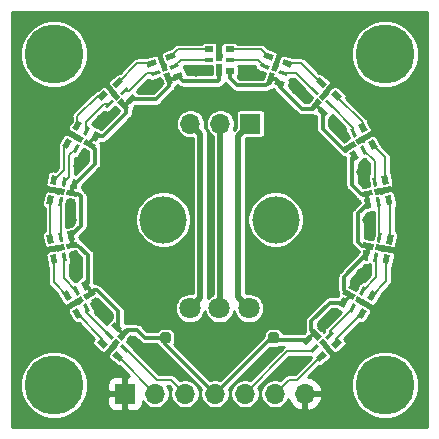
<source format=gbr>
%TF.GenerationSoftware,KiCad,Pcbnew,(5.1.6)-1*%
%TF.CreationDate,2021-02-02T19:23:23-08:00*%
%TF.ProjectId,DH_LEDRing,44485f4c-4544-4526-996e-672e6b696361,rev?*%
%TF.SameCoordinates,Original*%
%TF.FileFunction,Copper,L1,Top*%
%TF.FilePolarity,Positive*%
%FSLAX46Y46*%
G04 Gerber Fmt 4.6, Leading zero omitted, Abs format (unit mm)*
G04 Created by KiCad (PCBNEW (5.1.6)-1) date 2021-02-02 19:23:23*
%MOMM*%
%LPD*%
G01*
G04 APERTURE LIST*
%TA.AperFunction,ComponentPad*%
%ADD10R,1.700000X1.700000*%
%TD*%
%TA.AperFunction,ComponentPad*%
%ADD11O,1.700000X1.700000*%
%TD*%
%TA.AperFunction,SMDPad,CuDef*%
%ADD12C,0.100000*%
%TD*%
%TA.AperFunction,WasherPad*%
%ADD13C,4.000000*%
%TD*%
%TA.AperFunction,ComponentPad*%
%ADD14C,1.800000*%
%TD*%
%TA.AperFunction,SMDPad,CuDef*%
%ADD15R,0.800000X0.500000*%
%TD*%
%TA.AperFunction,SMDPad,CuDef*%
%ADD16R,0.800000X0.300000*%
%TD*%
%TA.AperFunction,SMDPad,CuDef*%
%ADD17R,0.500000X1.000000*%
%TD*%
%TA.AperFunction,SMDPad,CuDef*%
%ADD18R,0.500000X1.480000*%
%TD*%
%TA.AperFunction,ViaPad*%
%ADD19C,5.000000*%
%TD*%
%TA.AperFunction,ViaPad*%
%ADD20C,0.800000*%
%TD*%
%TA.AperFunction,Conductor*%
%ADD21C,0.500000*%
%TD*%
%TA.AperFunction,Conductor*%
%ADD22C,0.200000*%
%TD*%
%TA.AperFunction,Conductor*%
%ADD23C,0.350000*%
%TD*%
%TA.AperFunction,Conductor*%
%ADD24C,0.254000*%
%TD*%
G04 APERTURE END LIST*
D10*
%TO.P,J1,1*%
%TO.N,GNDD*%
X124000000Y-78740000D03*
D11*
%TO.P,J1,2*%
%TO.N,SDI*%
X126540000Y-78740000D03*
%TO.P,J1,3*%
%TO.N,CKI*%
X129080000Y-78740000D03*
%TO.P,J1,4*%
%TO.N,VDD*%
X131620000Y-78740000D03*
%TO.P,J1,5*%
%TO.N,CKO*%
X134160000Y-78740000D03*
%TO.P,J1,6*%
%TO.N,SDO*%
X136700000Y-78740000D03*
%TO.P,J1,7*%
%TO.N,GNDD*%
X139240000Y-78740000D03*
%TD*%
%TA.AperFunction,SMDPad,CuDef*%
D12*
%TO.P,D5,1*%
%TO.N,VDD*%
G36*
X121496574Y-56492468D02*
G01*
X121929586Y-56742468D01*
X121529586Y-57435288D01*
X121096574Y-57185288D01*
X121496574Y-56492468D01*
G37*
%TD.AperFunction*%
%TA.AperFunction,SMDPad,CuDef*%
%TO.P,D5,2*%
%TO.N,Net-(D5-Pad2)*%
G36*
X120803753Y-56092468D02*
G01*
X121063561Y-56242468D01*
X120663561Y-56935288D01*
X120403753Y-56785288D01*
X120803753Y-56092468D01*
G37*
%TD.AperFunction*%
%TA.AperFunction,SMDPad,CuDef*%
%TO.P,D5,3*%
%TO.N,Net-(D5-Pad3)*%
G36*
X119937728Y-55592468D02*
G01*
X120370740Y-55842468D01*
X119970740Y-56535288D01*
X119537728Y-56285288D01*
X119937728Y-55592468D01*
G37*
%TD.AperFunction*%
%TA.AperFunction,SMDPad,CuDef*%
%TO.P,D5,5*%
%TO.N,Net-(D4-Pad2)*%
G36*
X119953753Y-57564712D02*
G01*
X120213561Y-57714712D01*
X119813561Y-58407532D01*
X119553753Y-58257532D01*
X119953753Y-57564712D01*
G37*
%TD.AperFunction*%
%TA.AperFunction,SMDPad,CuDef*%
%TO.P,D5,4*%
%TO.N,Net-(D4-Pad3)*%
G36*
X119087728Y-57064712D02*
G01*
X119520740Y-57314712D01*
X119120740Y-58007532D01*
X118687728Y-57757532D01*
X119087728Y-57064712D01*
G37*
%TD.AperFunction*%
%TA.AperFunction,SMDPad,CuDef*%
%TO.P,D5,6*%
%TO.N,GNDD*%
G36*
X120646574Y-57964712D02*
G01*
X121079586Y-58214712D01*
X120679586Y-58907532D01*
X120246574Y-58657532D01*
X120646574Y-57964712D01*
G37*
%TD.AperFunction*%
%TA.AperFunction,SMDPad,CuDef*%
%TO.P,D5,1*%
%TO.N,VDD*%
G36*
X120469445Y-57631506D02*
G01*
X120719445Y-57198494D01*
X121585471Y-57698494D01*
X121335471Y-58131506D01*
X120469445Y-57631506D01*
G37*
%TD.AperFunction*%
%TA.AperFunction,SMDPad,CuDef*%
%TO.P,D5,6*%
%TO.N,GNDD*%
G36*
X119031843Y-56801506D02*
G01*
X119281843Y-56368494D01*
X120563561Y-57108494D01*
X120313561Y-57541506D01*
X119031843Y-56801506D01*
G37*
%TD.AperFunction*%
%TD*%
%TA.AperFunction,SMDPad,CuDef*%
%TO.P,D2,1*%
%TO.N,VDD*%
G36*
X120246574Y-69342468D02*
G01*
X120679586Y-69092468D01*
X121079586Y-69785288D01*
X120646574Y-70035288D01*
X120246574Y-69342468D01*
G37*
%TD.AperFunction*%
%TA.AperFunction,SMDPad,CuDef*%
%TO.P,D2,2*%
%TO.N,Net-(D2-Pad2)*%
G36*
X119553753Y-69742468D02*
G01*
X119813561Y-69592468D01*
X120213561Y-70285288D01*
X119953753Y-70435288D01*
X119553753Y-69742468D01*
G37*
%TD.AperFunction*%
%TA.AperFunction,SMDPad,CuDef*%
%TO.P,D2,3*%
%TO.N,Net-(D2-Pad3)*%
G36*
X118687728Y-70242468D02*
G01*
X119120740Y-69992468D01*
X119520740Y-70685288D01*
X119087728Y-70935288D01*
X118687728Y-70242468D01*
G37*
%TD.AperFunction*%
%TA.AperFunction,SMDPad,CuDef*%
%TO.P,D2,5*%
%TO.N,Net-(D1-Pad2)*%
G36*
X120403753Y-71214712D02*
G01*
X120663561Y-71064712D01*
X121063561Y-71757532D01*
X120803753Y-71907532D01*
X120403753Y-71214712D01*
G37*
%TD.AperFunction*%
%TA.AperFunction,SMDPad,CuDef*%
%TO.P,D2,4*%
%TO.N,Net-(D1-Pad3)*%
G36*
X119537728Y-71714712D02*
G01*
X119970740Y-71464712D01*
X120370740Y-72157532D01*
X119937728Y-72407532D01*
X119537728Y-71714712D01*
G37*
%TD.AperFunction*%
%TA.AperFunction,SMDPad,CuDef*%
%TO.P,D2,6*%
%TO.N,GNDD*%
G36*
X121096574Y-70814712D02*
G01*
X121529586Y-70564712D01*
X121929586Y-71257532D01*
X121496574Y-71507532D01*
X121096574Y-70814712D01*
G37*
%TD.AperFunction*%
%TA.AperFunction,SMDPad,CuDef*%
%TO.P,D2,1*%
%TO.N,VDD*%
G36*
X120719445Y-70801506D02*
G01*
X120469445Y-70368494D01*
X121335471Y-69868494D01*
X121585471Y-70301506D01*
X120719445Y-70801506D01*
G37*
%TD.AperFunction*%
%TA.AperFunction,SMDPad,CuDef*%
%TO.P,D2,6*%
%TO.N,GNDD*%
G36*
X119281843Y-71631506D02*
G01*
X119031843Y-71198494D01*
X120313561Y-70458494D01*
X120563561Y-70891506D01*
X119281843Y-71631506D01*
G37*
%TD.AperFunction*%
%TD*%
D13*
%TO.P,RV1,*%
%TO.N,*%
X136750000Y-64000000D03*
X127250000Y-64000000D03*
D14*
%TO.P,RV1,1*%
%TO.N,VAA*%
X134500000Y-71500000D03*
%TO.P,RV1,2*%
%TO.N,POT*%
X132000000Y-71500000D03*
%TO.P,RV1,3*%
%TO.N,GND*%
X129500000Y-71500000D03*
%TD*%
D10*
%TO.P,J2,1*%
%TO.N,VAA*%
X134620000Y-55880000D03*
D11*
%TO.P,J2,2*%
%TO.N,POT*%
X132080000Y-55880000D03*
%TO.P,J2,3*%
%TO.N,GND*%
X129540000Y-55880000D03*
%TD*%
%TA.AperFunction,SMDPad,CuDef*%
D12*
%TO.P,D15,1*%
%TO.N,VDD*%
G36*
X139302265Y-74647155D02*
G01*
X138980871Y-74264133D01*
X139593707Y-73749903D01*
X139915101Y-74132925D01*
X139302265Y-74647155D01*
G37*
%TD.AperFunction*%
%TA.AperFunction,SMDPad,CuDef*%
%TO.P,D15,2*%
%TO.N,CKO*%
G36*
X139816495Y-75259991D02*
G01*
X139623659Y-75030177D01*
X140236495Y-74515947D01*
X140429331Y-74745761D01*
X139816495Y-75259991D01*
G37*
%TD.AperFunction*%
%TA.AperFunction,SMDPad,CuDef*%
%TO.P,D15,3*%
%TO.N,SDO*%
G36*
X140459283Y-76026035D02*
G01*
X140137889Y-75643013D01*
X140750725Y-75128783D01*
X141072119Y-75511805D01*
X140459283Y-76026035D01*
G37*
%TD.AperFunction*%
%TA.AperFunction,SMDPad,CuDef*%
%TO.P,D15,5*%
%TO.N,Net-(D14-Pad2)*%
G36*
X141118771Y-74167253D02*
G01*
X140925935Y-73937439D01*
X141538771Y-73423209D01*
X141731607Y-73653023D01*
X141118771Y-74167253D01*
G37*
%TD.AperFunction*%
%TA.AperFunction,SMDPad,CuDef*%
%TO.P,D15,4*%
%TO.N,Net-(D14-Pad3)*%
G36*
X141761559Y-74933297D02*
G01*
X141440165Y-74550275D01*
X142053001Y-74036045D01*
X142374395Y-74419067D01*
X141761559Y-74933297D01*
G37*
%TD.AperFunction*%
%TA.AperFunction,SMDPad,CuDef*%
%TO.P,D15,6*%
%TO.N,GNDD*%
G36*
X140604541Y-73554417D02*
G01*
X140283147Y-73171395D01*
X140895983Y-72657165D01*
X141217377Y-73040187D01*
X140604541Y-73554417D01*
G37*
%TD.AperFunction*%
%TA.AperFunction,SMDPad,CuDef*%
%TO.P,D15,1*%
%TO.N,VDD*%
G36*
X140657024Y-73928108D02*
G01*
X140274002Y-74249502D01*
X139631214Y-73483458D01*
X140014236Y-73162064D01*
X140657024Y-73928108D01*
G37*
%TD.AperFunction*%
%TA.AperFunction,SMDPad,CuDef*%
%TO.P,D15,6*%
%TO.N,GNDD*%
G36*
X141724052Y-75199742D02*
G01*
X141341030Y-75521136D01*
X140389704Y-74387390D01*
X140772726Y-74065996D01*
X141724052Y-75199742D01*
G37*
%TD.AperFunction*%
%TD*%
%TA.AperFunction,SMDPad,CuDef*%
%TO.P,D14,1*%
%TO.N,VDD*%
G36*
X142503426Y-71507532D02*
G01*
X142070414Y-71257532D01*
X142470414Y-70564712D01*
X142903426Y-70814712D01*
X142503426Y-71507532D01*
G37*
%TD.AperFunction*%
%TA.AperFunction,SMDPad,CuDef*%
%TO.P,D14,2*%
%TO.N,Net-(D14-Pad2)*%
G36*
X143196247Y-71907532D02*
G01*
X142936439Y-71757532D01*
X143336439Y-71064712D01*
X143596247Y-71214712D01*
X143196247Y-71907532D01*
G37*
%TD.AperFunction*%
%TA.AperFunction,SMDPad,CuDef*%
%TO.P,D14,3*%
%TO.N,Net-(D14-Pad3)*%
G36*
X144062272Y-72407532D02*
G01*
X143629260Y-72157532D01*
X144029260Y-71464712D01*
X144462272Y-71714712D01*
X144062272Y-72407532D01*
G37*
%TD.AperFunction*%
%TA.AperFunction,SMDPad,CuDef*%
%TO.P,D14,5*%
%TO.N,Net-(D13-Pad2)*%
G36*
X144046247Y-70435288D02*
G01*
X143786439Y-70285288D01*
X144186439Y-69592468D01*
X144446247Y-69742468D01*
X144046247Y-70435288D01*
G37*
%TD.AperFunction*%
%TA.AperFunction,SMDPad,CuDef*%
%TO.P,D14,4*%
%TO.N,Net-(D13-Pad3)*%
G36*
X144912272Y-70935288D02*
G01*
X144479260Y-70685288D01*
X144879260Y-69992468D01*
X145312272Y-70242468D01*
X144912272Y-70935288D01*
G37*
%TD.AperFunction*%
%TA.AperFunction,SMDPad,CuDef*%
%TO.P,D14,6*%
%TO.N,GNDD*%
G36*
X143353426Y-70035288D02*
G01*
X142920414Y-69785288D01*
X143320414Y-69092468D01*
X143753426Y-69342468D01*
X143353426Y-70035288D01*
G37*
%TD.AperFunction*%
%TA.AperFunction,SMDPad,CuDef*%
%TO.P,D14,1*%
%TO.N,VDD*%
G36*
X143530555Y-70368494D02*
G01*
X143280555Y-70801506D01*
X142414529Y-70301506D01*
X142664529Y-69868494D01*
X143530555Y-70368494D01*
G37*
%TD.AperFunction*%
%TA.AperFunction,SMDPad,CuDef*%
%TO.P,D14,6*%
%TO.N,GNDD*%
G36*
X144968157Y-71198494D02*
G01*
X144718157Y-71631506D01*
X143436439Y-70891506D01*
X143686439Y-70458494D01*
X144968157Y-71198494D01*
G37*
%TD.AperFunction*%
%TD*%
%TA.AperFunction,SMDPad,CuDef*%
%TO.P,D13,1*%
%TO.N,VDD*%
G36*
X144536200Y-67479753D02*
G01*
X144043796Y-67392929D01*
X144182714Y-66605083D01*
X144675118Y-66691907D01*
X144536200Y-67479753D01*
G37*
%TD.AperFunction*%
%TA.AperFunction,SMDPad,CuDef*%
%TO.P,D13,2*%
%TO.N,Net-(D13-Pad2)*%
G36*
X145324046Y-67618672D02*
G01*
X145028604Y-67566578D01*
X145167522Y-66778732D01*
X145462964Y-66830826D01*
X145324046Y-67618672D01*
G37*
%TD.AperFunction*%
%TA.AperFunction,SMDPad,CuDef*%
%TO.P,D13,3*%
%TO.N,Net-(D13-Pad3)*%
G36*
X146308854Y-67792320D02*
G01*
X145816450Y-67705496D01*
X145955368Y-66917650D01*
X146447772Y-67004474D01*
X146308854Y-67792320D01*
G37*
%TD.AperFunction*%
%TA.AperFunction,SMDPad,CuDef*%
%TO.P,D13,5*%
%TO.N,Net-(D12-Pad2)*%
G36*
X145619248Y-65944498D02*
G01*
X145323806Y-65892404D01*
X145462724Y-65104558D01*
X145758166Y-65156652D01*
X145619248Y-65944498D01*
G37*
%TD.AperFunction*%
%TA.AperFunction,SMDPad,CuDef*%
%TO.P,D13,4*%
%TO.N,Net-(D12-Pad3)*%
G36*
X146604056Y-66118147D02*
G01*
X146111652Y-66031323D01*
X146250570Y-65243477D01*
X146742974Y-65330301D01*
X146604056Y-66118147D01*
G37*
%TD.AperFunction*%
%TA.AperFunction,SMDPad,CuDef*%
%TO.P,D13,6*%
%TO.N,GNDD*%
G36*
X144831402Y-65805580D02*
G01*
X144338998Y-65718756D01*
X144477916Y-64930910D01*
X144970320Y-65017734D01*
X144831402Y-65805580D01*
G37*
%TD.AperFunction*%
%TA.AperFunction,SMDPad,CuDef*%
%TO.P,D13,1*%
%TO.N,VDD*%
G36*
X145111811Y-66058109D02*
G01*
X145024987Y-66550513D01*
X144040179Y-66376865D01*
X144127003Y-65884461D01*
X145111811Y-66058109D01*
G37*
%TD.AperFunction*%
%TA.AperFunction,SMDPad,CuDef*%
%TO.P,D13,6*%
%TO.N,GNDD*%
G36*
X146746592Y-66346365D02*
G01*
X146659768Y-66838769D01*
X145202252Y-66581769D01*
X145289076Y-66089365D01*
X146746592Y-66346365D01*
G37*
%TD.AperFunction*%
%TD*%
%TA.AperFunction,SMDPad,CuDef*%
%TO.P,D12,1*%
%TO.N,VDD*%
G36*
X144871840Y-62999631D02*
G01*
X144379436Y-63086455D01*
X144240518Y-62298609D01*
X144732922Y-62211785D01*
X144871840Y-62999631D01*
G37*
%TD.AperFunction*%
%TA.AperFunction,SMDPad,CuDef*%
%TO.P,D12,2*%
%TO.N,Net-(D12-Pad2)*%
G36*
X145659686Y-62860713D02*
G01*
X145364244Y-62912807D01*
X145225326Y-62124961D01*
X145520768Y-62072867D01*
X145659686Y-62860713D01*
G37*
%TD.AperFunction*%
%TA.AperFunction,SMDPad,CuDef*%
%TO.P,D12,3*%
%TO.N,Net-(D12-Pad3)*%
G36*
X146644494Y-62687064D02*
G01*
X146152090Y-62773888D01*
X146013172Y-61986042D01*
X146505576Y-61899218D01*
X146644494Y-62687064D01*
G37*
%TD.AperFunction*%
%TA.AperFunction,SMDPad,CuDef*%
%TO.P,D12,5*%
%TO.N,Net-(D11-Pad2)*%
G36*
X145364484Y-61186539D02*
G01*
X145069042Y-61238633D01*
X144930124Y-60450787D01*
X145225566Y-60398693D01*
X145364484Y-61186539D01*
G37*
%TD.AperFunction*%
%TA.AperFunction,SMDPad,CuDef*%
%TO.P,D12,4*%
%TO.N,Net-(D11-Pad3)*%
G36*
X146349292Y-61012891D02*
G01*
X145856888Y-61099715D01*
X145717970Y-60311869D01*
X146210374Y-60225045D01*
X146349292Y-61012891D01*
G37*
%TD.AperFunction*%
%TA.AperFunction,SMDPad,CuDef*%
%TO.P,D12,6*%
%TO.N,GNDD*%
G36*
X144576638Y-61325458D02*
G01*
X144084234Y-61412282D01*
X143945316Y-60624436D01*
X144437720Y-60537612D01*
X144576638Y-61325458D01*
G37*
%TD.AperFunction*%
%TA.AperFunction,SMDPad,CuDef*%
%TO.P,D12,1*%
%TO.N,VDD*%
G36*
X144926507Y-61466852D02*
G01*
X145013331Y-61959256D01*
X144028523Y-62132904D01*
X143941699Y-61640500D01*
X144926507Y-61466852D01*
G37*
%TD.AperFunction*%
%TA.AperFunction,SMDPad,CuDef*%
%TO.P,D12,6*%
%TO.N,GNDD*%
G36*
X146561288Y-61178596D02*
G01*
X146648112Y-61671000D01*
X145190596Y-61928000D01*
X145103772Y-61435596D01*
X146561288Y-61178596D01*
G37*
%TD.AperFunction*%
%TD*%
%TA.AperFunction,SMDPad,CuDef*%
%TO.P,D11,1*%
%TO.N,VDD*%
G36*
X143828426Y-58787436D02*
G01*
X143395414Y-59037436D01*
X142995414Y-58344616D01*
X143428426Y-58094616D01*
X143828426Y-58787436D01*
G37*
%TD.AperFunction*%
%TA.AperFunction,SMDPad,CuDef*%
%TO.P,D11,2*%
%TO.N,Net-(D11-Pad2)*%
G36*
X144521247Y-58387436D02*
G01*
X144261439Y-58537436D01*
X143861439Y-57844616D01*
X144121247Y-57694616D01*
X144521247Y-58387436D01*
G37*
%TD.AperFunction*%
%TA.AperFunction,SMDPad,CuDef*%
%TO.P,D11,3*%
%TO.N,Net-(D11-Pad3)*%
G36*
X145387272Y-57887436D02*
G01*
X144954260Y-58137436D01*
X144554260Y-57444616D01*
X144987272Y-57194616D01*
X145387272Y-57887436D01*
G37*
%TD.AperFunction*%
%TA.AperFunction,SMDPad,CuDef*%
%TO.P,D11,5*%
%TO.N,Net-(D10-Pad2)*%
G36*
X143671247Y-56915192D02*
G01*
X143411439Y-57065192D01*
X143011439Y-56372372D01*
X143271247Y-56222372D01*
X143671247Y-56915192D01*
G37*
%TD.AperFunction*%
%TA.AperFunction,SMDPad,CuDef*%
%TO.P,D11,4*%
%TO.N,Net-(D10-Pad3)*%
G36*
X144537272Y-56415192D02*
G01*
X144104260Y-56665192D01*
X143704260Y-55972372D01*
X144137272Y-55722372D01*
X144537272Y-56415192D01*
G37*
%TD.AperFunction*%
%TA.AperFunction,SMDPad,CuDef*%
%TO.P,D11,6*%
%TO.N,GNDD*%
G36*
X142978426Y-57315192D02*
G01*
X142545414Y-57565192D01*
X142145414Y-56872372D01*
X142578426Y-56622372D01*
X142978426Y-57315192D01*
G37*
%TD.AperFunction*%
%TA.AperFunction,SMDPad,CuDef*%
%TO.P,D11,1*%
%TO.N,VDD*%
G36*
X143355555Y-57328398D02*
G01*
X143605555Y-57761410D01*
X142739529Y-58261410D01*
X142489529Y-57828398D01*
X143355555Y-57328398D01*
G37*
%TD.AperFunction*%
%TA.AperFunction,SMDPad,CuDef*%
%TO.P,D11,6*%
%TO.N,GNDD*%
G36*
X144793157Y-56498398D02*
G01*
X145043157Y-56931410D01*
X143761439Y-57671410D01*
X143511439Y-57238398D01*
X144793157Y-56498398D01*
G37*
%TD.AperFunction*%
%TD*%
%TA.AperFunction,SMDPad,CuDef*%
%TO.P,D10,1*%
%TO.N,VDD*%
G36*
X141217377Y-54959813D02*
G01*
X140895983Y-55342835D01*
X140283147Y-54828605D01*
X140604541Y-54445583D01*
X141217377Y-54959813D01*
G37*
%TD.AperFunction*%
%TA.AperFunction,SMDPad,CuDef*%
%TO.P,D10,2*%
%TO.N,Net-(D10-Pad2)*%
G36*
X141731607Y-54346977D02*
G01*
X141538771Y-54576791D01*
X140925935Y-54062561D01*
X141118771Y-53832747D01*
X141731607Y-54346977D01*
G37*
%TD.AperFunction*%
%TA.AperFunction,SMDPad,CuDef*%
%TO.P,D10,3*%
%TO.N,Net-(D10-Pad3)*%
G36*
X142374395Y-53580933D02*
G01*
X142053001Y-53963955D01*
X141440165Y-53449725D01*
X141761559Y-53066703D01*
X142374395Y-53580933D01*
G37*
%TD.AperFunction*%
%TA.AperFunction,SMDPad,CuDef*%
%TO.P,D10,5*%
%TO.N,Net-(D10-Pad5)*%
G36*
X140429331Y-53254239D02*
G01*
X140236495Y-53484053D01*
X139623659Y-52969823D01*
X139816495Y-52740009D01*
X140429331Y-53254239D01*
G37*
%TD.AperFunction*%
%TA.AperFunction,SMDPad,CuDef*%
%TO.P,D10,4*%
%TO.N,Net-(D10-Pad4)*%
G36*
X141072119Y-52488195D02*
G01*
X140750725Y-52871217D01*
X140137889Y-52356987D01*
X140459283Y-51973965D01*
X141072119Y-52488195D01*
G37*
%TD.AperFunction*%
%TA.AperFunction,SMDPad,CuDef*%
%TO.P,D10,6*%
%TO.N,GNDD*%
G36*
X139915101Y-53867075D02*
G01*
X139593707Y-54250097D01*
X138980871Y-53735867D01*
X139302265Y-53352845D01*
X139915101Y-53867075D01*
G37*
%TD.AperFunction*%
%TA.AperFunction,SMDPad,CuDef*%
%TO.P,D10,1*%
%TO.N,VDD*%
G36*
X140274002Y-53750498D02*
G01*
X140657024Y-54071892D01*
X140014236Y-54837936D01*
X139631214Y-54516542D01*
X140274002Y-53750498D01*
G37*
%TD.AperFunction*%
%TA.AperFunction,SMDPad,CuDef*%
%TO.P,D10,6*%
%TO.N,GNDD*%
G36*
X141341030Y-52478864D02*
G01*
X141724052Y-52800258D01*
X140772726Y-53934004D01*
X140389704Y-53612610D01*
X141341030Y-52478864D01*
G37*
%TD.AperFunction*%
%TD*%
%TA.AperFunction,SMDPad,CuDef*%
%TO.P,D9,1*%
%TO.N,VDD*%
G36*
X137569575Y-52352475D02*
G01*
X137398565Y-52822321D01*
X136646811Y-52548705D01*
X136817821Y-52078859D01*
X137569575Y-52352475D01*
G37*
%TD.AperFunction*%
%TA.AperFunction,SMDPad,CuDef*%
%TO.P,D9,2*%
%TO.N,Net-(D10-Pad5)*%
G36*
X137843191Y-51600721D02*
G01*
X137740585Y-51882629D01*
X136988831Y-51609013D01*
X137091437Y-51327105D01*
X137843191Y-51600721D01*
G37*
%TD.AperFunction*%
%TA.AperFunction,SMDPad,CuDef*%
%TO.P,D9,3*%
%TO.N,Net-(D10-Pad4)*%
G36*
X138185211Y-50661029D02*
G01*
X138014201Y-51130875D01*
X137262447Y-50857259D01*
X137433457Y-50387413D01*
X138185211Y-50661029D01*
G37*
%TD.AperFunction*%
%TA.AperFunction,SMDPad,CuDef*%
%TO.P,D9,5*%
%TO.N,Net-(D8-Pad2)*%
G36*
X136245713Y-51019287D02*
G01*
X136143107Y-51301195D01*
X135391353Y-51027579D01*
X135493959Y-50745671D01*
X136245713Y-51019287D01*
G37*
%TD.AperFunction*%
%TA.AperFunction,SMDPad,CuDef*%
%TO.P,D9,4*%
%TO.N,Net-(D8-Pad3)*%
G36*
X136587733Y-50079595D02*
G01*
X136416723Y-50549441D01*
X135664969Y-50275825D01*
X135835979Y-49805979D01*
X136587733Y-50079595D01*
G37*
%TD.AperFunction*%
%TA.AperFunction,SMDPad,CuDef*%
%TO.P,D9,6*%
%TO.N,GNDD*%
G36*
X135972097Y-51771041D02*
G01*
X135801087Y-52240887D01*
X135049333Y-51967271D01*
X135220343Y-51497425D01*
X135972097Y-51771041D01*
G37*
%TD.AperFunction*%
%TA.AperFunction,SMDPad,CuDef*%
%TO.P,D9,1*%
%TO.N,VDD*%
G36*
X136269482Y-51538744D02*
G01*
X136739328Y-51709754D01*
X136397308Y-52649446D01*
X135927462Y-52478436D01*
X136269482Y-51538744D01*
G37*
%TD.AperFunction*%
%TA.AperFunction,SMDPad,CuDef*%
%TO.P,D9,6*%
%TO.N,GNDD*%
G36*
X136837236Y-49978853D02*
G01*
X137307082Y-50149863D01*
X136800892Y-51540609D01*
X136331046Y-51369599D01*
X136837236Y-49978853D01*
G37*
%TD.AperFunction*%
%TD*%
D15*
%TO.P,D8,1*%
%TO.N,VDD*%
X132850000Y-51400000D03*
D16*
%TO.P,D8,2*%
%TO.N,Net-(D8-Pad2)*%
X132850000Y-50500000D03*
D15*
%TO.P,D8,3*%
%TO.N,Net-(D8-Pad3)*%
X132850000Y-49600000D03*
D16*
%TO.P,D8,5*%
%TO.N,Net-(D7-Pad2)*%
X131150000Y-50500000D03*
D15*
%TO.P,D8,4*%
%TO.N,Net-(D7-Pad3)*%
X131150000Y-49600000D03*
%TO.P,D8,6*%
%TO.N,GNDD*%
X131150000Y-51400000D03*
D17*
%TO.P,D8,1*%
%TO.N,VDD*%
X132000000Y-51330000D03*
D18*
%TO.P,D8,6*%
%TO.N,GNDD*%
X132000000Y-49910000D03*
%TD*%
%TA.AperFunction,SMDPad,CuDef*%
D12*
%TO.P,D7,1*%
%TO.N,VDD*%
G36*
X128779657Y-51497425D02*
G01*
X128950667Y-51967271D01*
X128198913Y-52240887D01*
X128027903Y-51771041D01*
X128779657Y-51497425D01*
G37*
%TD.AperFunction*%
%TA.AperFunction,SMDPad,CuDef*%
%TO.P,D7,2*%
%TO.N,Net-(D7-Pad2)*%
G36*
X128506041Y-50745671D02*
G01*
X128608647Y-51027579D01*
X127856893Y-51301195D01*
X127754287Y-51019287D01*
X128506041Y-50745671D01*
G37*
%TD.AperFunction*%
%TA.AperFunction,SMDPad,CuDef*%
%TO.P,D7,3*%
%TO.N,Net-(D7-Pad3)*%
G36*
X128164021Y-49805979D02*
G01*
X128335031Y-50275825D01*
X127583277Y-50549441D01*
X127412267Y-50079595D01*
X128164021Y-49805979D01*
G37*
%TD.AperFunction*%
%TA.AperFunction,SMDPad,CuDef*%
%TO.P,D7,5*%
%TO.N,Net-(D6-Pad2)*%
G36*
X126908563Y-51327105D02*
G01*
X127011169Y-51609013D01*
X126259415Y-51882629D01*
X126156809Y-51600721D01*
X126908563Y-51327105D01*
G37*
%TD.AperFunction*%
%TA.AperFunction,SMDPad,CuDef*%
%TO.P,D7,4*%
%TO.N,Net-(D6-Pad3)*%
G36*
X126566543Y-50387413D02*
G01*
X126737553Y-50857259D01*
X125985799Y-51130875D01*
X125814789Y-50661029D01*
X126566543Y-50387413D01*
G37*
%TD.AperFunction*%
%TA.AperFunction,SMDPad,CuDef*%
%TO.P,D7,6*%
%TO.N,GNDD*%
G36*
X127182179Y-52078859D02*
G01*
X127353189Y-52548705D01*
X126601435Y-52822321D01*
X126430425Y-52352475D01*
X127182179Y-52078859D01*
G37*
%TD.AperFunction*%
%TA.AperFunction,SMDPad,CuDef*%
%TO.P,D7,1*%
%TO.N,VDD*%
G36*
X127260672Y-51709754D02*
G01*
X127730518Y-51538744D01*
X128072538Y-52478436D01*
X127602692Y-52649446D01*
X127260672Y-51709754D01*
G37*
%TD.AperFunction*%
%TA.AperFunction,SMDPad,CuDef*%
%TO.P,D7,6*%
%TO.N,GNDD*%
G36*
X126692918Y-50149863D02*
G01*
X127162764Y-49978853D01*
X127668954Y-51369599D01*
X127199108Y-51540609D01*
X126692918Y-50149863D01*
G37*
%TD.AperFunction*%
%TD*%
%TA.AperFunction,SMDPad,CuDef*%
%TO.P,D6,1*%
%TO.N,VDD*%
G36*
X124697735Y-53352845D02*
G01*
X125019129Y-53735867D01*
X124406293Y-54250097D01*
X124084899Y-53867075D01*
X124697735Y-53352845D01*
G37*
%TD.AperFunction*%
%TA.AperFunction,SMDPad,CuDef*%
%TO.P,D6,2*%
%TO.N,Net-(D6-Pad2)*%
G36*
X124183505Y-52740009D02*
G01*
X124376341Y-52969823D01*
X123763505Y-53484053D01*
X123570669Y-53254239D01*
X124183505Y-52740009D01*
G37*
%TD.AperFunction*%
%TA.AperFunction,SMDPad,CuDef*%
%TO.P,D6,3*%
%TO.N,Net-(D6-Pad3)*%
G36*
X123540717Y-51973965D02*
G01*
X123862111Y-52356987D01*
X123249275Y-52871217D01*
X122927881Y-52488195D01*
X123540717Y-51973965D01*
G37*
%TD.AperFunction*%
%TA.AperFunction,SMDPad,CuDef*%
%TO.P,D6,5*%
%TO.N,Net-(D5-Pad2)*%
G36*
X122881229Y-53832747D02*
G01*
X123074065Y-54062561D01*
X122461229Y-54576791D01*
X122268393Y-54346977D01*
X122881229Y-53832747D01*
G37*
%TD.AperFunction*%
%TA.AperFunction,SMDPad,CuDef*%
%TO.P,D6,4*%
%TO.N,Net-(D5-Pad3)*%
G36*
X122238441Y-53066703D02*
G01*
X122559835Y-53449725D01*
X121946999Y-53963955D01*
X121625605Y-53580933D01*
X122238441Y-53066703D01*
G37*
%TD.AperFunction*%
%TA.AperFunction,SMDPad,CuDef*%
%TO.P,D6,6*%
%TO.N,GNDD*%
G36*
X123395459Y-54445583D02*
G01*
X123716853Y-54828605D01*
X123104017Y-55342835D01*
X122782623Y-54959813D01*
X123395459Y-54445583D01*
G37*
%TD.AperFunction*%
%TA.AperFunction,SMDPad,CuDef*%
%TO.P,D6,1*%
%TO.N,VDD*%
G36*
X123342976Y-54071892D02*
G01*
X123725998Y-53750498D01*
X124368786Y-54516542D01*
X123985764Y-54837936D01*
X123342976Y-54071892D01*
G37*
%TD.AperFunction*%
%TA.AperFunction,SMDPad,CuDef*%
%TO.P,D6,6*%
%TO.N,GNDD*%
G36*
X122275948Y-52800258D02*
G01*
X122658970Y-52478864D01*
X123610296Y-53612610D01*
X123227274Y-53934004D01*
X122275948Y-52800258D01*
G37*
%TD.AperFunction*%
%TD*%
%TA.AperFunction,SMDPad,CuDef*%
%TO.P,D4,1*%
%TO.N,VDD*%
G36*
X119562280Y-60537612D02*
G01*
X120054684Y-60624436D01*
X119915766Y-61412282D01*
X119423362Y-61325458D01*
X119562280Y-60537612D01*
G37*
%TD.AperFunction*%
%TA.AperFunction,SMDPad,CuDef*%
%TO.P,D4,2*%
%TO.N,Net-(D4-Pad2)*%
G36*
X118774434Y-60398693D02*
G01*
X119069876Y-60450787D01*
X118930958Y-61238633D01*
X118635516Y-61186539D01*
X118774434Y-60398693D01*
G37*
%TD.AperFunction*%
%TA.AperFunction,SMDPad,CuDef*%
%TO.P,D4,3*%
%TO.N,Net-(D4-Pad3)*%
G36*
X117789626Y-60225045D02*
G01*
X118282030Y-60311869D01*
X118143112Y-61099715D01*
X117650708Y-61012891D01*
X117789626Y-60225045D01*
G37*
%TD.AperFunction*%
%TA.AperFunction,SMDPad,CuDef*%
%TO.P,D4,5*%
%TO.N,Net-(D3-Pad2)*%
G36*
X118479232Y-62072867D02*
G01*
X118774674Y-62124961D01*
X118635756Y-62912807D01*
X118340314Y-62860713D01*
X118479232Y-62072867D01*
G37*
%TD.AperFunction*%
%TA.AperFunction,SMDPad,CuDef*%
%TO.P,D4,4*%
%TO.N,Net-(D3-Pad3)*%
G36*
X117494424Y-61899218D02*
G01*
X117986828Y-61986042D01*
X117847910Y-62773888D01*
X117355506Y-62687064D01*
X117494424Y-61899218D01*
G37*
%TD.AperFunction*%
%TA.AperFunction,SMDPad,CuDef*%
%TO.P,D4,6*%
%TO.N,GNDD*%
G36*
X119267078Y-62211785D02*
G01*
X119759482Y-62298609D01*
X119620564Y-63086455D01*
X119128160Y-62999631D01*
X119267078Y-62211785D01*
G37*
%TD.AperFunction*%
%TA.AperFunction,SMDPad,CuDef*%
%TO.P,D4,1*%
%TO.N,VDD*%
G36*
X118986669Y-61959256D02*
G01*
X119073493Y-61466852D01*
X120058301Y-61640500D01*
X119971477Y-62132904D01*
X118986669Y-61959256D01*
G37*
%TD.AperFunction*%
%TA.AperFunction,SMDPad,CuDef*%
%TO.P,D4,6*%
%TO.N,GNDD*%
G36*
X117351888Y-61671000D02*
G01*
X117438712Y-61178596D01*
X118896228Y-61435596D01*
X118809404Y-61928000D01*
X117351888Y-61671000D01*
G37*
%TD.AperFunction*%
%TD*%
%TA.AperFunction,SMDPad,CuDef*%
%TO.P,D3,1*%
%TO.N,VDD*%
G36*
X119128160Y-65000369D02*
G01*
X119620564Y-64913545D01*
X119759482Y-65701391D01*
X119267078Y-65788215D01*
X119128160Y-65000369D01*
G37*
%TD.AperFunction*%
%TA.AperFunction,SMDPad,CuDef*%
%TO.P,D3,2*%
%TO.N,Net-(D3-Pad2)*%
G36*
X118340314Y-65139287D02*
G01*
X118635756Y-65087193D01*
X118774674Y-65875039D01*
X118479232Y-65927133D01*
X118340314Y-65139287D01*
G37*
%TD.AperFunction*%
%TA.AperFunction,SMDPad,CuDef*%
%TO.P,D3,3*%
%TO.N,Net-(D3-Pad3)*%
G36*
X117355506Y-65312936D02*
G01*
X117847910Y-65226112D01*
X117986828Y-66013958D01*
X117494424Y-66100782D01*
X117355506Y-65312936D01*
G37*
%TD.AperFunction*%
%TA.AperFunction,SMDPad,CuDef*%
%TO.P,D3,5*%
%TO.N,Net-(D2-Pad2)*%
G36*
X118635516Y-66813461D02*
G01*
X118930958Y-66761367D01*
X119069876Y-67549213D01*
X118774434Y-67601307D01*
X118635516Y-66813461D01*
G37*
%TD.AperFunction*%
%TA.AperFunction,SMDPad,CuDef*%
%TO.P,D3,4*%
%TO.N,Net-(D2-Pad3)*%
G36*
X117650708Y-66987109D02*
G01*
X118143112Y-66900285D01*
X118282030Y-67688131D01*
X117789626Y-67774955D01*
X117650708Y-66987109D01*
G37*
%TD.AperFunction*%
%TA.AperFunction,SMDPad,CuDef*%
%TO.P,D3,6*%
%TO.N,GNDD*%
G36*
X119423362Y-66674542D02*
G01*
X119915766Y-66587718D01*
X120054684Y-67375564D01*
X119562280Y-67462388D01*
X119423362Y-66674542D01*
G37*
%TD.AperFunction*%
%TA.AperFunction,SMDPad,CuDef*%
%TO.P,D3,1*%
%TO.N,VDD*%
G36*
X119073493Y-66533148D02*
G01*
X118986669Y-66040744D01*
X119971477Y-65867096D01*
X120058301Y-66359500D01*
X119073493Y-66533148D01*
G37*
%TD.AperFunction*%
%TA.AperFunction,SMDPad,CuDef*%
%TO.P,D3,6*%
%TO.N,GNDD*%
G36*
X117438712Y-66821404D02*
G01*
X117351888Y-66329000D01*
X118809404Y-66072000D01*
X118896228Y-66564404D01*
X117438712Y-66821404D01*
G37*
%TD.AperFunction*%
%TD*%
%TA.AperFunction,SMDPad,CuDef*%
%TO.P,D1,1*%
%TO.N,VDD*%
G36*
X122782623Y-73040187D02*
G01*
X123104017Y-72657165D01*
X123716853Y-73171395D01*
X123395459Y-73554417D01*
X122782623Y-73040187D01*
G37*
%TD.AperFunction*%
%TA.AperFunction,SMDPad,CuDef*%
%TO.P,D1,2*%
%TO.N,Net-(D1-Pad2)*%
G36*
X122268393Y-73653023D02*
G01*
X122461229Y-73423209D01*
X123074065Y-73937439D01*
X122881229Y-74167253D01*
X122268393Y-73653023D01*
G37*
%TD.AperFunction*%
%TA.AperFunction,SMDPad,CuDef*%
%TO.P,D1,3*%
%TO.N,Net-(D1-Pad3)*%
G36*
X121625605Y-74419067D02*
G01*
X121946999Y-74036045D01*
X122559835Y-74550275D01*
X122238441Y-74933297D01*
X121625605Y-74419067D01*
G37*
%TD.AperFunction*%
%TA.AperFunction,SMDPad,CuDef*%
%TO.P,D1,5*%
%TO.N,CKI*%
G36*
X123570669Y-74745761D02*
G01*
X123763505Y-74515947D01*
X124376341Y-75030177D01*
X124183505Y-75259991D01*
X123570669Y-74745761D01*
G37*
%TD.AperFunction*%
%TA.AperFunction,SMDPad,CuDef*%
%TO.P,D1,4*%
%TO.N,SDI*%
G36*
X122927881Y-75511805D02*
G01*
X123249275Y-75128783D01*
X123862111Y-75643013D01*
X123540717Y-76026035D01*
X122927881Y-75511805D01*
G37*
%TD.AperFunction*%
%TA.AperFunction,SMDPad,CuDef*%
%TO.P,D1,6*%
%TO.N,GNDD*%
G36*
X124084899Y-74132925D02*
G01*
X124406293Y-73749903D01*
X125019129Y-74264133D01*
X124697735Y-74647155D01*
X124084899Y-74132925D01*
G37*
%TD.AperFunction*%
%TA.AperFunction,SMDPad,CuDef*%
%TO.P,D1,1*%
%TO.N,VDD*%
G36*
X123725998Y-74249502D02*
G01*
X123342976Y-73928108D01*
X123985764Y-73162064D01*
X124368786Y-73483458D01*
X123725998Y-74249502D01*
G37*
%TD.AperFunction*%
%TA.AperFunction,SMDPad,CuDef*%
%TO.P,D1,6*%
%TO.N,GNDD*%
G36*
X122658970Y-75521136D02*
G01*
X122275948Y-75199742D01*
X123227274Y-74065996D01*
X123610296Y-74387390D01*
X122658970Y-75521136D01*
G37*
%TD.AperFunction*%
%TD*%
%TO.P,C2,1*%
%TO.N,VDD*%
%TA.AperFunction,SMDPad,CuDef*%
G36*
G01*
X137012500Y-73743750D02*
X137012500Y-74256250D01*
G75*
G02*
X136793750Y-74475000I-218750J0D01*
G01*
X136356250Y-74475000D01*
G75*
G02*
X136137500Y-74256250I0J218750D01*
G01*
X136137500Y-73743750D01*
G75*
G02*
X136356250Y-73525000I218750J0D01*
G01*
X136793750Y-73525000D01*
G75*
G02*
X137012500Y-73743750I0J-218750D01*
G01*
G37*
%TD.AperFunction*%
%TO.P,C2,2*%
%TO.N,GNDD*%
%TA.AperFunction,SMDPad,CuDef*%
G36*
G01*
X135437500Y-73743750D02*
X135437500Y-74256250D01*
G75*
G02*
X135218750Y-74475000I-218750J0D01*
G01*
X134781250Y-74475000D01*
G75*
G02*
X134562500Y-74256250I0J218750D01*
G01*
X134562500Y-73743750D01*
G75*
G02*
X134781250Y-73525000I218750J0D01*
G01*
X135218750Y-73525000D01*
G75*
G02*
X135437500Y-73743750I0J-218750D01*
G01*
G37*
%TD.AperFunction*%
%TD*%
%TO.P,C1,1*%
%TO.N,VDD*%
%TA.AperFunction,SMDPad,CuDef*%
G36*
G01*
X126987500Y-74256250D02*
X126987500Y-73743750D01*
G75*
G02*
X127206250Y-73525000I218750J0D01*
G01*
X127643750Y-73525000D01*
G75*
G02*
X127862500Y-73743750I0J-218750D01*
G01*
X127862500Y-74256250D01*
G75*
G02*
X127643750Y-74475000I-218750J0D01*
G01*
X127206250Y-74475000D01*
G75*
G02*
X126987500Y-74256250I0J218750D01*
G01*
G37*
%TD.AperFunction*%
%TO.P,C1,2*%
%TO.N,GNDD*%
%TA.AperFunction,SMDPad,CuDef*%
G36*
G01*
X128562500Y-74256250D02*
X128562500Y-73743750D01*
G75*
G02*
X128781250Y-73525000I218750J0D01*
G01*
X129218750Y-73525000D01*
G75*
G02*
X129437500Y-73743750I0J-218750D01*
G01*
X129437500Y-74256250D01*
G75*
G02*
X129218750Y-74475000I-218750J0D01*
G01*
X128781250Y-74475000D01*
G75*
G02*
X128562500Y-74256250I0J218750D01*
G01*
G37*
%TD.AperFunction*%
%TD*%
D19*
%TO.N,*%
X118000000Y-50000000D03*
X146000000Y-50000000D03*
X118000000Y-78000000D03*
X146000000Y-78000000D03*
D20*
%TO.N,GNDD*%
X122500000Y-72000000D03*
X120000000Y-68500000D03*
X119500000Y-64000000D03*
X120000000Y-59500000D03*
X122000000Y-55500000D03*
X125500000Y-53000000D03*
X130000000Y-51500000D03*
X134000000Y-51500000D03*
X138500000Y-53000000D03*
X142000000Y-56000000D03*
X144000000Y-60000000D03*
X144500000Y-64000000D03*
X144000000Y-68500000D03*
X141500000Y-72000000D03*
X126000000Y-75000000D03*
X132000000Y-74000000D03*
X142000000Y-76000000D03*
X138000000Y-73000000D03*
X146000000Y-72000000D03*
X141000000Y-70000000D03*
X148000000Y-67000000D03*
X142000000Y-66000000D03*
X148000000Y-61000000D03*
X142000000Y-63000000D03*
X146000000Y-56000000D03*
X141000000Y-59000000D03*
X142000000Y-52000000D03*
X139000000Y-56000000D03*
X137000000Y-49000000D03*
X136000000Y-54000000D03*
X132000000Y-48000000D03*
X132000000Y-54000000D03*
X126000000Y-49000000D03*
X129000000Y-54000000D03*
X122000000Y-52000000D03*
X125000000Y-56000000D03*
X118000000Y-56000000D03*
X123000000Y-59000000D03*
X116000000Y-61000000D03*
X122000000Y-62000000D03*
X116000000Y-67000000D03*
X122000000Y-66000000D03*
X118000000Y-72000000D03*
X123000000Y-69000000D03*
X122000000Y-76000000D03*
X125000000Y-72000000D03*
X130000000Y-73000000D03*
X134000000Y-73000000D03*
%TD*%
D21*
%TO.N,GND*%
X130389999Y-70610001D02*
X129500000Y-71500000D01*
X130389999Y-56729999D02*
X130389999Y-70610001D01*
X129540000Y-55880000D02*
X130389999Y-56729999D01*
D22*
%TO.N,GNDD*%
X121513080Y-71036122D02*
X121536122Y-71036122D01*
X121536122Y-71036122D02*
X122500000Y-72000000D01*
X119739023Y-67025053D02*
X119739023Y-68239023D01*
X119739023Y-68239023D02*
X120000000Y-68500000D01*
X119443821Y-62649120D02*
X119443821Y-63943821D01*
X119443821Y-63943821D02*
X119500000Y-64000000D01*
X120663080Y-58436122D02*
X120663080Y-58836920D01*
X120663080Y-58836920D02*
X120000000Y-59500000D01*
X123249738Y-54894209D02*
X122605791Y-54894209D01*
X122605791Y-54894209D02*
X122000000Y-55500000D01*
X126891807Y-52450590D02*
X126049410Y-52450590D01*
X126049410Y-52450590D02*
X125500000Y-53000000D01*
X131150000Y-51400000D02*
X130100000Y-51400000D01*
X130100000Y-51400000D02*
X130000000Y-51500000D01*
X135510715Y-51869156D02*
X134369156Y-51869156D01*
X134369156Y-51869156D02*
X134000000Y-51500000D01*
X139447986Y-53801471D02*
X139301471Y-53801471D01*
X139301471Y-53801471D02*
X138500000Y-53000000D01*
X142561920Y-57093782D02*
X142561920Y-56561920D01*
X142561920Y-56561920D02*
X142000000Y-56000000D01*
X144260977Y-60974947D02*
X144260977Y-60260977D01*
X144260977Y-60260977D02*
X144000000Y-60000000D01*
X144654659Y-65368245D02*
X144654659Y-64154659D01*
X144654659Y-64154659D02*
X144500000Y-64000000D01*
X143336920Y-69563878D02*
X143336920Y-69163080D01*
X143336920Y-69163080D02*
X144000000Y-68500000D01*
X140750262Y-73105791D02*
X140750262Y-72749738D01*
X140750262Y-72749738D02*
X141500000Y-72000000D01*
D23*
%TO.N,VDD*%
X127425000Y-74545000D02*
X131620000Y-78740000D01*
X127425000Y-74000000D02*
X127425000Y-74545000D01*
X124210784Y-73350880D02*
X123855881Y-73705783D01*
X125022645Y-73350880D02*
X124210784Y-73350880D01*
X125671765Y-74000000D02*
X125022645Y-73350880D01*
X127425000Y-74000000D02*
X125671765Y-74000000D01*
X123849730Y-73705783D02*
X123249738Y-73105791D01*
X123855881Y-73705783D02*
X123849730Y-73705783D01*
X121393483Y-69968975D02*
X121027458Y-70335000D01*
X121615977Y-69968975D02*
X121393483Y-69968975D01*
X123427189Y-72928340D02*
X123427189Y-71780187D01*
X123427189Y-71780187D02*
X121615977Y-69968975D01*
X123249738Y-73105791D02*
X123427189Y-72928340D01*
X121027458Y-69928256D02*
X120663080Y-69563878D01*
X121027458Y-70335000D02*
X121027458Y-69928256D01*
X120058516Y-66200122D02*
X119522485Y-66200122D01*
X120846092Y-69380866D02*
X120846092Y-66987698D01*
X120846092Y-66987698D02*
X120058516Y-66200122D01*
X120663080Y-69563878D02*
X120846092Y-69380866D01*
X119522485Y-65429544D02*
X119443821Y-65350880D01*
X119522485Y-66200122D02*
X119522485Y-65429544D01*
X120030198Y-61799878D02*
X119522485Y-61799878D01*
X120275001Y-62044681D02*
X120030198Y-61799878D01*
X120275001Y-64519700D02*
X120275001Y-62044681D01*
X119443821Y-65350880D02*
X120275001Y-64519700D01*
X119522485Y-61191485D02*
X119739023Y-60974947D01*
X119522485Y-61799878D02*
X119522485Y-61191485D01*
X121454596Y-58059376D02*
X121043839Y-57648619D01*
X119739023Y-60974947D02*
X121454596Y-59259374D01*
X121454596Y-59259374D02*
X121454596Y-58059376D01*
X121027458Y-57449500D02*
X121513080Y-56963878D01*
X121027458Y-57665000D02*
X121027458Y-57449500D01*
X124091863Y-54983941D02*
X124091863Y-54530199D01*
X122111926Y-56963878D02*
X124091863Y-54983941D01*
X124091863Y-54530199D02*
X123855881Y-54294217D01*
X121513080Y-56963878D02*
X122111926Y-56963878D01*
X124059268Y-54294217D02*
X124552014Y-53801471D01*
X123855881Y-54294217D02*
X124059268Y-54294217D01*
X127728199Y-52155689D02*
X127666605Y-52094095D01*
X126630769Y-53801471D02*
X127728199Y-52704041D01*
X127728199Y-52704041D02*
X127728199Y-52155689D01*
X124552014Y-53801471D02*
X126630769Y-53801471D01*
X128264346Y-52094095D02*
X128489285Y-51869156D01*
X127666605Y-52094095D02*
X128264346Y-52094095D01*
X132000000Y-52180000D02*
X132000000Y-51330000D01*
X131904999Y-52275001D02*
X132000000Y-52180000D01*
X128895130Y-52275001D02*
X131904999Y-52275001D01*
X128489285Y-51869156D02*
X128895130Y-52275001D01*
X136333395Y-52238925D02*
X136333395Y-52094095D01*
X133465897Y-52615897D02*
X135956423Y-52615897D01*
X135956423Y-52615897D02*
X136333395Y-52238925D01*
X132850000Y-52000000D02*
X133465897Y-52615897D01*
X132850000Y-51400000D02*
X132850000Y-52000000D01*
X136751698Y-52094095D02*
X137108193Y-52450590D01*
X136333395Y-52094095D02*
X136751698Y-52094095D01*
X139813229Y-54625107D02*
X140144119Y-54294217D01*
X138978105Y-54625107D02*
X139813229Y-54625107D01*
X137108193Y-52755195D02*
X138978105Y-54625107D01*
X137108193Y-52450590D02*
X137108193Y-52755195D01*
X140150270Y-54294217D02*
X140750262Y-54894209D01*
X140144119Y-54294217D02*
X140150270Y-54294217D01*
X142610805Y-58160929D02*
X142681517Y-58160929D01*
X140750262Y-56300386D02*
X142610805Y-58160929D01*
X142681517Y-58160929D02*
X143047542Y-57794904D01*
X140750262Y-54894209D02*
X140750262Y-56300386D01*
X143941484Y-61799878D02*
X144477515Y-61799878D01*
X143224999Y-61083393D02*
X143941484Y-61799878D01*
X143224999Y-58752947D02*
X143224999Y-61083393D01*
X143411920Y-58566026D02*
X143224999Y-58752947D01*
X144477515Y-62570456D02*
X144556179Y-62649120D01*
X144477515Y-61799878D02*
X144477515Y-62570456D01*
X144068282Y-66217487D02*
X144575995Y-66217487D01*
X143724999Y-65874204D02*
X144068282Y-66217487D01*
X143724999Y-63480300D02*
X143724999Y-65874204D01*
X144556179Y-62649120D02*
X143724999Y-63480300D01*
X144575995Y-66825880D02*
X144359457Y-67042418D01*
X144575995Y-66217487D02*
X144575995Y-66825880D01*
X142545404Y-69940624D02*
X142956161Y-70351381D01*
X144359457Y-67042418D02*
X142545404Y-68856471D01*
X142545404Y-68856471D02*
X142545404Y-69940624D01*
X142972542Y-70550500D02*
X142486920Y-71036122D01*
X142972542Y-70335000D02*
X142972542Y-70550500D01*
X139789216Y-72563782D02*
X139789216Y-73350880D01*
X141316876Y-71036122D02*
X139789216Y-72563782D01*
X139789216Y-73350880D02*
X140144119Y-73705783D01*
X142486920Y-71036122D02*
X141316876Y-71036122D01*
X139940732Y-73705783D02*
X139447986Y-74198529D01*
X140144119Y-73705783D02*
X139940732Y-73705783D01*
X136773529Y-74198529D02*
X136575000Y-74000000D01*
X139447986Y-74198529D02*
X136773529Y-74198529D01*
X136360000Y-74000000D02*
X131620000Y-78740000D01*
X136575000Y-74000000D02*
X136360000Y-74000000D01*
D22*
%TO.N,SDI*%
X123394996Y-75594996D02*
X123394996Y-75577409D01*
X126540000Y-78740000D02*
X123394996Y-75594996D01*
%TO.N,CKI*%
X127929999Y-77589999D02*
X126675535Y-77589999D01*
X126675535Y-77589999D02*
X123973505Y-74887969D01*
X129080000Y-78740000D02*
X127929999Y-77589999D01*
%TO.N,Net-(D1-Pad3)*%
X122092720Y-74074608D02*
X122092720Y-74484671D01*
X119954234Y-71936122D02*
X122092720Y-74074608D01*
%TO.N,Net-(D1-Pad2)*%
X120733657Y-71857659D02*
X122671229Y-73795231D01*
X120733657Y-71486122D02*
X120733657Y-71857659D01*
%TO.N,Net-(D2-Pad3)*%
X117966369Y-69326013D02*
X119104234Y-70463878D01*
X117966369Y-67337620D02*
X117966369Y-69326013D01*
%TO.N,Net-(D2-Pad2)*%
X118852696Y-68982917D02*
X119883657Y-70013878D01*
X118852696Y-67181337D02*
X118852696Y-68982917D01*
%TO.N,Net-(D3-Pad3)*%
X117671167Y-62336553D02*
X117671167Y-65663447D01*
%TO.N,Net-(D3-Pad2)*%
X118557494Y-62492837D02*
X118557494Y-65507163D01*
%TO.N,Net-(D4-Pad3)*%
X118811414Y-59817335D02*
X117966369Y-60662380D01*
X118811414Y-57828942D02*
X118811414Y-59817335D01*
X119104234Y-57536122D02*
X118811414Y-57828942D01*
%TO.N,Net-(D4-Pad2)*%
X119299999Y-60371360D02*
X118852696Y-60818663D01*
X119299999Y-58569780D02*
X119299999Y-60371360D01*
X119883657Y-57986122D02*
X119299999Y-58569780D01*
%TO.N,Net-(D5-Pad3)*%
X119954234Y-55264884D02*
X119954234Y-56063878D01*
X121703789Y-53515329D02*
X119954234Y-55264884D01*
X122092720Y-53515329D02*
X121703789Y-53515329D01*
%TO.N,Net-(D5-Pad2)*%
X120733657Y-55730341D02*
X120733657Y-56513878D01*
X122259229Y-54204769D02*
X120733657Y-55730341D01*
X122671229Y-54204769D02*
X122259229Y-54204769D01*
%TO.N,Net-(D6-Pad3)*%
X125058443Y-50759144D02*
X123394996Y-52422591D01*
X126276171Y-50759144D02*
X125058443Y-50759144D01*
%TO.N,Net-(D6-Pad2)*%
X124351967Y-53112031D02*
X123973505Y-53112031D01*
X125859131Y-51604867D02*
X124351967Y-53112031D01*
X126583989Y-51604867D02*
X125859131Y-51604867D01*
%TO.N,Net-(D7-Pad3)*%
X128451359Y-49600000D02*
X127873649Y-50177710D01*
X131150000Y-49600000D02*
X128451359Y-49600000D01*
%TO.N,Net-(D7-Pad2)*%
X128704900Y-50500000D02*
X128181467Y-51023433D01*
X131150000Y-50500000D02*
X128704900Y-50500000D01*
%TO.N,Net-(D8-Pad3)*%
X135548641Y-49600000D02*
X132850000Y-49600000D01*
X136126351Y-50177710D02*
X135548641Y-49600000D01*
%TO.N,Net-(D8-Pad2)*%
X135295100Y-50500000D02*
X132850000Y-50500000D01*
X135818533Y-51023433D02*
X135295100Y-50500000D01*
%TO.N,Net-(D10-Pad4)*%
X138941557Y-50759144D02*
X137723829Y-50759144D01*
X140605004Y-52422591D02*
X138941557Y-50759144D01*
%TO.N,Net-(D10-Pad5)*%
X138519331Y-51604867D02*
X137416011Y-51604867D01*
X140026495Y-53112031D02*
X138519331Y-51604867D01*
%TO.N,Net-(D10-Pad3)*%
X144120766Y-55728815D02*
X141907280Y-53515329D01*
X144120766Y-56193782D02*
X144120766Y-55728815D01*
%TO.N,Net-(D10-Pad2)*%
X143341343Y-56217341D02*
X141328771Y-54204769D01*
X143341343Y-56643782D02*
X143341343Y-56217341D01*
%TO.N,Net-(D11-Pad3)*%
X146033631Y-58728891D02*
X144970766Y-57666026D01*
X146033631Y-60662380D02*
X146033631Y-58728891D01*
%TO.N,Net-(D11-Pad2)*%
X145147304Y-59071987D02*
X144191343Y-58116026D01*
X145147304Y-60818663D02*
X145147304Y-59071987D01*
%TO.N,Net-(D12-Pad3)*%
X146427313Y-62435033D02*
X146328833Y-62336553D01*
X146427313Y-65680812D02*
X146427313Y-62435033D01*
%TO.N,Net-(D12-Pad2)*%
X145540986Y-62591317D02*
X145442506Y-62492837D01*
X145540986Y-65524528D02*
X145540986Y-62591317D01*
%TO.N,Net-(D13-Pad3)*%
X146132111Y-69227533D02*
X146132111Y-67354985D01*
X144895766Y-70463878D02*
X146132111Y-69227533D01*
%TO.N,Net-(D13-Pad2)*%
X145245784Y-68884437D02*
X145245784Y-67198702D01*
X144116343Y-70013878D02*
X145245784Y-68884437D01*
%TO.N,Net-(D14-Pad3)*%
X141907280Y-74074608D02*
X144045766Y-71936122D01*
X141907280Y-74484671D02*
X141907280Y-74074608D01*
%TO.N,Net-(D14-Pad2)*%
X141328771Y-73423694D02*
X143266343Y-71486122D01*
X141328771Y-73795231D02*
X141328771Y-73423694D01*
%TO.N,SDO*%
X138592414Y-77589999D02*
X140605004Y-75577409D01*
X137850001Y-77589999D02*
X138592414Y-77589999D01*
X136700000Y-78740000D02*
X137850001Y-77589999D01*
%TO.N,CKO*%
X139742572Y-75171892D02*
X140026495Y-74887969D01*
X137728108Y-75171892D02*
X139742572Y-75171892D01*
X134160000Y-78740000D02*
X137728108Y-75171892D01*
D21*
%TO.N,POT*%
X132080000Y-71420000D02*
X132000000Y-71500000D01*
X132080000Y-55880000D02*
X132080000Y-71420000D01*
%TO.N,VAA*%
X133600001Y-56899999D02*
X134620000Y-55880000D01*
X133600001Y-70600001D02*
X133600001Y-56899999D01*
X134500000Y-71500000D02*
X133600001Y-70600001D01*
D22*
%TO.N,GNDD*%
X124552014Y-74198529D02*
X125198529Y-74198529D01*
X125198529Y-74198529D02*
X126000000Y-75000000D01*
X128787500Y-74000000D02*
X132000000Y-74000000D01*
X132000000Y-74000000D02*
X135212500Y-74000000D01*
%TD*%
D24*
%TO.N,GNDD*%
G36*
X149569001Y-81569000D02*
G01*
X114431000Y-81569000D01*
X114431000Y-77716246D01*
X115119000Y-77716246D01*
X115119000Y-78283754D01*
X115229715Y-78840357D01*
X115446891Y-79364665D01*
X115762181Y-79836530D01*
X116163470Y-80237819D01*
X116635335Y-80553109D01*
X117159643Y-80770285D01*
X117716246Y-80881000D01*
X118283754Y-80881000D01*
X118840357Y-80770285D01*
X119364665Y-80553109D01*
X119836530Y-80237819D01*
X120237819Y-79836530D01*
X120402545Y-79590000D01*
X122511928Y-79590000D01*
X122524188Y-79714482D01*
X122560498Y-79834180D01*
X122619463Y-79944494D01*
X122698815Y-80041185D01*
X122795506Y-80120537D01*
X122905820Y-80179502D01*
X123025518Y-80215812D01*
X123150000Y-80228072D01*
X123714250Y-80225000D01*
X123873000Y-80066250D01*
X123873000Y-78867000D01*
X122673750Y-78867000D01*
X122515000Y-79025750D01*
X122511928Y-79590000D01*
X120402545Y-79590000D01*
X120553109Y-79364665D01*
X120770285Y-78840357D01*
X120881000Y-78283754D01*
X120881000Y-77890000D01*
X122511928Y-77890000D01*
X122515000Y-78454250D01*
X122673750Y-78613000D01*
X123873000Y-78613000D01*
X123873000Y-77413750D01*
X123714250Y-77255000D01*
X123150000Y-77251928D01*
X123025518Y-77264188D01*
X122905820Y-77300498D01*
X122795506Y-77359463D01*
X122698815Y-77438815D01*
X122619463Y-77535506D01*
X122560498Y-77645820D01*
X122524188Y-77765518D01*
X122511928Y-77890000D01*
X120881000Y-77890000D01*
X120881000Y-77716246D01*
X120770285Y-77159643D01*
X120553109Y-76635335D01*
X120237819Y-76163470D01*
X119836530Y-75762181D01*
X119364665Y-75446891D01*
X118840357Y-75229715D01*
X118283754Y-75119000D01*
X117716246Y-75119000D01*
X117159643Y-75229715D01*
X116635335Y-75446891D01*
X116163470Y-75762181D01*
X115762181Y-76163470D01*
X115446891Y-76635335D01*
X115229715Y-77159643D01*
X115119000Y-77716246D01*
X114431000Y-77716246D01*
X114431000Y-62695416D01*
X116972754Y-62695416D01*
X116981738Y-62769926D01*
X117005085Y-62841253D01*
X117041899Y-62906654D01*
X117090765Y-62963616D01*
X117149805Y-63009951D01*
X117190167Y-63030406D01*
X117190168Y-64969594D01*
X117149805Y-64990049D01*
X117090765Y-65036384D01*
X117041900Y-65093346D01*
X117005086Y-65158747D01*
X116981738Y-65230073D01*
X116972754Y-65304584D01*
X116978479Y-65379416D01*
X117117397Y-66167262D01*
X117137611Y-66239539D01*
X117171537Y-66306483D01*
X117217872Y-66365523D01*
X117274834Y-66414389D01*
X117340235Y-66451203D01*
X117411562Y-66474550D01*
X117486072Y-66483534D01*
X117560904Y-66477809D01*
X118053308Y-66390985D01*
X118125585Y-66370771D01*
X118192529Y-66336845D01*
X118251569Y-66290510D01*
X118282991Y-66253882D01*
X118325043Y-66277553D01*
X118396369Y-66300901D01*
X118470880Y-66309885D01*
X118545711Y-66304160D01*
X118641392Y-66287289D01*
X118664716Y-66419563D01*
X118569037Y-66436434D01*
X118496759Y-66456648D01*
X118429815Y-66490574D01*
X118370775Y-66536909D01*
X118339355Y-66573536D01*
X118297301Y-66549864D01*
X118225974Y-66526517D01*
X118151464Y-66517533D01*
X118076632Y-66523258D01*
X117584228Y-66610082D01*
X117511951Y-66630296D01*
X117445007Y-66664222D01*
X117385967Y-66710557D01*
X117337102Y-66767519D01*
X117300288Y-66832920D01*
X117276940Y-66904246D01*
X117267956Y-66978757D01*
X117273681Y-67053589D01*
X117412599Y-67841435D01*
X117432813Y-67913712D01*
X117466739Y-67980656D01*
X117485369Y-68004395D01*
X117485370Y-69302377D01*
X117483042Y-69326013D01*
X117492329Y-69420305D01*
X117518315Y-69505968D01*
X117519834Y-69510974D01*
X117564498Y-69594535D01*
X117624606Y-69667777D01*
X117642958Y-69682838D01*
X118325066Y-70364947D01*
X118325202Y-70365529D01*
X118356176Y-70433890D01*
X118756176Y-71126710D01*
X118799892Y-71187714D01*
X118854668Y-71239018D01*
X118918401Y-71278650D01*
X118988641Y-71305086D01*
X119062689Y-71317311D01*
X119137699Y-71314856D01*
X119210789Y-71297813D01*
X119279150Y-71266840D01*
X119712162Y-71016840D01*
X119773166Y-70973125D01*
X119824470Y-70918348D01*
X119864101Y-70854615D01*
X119881100Y-70809450D01*
X119928714Y-70817311D01*
X120003724Y-70814856D01*
X120076814Y-70797814D01*
X120145174Y-70766840D01*
X120229314Y-70718262D01*
X120296472Y-70834582D01*
X120212332Y-70883160D01*
X120151327Y-70926875D01*
X120100023Y-70981652D01*
X120060392Y-71045385D01*
X120043393Y-71090550D01*
X119995779Y-71082689D01*
X119920769Y-71085144D01*
X119847679Y-71102187D01*
X119779318Y-71133160D01*
X119346306Y-71383160D01*
X119285302Y-71426875D01*
X119233998Y-71481652D01*
X119194367Y-71545385D01*
X119167930Y-71615625D01*
X119155705Y-71689673D01*
X119158160Y-71764683D01*
X119175202Y-71837773D01*
X119206176Y-71906134D01*
X119606176Y-72598954D01*
X119649892Y-72659958D01*
X119704668Y-72711262D01*
X119768401Y-72750894D01*
X119838641Y-72777330D01*
X119912689Y-72789555D01*
X119987699Y-72787100D01*
X120060789Y-72770057D01*
X120093233Y-72755357D01*
X121413783Y-74075908D01*
X121332330Y-74172980D01*
X121289956Y-74234924D01*
X121260481Y-74303944D01*
X121245037Y-74377388D01*
X121244219Y-74452434D01*
X121258057Y-74526198D01*
X121286019Y-74595844D01*
X121327032Y-74658698D01*
X121379518Y-74712342D01*
X121992354Y-75226572D01*
X122054298Y-75268946D01*
X122123318Y-75298421D01*
X122196762Y-75313864D01*
X122271808Y-75314683D01*
X122345571Y-75300845D01*
X122415218Y-75272883D01*
X122478071Y-75231870D01*
X122531716Y-75179384D01*
X122853110Y-74796362D01*
X122895484Y-74734418D01*
X122924959Y-74665398D01*
X122940403Y-74591954D01*
X122940929Y-74543699D01*
X122988360Y-74534801D01*
X123058007Y-74506839D01*
X123120860Y-74465826D01*
X123174504Y-74413339D01*
X123236955Y-74338912D01*
X123339845Y-74425248D01*
X123277394Y-74499675D01*
X123235020Y-74561618D01*
X123205545Y-74630638D01*
X123190101Y-74704082D01*
X123189575Y-74752337D01*
X123142145Y-74761235D01*
X123072498Y-74789197D01*
X123009645Y-74830210D01*
X122956000Y-74882696D01*
X122634606Y-75265718D01*
X122592232Y-75327662D01*
X122562757Y-75396682D01*
X122547313Y-75470126D01*
X122546495Y-75545172D01*
X122560333Y-75618936D01*
X122588295Y-75688582D01*
X122629308Y-75751436D01*
X122681794Y-75805080D01*
X123294630Y-76319310D01*
X123356574Y-76361684D01*
X123425594Y-76391159D01*
X123499038Y-76406602D01*
X123526667Y-76406904D01*
X124374282Y-77254518D01*
X124285750Y-77255000D01*
X124127000Y-77413750D01*
X124127000Y-78613000D01*
X124147000Y-78613000D01*
X124147000Y-78867000D01*
X124127000Y-78867000D01*
X124127000Y-80066250D01*
X124285750Y-80225000D01*
X124850000Y-80228072D01*
X124974482Y-80215812D01*
X125094180Y-80179502D01*
X125204494Y-80120537D01*
X125301185Y-80041185D01*
X125380537Y-79944494D01*
X125439502Y-79834180D01*
X125475812Y-79714482D01*
X125488072Y-79590000D01*
X125486927Y-79379706D01*
X125583820Y-79524717D01*
X125755283Y-79696180D01*
X125956903Y-79830898D01*
X126180931Y-79923693D01*
X126418757Y-79971000D01*
X126661243Y-79971000D01*
X126899069Y-79923693D01*
X127123097Y-79830898D01*
X127324717Y-79696180D01*
X127496180Y-79524717D01*
X127630898Y-79323097D01*
X127723693Y-79099069D01*
X127771000Y-78861243D01*
X127771000Y-78618757D01*
X127723693Y-78380931D01*
X127630898Y-78156903D01*
X127573499Y-78070999D01*
X127730763Y-78070999D01*
X127938597Y-78278833D01*
X127896307Y-78380931D01*
X127849000Y-78618757D01*
X127849000Y-78861243D01*
X127896307Y-79099069D01*
X127989102Y-79323097D01*
X128123820Y-79524717D01*
X128295283Y-79696180D01*
X128496903Y-79830898D01*
X128720931Y-79923693D01*
X128958757Y-79971000D01*
X129201243Y-79971000D01*
X129439069Y-79923693D01*
X129663097Y-79830898D01*
X129864717Y-79696180D01*
X130036180Y-79524717D01*
X130170898Y-79323097D01*
X130263693Y-79099069D01*
X130311000Y-78861243D01*
X130311000Y-78618757D01*
X130263693Y-78380931D01*
X130170898Y-78156903D01*
X130036180Y-77955283D01*
X129864717Y-77783820D01*
X129663097Y-77649102D01*
X129439069Y-77556307D01*
X129201243Y-77509000D01*
X128958757Y-77509000D01*
X128720931Y-77556307D01*
X128618833Y-77598597D01*
X128286829Y-77266593D01*
X128271763Y-77248235D01*
X128198521Y-77188127D01*
X128114960Y-77143463D01*
X128024291Y-77115959D01*
X127953625Y-77108999D01*
X127929999Y-77106672D01*
X127906373Y-77108999D01*
X126874772Y-77108999D01*
X124756606Y-74990834D01*
X124743889Y-74923046D01*
X124715927Y-74853400D01*
X124674914Y-74790546D01*
X124622428Y-74736902D01*
X124149659Y-74340202D01*
X124513259Y-73906880D01*
X124792343Y-73906880D01*
X125259305Y-74373843D01*
X125276712Y-74395053D01*
X125297922Y-74412460D01*
X125297925Y-74412463D01*
X125302687Y-74416371D01*
X125361373Y-74464534D01*
X125457964Y-74516162D01*
X125519408Y-74534801D01*
X125562769Y-74547955D01*
X125569806Y-74548648D01*
X125644453Y-74556000D01*
X125644459Y-74556000D01*
X125671764Y-74558689D01*
X125699069Y-74556000D01*
X126687616Y-74556000D01*
X126706044Y-74590477D01*
X126780860Y-74681640D01*
X126872023Y-74756456D01*
X126921809Y-74783067D01*
X126960467Y-74855392D01*
X127029948Y-74940053D01*
X127051163Y-74957464D01*
X130447531Y-78353833D01*
X130436307Y-78380931D01*
X130389000Y-78618757D01*
X130389000Y-78861243D01*
X130436307Y-79099069D01*
X130529102Y-79323097D01*
X130663820Y-79524717D01*
X130835283Y-79696180D01*
X131036903Y-79830898D01*
X131260931Y-79923693D01*
X131498757Y-79971000D01*
X131741243Y-79971000D01*
X131979069Y-79923693D01*
X132203097Y-79830898D01*
X132404717Y-79696180D01*
X132576180Y-79524717D01*
X132710898Y-79323097D01*
X132803693Y-79099069D01*
X132851000Y-78861243D01*
X132851000Y-78618757D01*
X132803693Y-78380931D01*
X132792469Y-78353833D01*
X136294538Y-74851765D01*
X136356250Y-74857843D01*
X136793750Y-74857843D01*
X136911115Y-74846284D01*
X137023970Y-74812049D01*
X137127977Y-74756456D01*
X137130325Y-74754529D01*
X137488568Y-74754529D01*
X137459586Y-74770020D01*
X137386344Y-74830128D01*
X137371283Y-74848480D01*
X134621167Y-77598597D01*
X134519069Y-77556307D01*
X134281243Y-77509000D01*
X134038757Y-77509000D01*
X133800931Y-77556307D01*
X133576903Y-77649102D01*
X133375283Y-77783820D01*
X133203820Y-77955283D01*
X133069102Y-78156903D01*
X132976307Y-78380931D01*
X132929000Y-78618757D01*
X132929000Y-78861243D01*
X132976307Y-79099069D01*
X133069102Y-79323097D01*
X133203820Y-79524717D01*
X133375283Y-79696180D01*
X133576903Y-79830898D01*
X133800931Y-79923693D01*
X134038757Y-79971000D01*
X134281243Y-79971000D01*
X134519069Y-79923693D01*
X134743097Y-79830898D01*
X134944717Y-79696180D01*
X135116180Y-79524717D01*
X135250898Y-79323097D01*
X135343693Y-79099069D01*
X135391000Y-78861243D01*
X135391000Y-78618757D01*
X135343693Y-78380931D01*
X135301403Y-78278833D01*
X137927345Y-75652892D01*
X139718946Y-75652892D01*
X139742572Y-75655219D01*
X139756985Y-75653799D01*
X139757322Y-75684692D01*
X139767774Y-75734402D01*
X138393178Y-77108999D01*
X137873627Y-77108999D01*
X137850000Y-77106672D01*
X137755708Y-77115959D01*
X137728204Y-77124303D01*
X137665040Y-77143463D01*
X137581479Y-77188127D01*
X137508237Y-77248235D01*
X137493177Y-77266586D01*
X137161166Y-77598597D01*
X137059069Y-77556307D01*
X136821243Y-77509000D01*
X136578757Y-77509000D01*
X136340931Y-77556307D01*
X136116903Y-77649102D01*
X135915283Y-77783820D01*
X135743820Y-77955283D01*
X135609102Y-78156903D01*
X135516307Y-78380931D01*
X135469000Y-78618757D01*
X135469000Y-78861243D01*
X135516307Y-79099069D01*
X135609102Y-79323097D01*
X135743820Y-79524717D01*
X135915283Y-79696180D01*
X136116903Y-79830898D01*
X136340931Y-79923693D01*
X136578757Y-79971000D01*
X136821243Y-79971000D01*
X137059069Y-79923693D01*
X137283097Y-79830898D01*
X137484717Y-79696180D01*
X137656180Y-79524717D01*
X137790898Y-79323097D01*
X137838228Y-79208832D01*
X137895843Y-79371252D01*
X138044822Y-79621355D01*
X138239731Y-79837588D01*
X138473080Y-80011641D01*
X138735901Y-80136825D01*
X138883110Y-80181476D01*
X139113000Y-80060155D01*
X139113000Y-78867000D01*
X139367000Y-78867000D01*
X139367000Y-80060155D01*
X139596890Y-80181476D01*
X139744099Y-80136825D01*
X140006920Y-80011641D01*
X140240269Y-79837588D01*
X140435178Y-79621355D01*
X140584157Y-79371252D01*
X140681481Y-79096891D01*
X140560814Y-78867000D01*
X139367000Y-78867000D01*
X139113000Y-78867000D01*
X139093000Y-78867000D01*
X139093000Y-78613000D01*
X139113000Y-78613000D01*
X139113000Y-78593000D01*
X139367000Y-78593000D01*
X139367000Y-78613000D01*
X140560814Y-78613000D01*
X140681481Y-78383109D01*
X140584157Y-78108748D01*
X140435178Y-77858645D01*
X140306822Y-77716246D01*
X143119000Y-77716246D01*
X143119000Y-78283754D01*
X143229715Y-78840357D01*
X143446891Y-79364665D01*
X143762181Y-79836530D01*
X144163470Y-80237819D01*
X144635335Y-80553109D01*
X145159643Y-80770285D01*
X145716246Y-80881000D01*
X146283754Y-80881000D01*
X146840357Y-80770285D01*
X147364665Y-80553109D01*
X147836530Y-80237819D01*
X148237819Y-79836530D01*
X148553109Y-79364665D01*
X148770285Y-78840357D01*
X148881000Y-78283754D01*
X148881000Y-77716246D01*
X148770285Y-77159643D01*
X148553109Y-76635335D01*
X148237819Y-76163470D01*
X147836530Y-75762181D01*
X147364665Y-75446891D01*
X146840357Y-75229715D01*
X146283754Y-75119000D01*
X145716246Y-75119000D01*
X145159643Y-75229715D01*
X144635335Y-75446891D01*
X144163470Y-75762181D01*
X143762181Y-76163470D01*
X143446891Y-76635335D01*
X143229715Y-77159643D01*
X143119000Y-77716246D01*
X140306822Y-77716246D01*
X140240269Y-77642412D01*
X140006920Y-77468359D01*
X139744099Y-77343175D01*
X139596890Y-77298524D01*
X139527512Y-77335137D01*
X140455552Y-76407098D01*
X140500962Y-76406603D01*
X140574406Y-76391159D01*
X140643426Y-76361684D01*
X140705370Y-76319310D01*
X141318206Y-75805080D01*
X141370692Y-75751435D01*
X141411705Y-75688582D01*
X141439667Y-75618935D01*
X141453505Y-75545172D01*
X141452686Y-75470126D01*
X141437243Y-75396682D01*
X141407768Y-75327662D01*
X141365394Y-75265718D01*
X141044000Y-74882696D01*
X140990356Y-74830210D01*
X140927502Y-74789197D01*
X140857856Y-74761235D01*
X140810425Y-74752337D01*
X140809899Y-74704083D01*
X140794455Y-74630639D01*
X140764980Y-74561619D01*
X140722606Y-74499675D01*
X140660155Y-74425248D01*
X140763045Y-74338912D01*
X140825496Y-74413339D01*
X140879140Y-74465826D01*
X140941994Y-74506839D01*
X141011640Y-74534801D01*
X141059071Y-74543699D01*
X141059598Y-74591954D01*
X141075041Y-74665398D01*
X141104516Y-74734418D01*
X141146890Y-74796362D01*
X141468284Y-75179384D01*
X141521928Y-75231870D01*
X141584782Y-75272883D01*
X141654428Y-75300845D01*
X141728192Y-75314683D01*
X141803238Y-75313865D01*
X141876682Y-75298421D01*
X141945702Y-75268946D01*
X142007646Y-75226572D01*
X142620482Y-74712342D01*
X142672968Y-74658697D01*
X142713981Y-74595844D01*
X142741943Y-74526197D01*
X142755781Y-74452434D01*
X142754962Y-74377388D01*
X142739519Y-74303944D01*
X142710044Y-74234924D01*
X142667670Y-74172980D01*
X142586217Y-74075908D01*
X143906767Y-72755358D01*
X143939211Y-72770058D01*
X144012301Y-72787100D01*
X144087311Y-72789555D01*
X144161359Y-72777330D01*
X144231599Y-72750893D01*
X144295332Y-72711262D01*
X144350109Y-72659958D01*
X144393824Y-72598954D01*
X144793824Y-71906134D01*
X144824797Y-71837773D01*
X144841840Y-71764683D01*
X144844295Y-71689673D01*
X144832070Y-71615625D01*
X144805634Y-71545385D01*
X144766002Y-71481652D01*
X144714698Y-71426876D01*
X144653694Y-71383160D01*
X144220682Y-71133160D01*
X144152321Y-71102186D01*
X144079231Y-71085144D01*
X144004221Y-71082689D01*
X143956607Y-71090550D01*
X143939608Y-71045385D01*
X143899977Y-70981652D01*
X143848673Y-70926875D01*
X143787668Y-70883160D01*
X143703528Y-70834582D01*
X143770686Y-70718262D01*
X143854826Y-70766840D01*
X143923186Y-70797814D01*
X143996276Y-70814856D01*
X144071286Y-70817311D01*
X144118899Y-70809450D01*
X144135898Y-70854615D01*
X144175530Y-70918348D01*
X144226834Y-70973124D01*
X144287838Y-71016840D01*
X144720850Y-71266840D01*
X144789211Y-71297814D01*
X144862301Y-71314856D01*
X144937311Y-71317311D01*
X145011359Y-71305086D01*
X145081599Y-71278649D01*
X145145332Y-71239018D01*
X145200109Y-71187714D01*
X145243824Y-71126710D01*
X145643824Y-70433890D01*
X145674797Y-70365529D01*
X145674933Y-70364948D01*
X146455523Y-69584358D01*
X146473875Y-69569297D01*
X146533983Y-69496055D01*
X146578647Y-69412494D01*
X146606151Y-69321825D01*
X146613111Y-69251159D01*
X146613111Y-69251158D01*
X146615438Y-69227533D01*
X146613111Y-69203907D01*
X146613111Y-68021759D01*
X146631741Y-67998021D01*
X146665667Y-67931077D01*
X146685881Y-67858800D01*
X146824799Y-67070954D01*
X146830524Y-66996122D01*
X146821540Y-66921612D01*
X146798193Y-66850285D01*
X146761379Y-66784884D01*
X146712513Y-66727922D01*
X146653473Y-66681587D01*
X146586529Y-66647661D01*
X146514252Y-66627447D01*
X146021848Y-66540623D01*
X145947016Y-66534898D01*
X145872505Y-66543882D01*
X145801179Y-66567230D01*
X145759126Y-66590901D01*
X145727705Y-66554274D01*
X145668665Y-66507939D01*
X145601720Y-66474013D01*
X145529443Y-66453799D01*
X145433764Y-66436928D01*
X145457088Y-66304654D01*
X145552769Y-66321525D01*
X145627600Y-66327250D01*
X145702111Y-66318266D01*
X145773437Y-66294918D01*
X145815489Y-66271247D01*
X145846911Y-66307875D01*
X145905951Y-66354210D01*
X145972895Y-66388136D01*
X146045172Y-66408350D01*
X146537576Y-66495174D01*
X146612408Y-66500899D01*
X146686919Y-66491915D01*
X146758245Y-66468567D01*
X146823646Y-66431753D01*
X146880608Y-66382888D01*
X146926943Y-66323848D01*
X146960869Y-66256904D01*
X146981083Y-66184627D01*
X147120001Y-65396781D01*
X147125726Y-65321949D01*
X147116742Y-65247439D01*
X147093395Y-65176112D01*
X147056581Y-65110711D01*
X147007715Y-65053749D01*
X146948675Y-65007414D01*
X146908313Y-64986959D01*
X146908313Y-62964340D01*
X146909235Y-62963616D01*
X146958100Y-62906654D01*
X146994914Y-62841253D01*
X147018262Y-62769927D01*
X147027246Y-62695416D01*
X147021521Y-62620584D01*
X146882603Y-61832738D01*
X146862389Y-61760461D01*
X146828463Y-61693517D01*
X146782128Y-61634477D01*
X146725166Y-61585611D01*
X146659765Y-61548797D01*
X146588438Y-61525450D01*
X146513928Y-61516466D01*
X146439096Y-61522191D01*
X145946692Y-61609015D01*
X145874415Y-61629229D01*
X145807471Y-61663155D01*
X145748431Y-61709490D01*
X145717009Y-61746118D01*
X145674957Y-61722447D01*
X145603631Y-61699099D01*
X145529120Y-61690115D01*
X145454289Y-61695840D01*
X145358608Y-61712711D01*
X145335284Y-61580437D01*
X145430963Y-61563566D01*
X145503241Y-61543352D01*
X145570185Y-61509426D01*
X145629225Y-61463091D01*
X145660645Y-61426464D01*
X145702699Y-61450136D01*
X145774026Y-61473483D01*
X145848536Y-61482467D01*
X145923368Y-61476742D01*
X146415772Y-61389918D01*
X146488049Y-61369704D01*
X146554993Y-61335778D01*
X146614033Y-61289443D01*
X146662898Y-61232481D01*
X146699712Y-61167080D01*
X146723060Y-61095754D01*
X146732044Y-61021243D01*
X146726319Y-60946411D01*
X146587401Y-60158565D01*
X146567187Y-60086288D01*
X146533261Y-60019344D01*
X146514631Y-59995606D01*
X146514631Y-58752517D01*
X146516958Y-58728890D01*
X146507671Y-58634598D01*
X146495966Y-58596014D01*
X146480167Y-58543930D01*
X146435503Y-58460369D01*
X146375395Y-58387127D01*
X146357043Y-58372066D01*
X145749934Y-57764957D01*
X145749798Y-57764375D01*
X145718824Y-57696014D01*
X145318824Y-57003194D01*
X145275108Y-56942190D01*
X145220332Y-56890886D01*
X145156599Y-56851254D01*
X145086359Y-56824818D01*
X145012311Y-56812593D01*
X144937301Y-56815048D01*
X144864211Y-56832091D01*
X144795850Y-56863064D01*
X144362838Y-57113064D01*
X144301834Y-57156779D01*
X144250530Y-57211556D01*
X144210899Y-57275289D01*
X144193900Y-57320454D01*
X144146286Y-57312593D01*
X144071276Y-57315048D01*
X143998186Y-57332090D01*
X143929826Y-57363064D01*
X143845686Y-57411642D01*
X143778528Y-57295322D01*
X143862668Y-57246744D01*
X143923673Y-57203029D01*
X143974977Y-57148252D01*
X144014608Y-57084519D01*
X144031607Y-57039354D01*
X144079221Y-57047215D01*
X144154231Y-57044760D01*
X144227321Y-57027717D01*
X144295682Y-56996744D01*
X144728694Y-56746744D01*
X144789698Y-56703029D01*
X144841002Y-56648252D01*
X144880633Y-56584519D01*
X144907070Y-56514279D01*
X144919295Y-56440231D01*
X144916840Y-56365221D01*
X144899798Y-56292131D01*
X144868824Y-56223770D01*
X144601766Y-55761212D01*
X144601766Y-55752441D01*
X144604093Y-55728815D01*
X144594806Y-55634522D01*
X144567765Y-55545381D01*
X144567302Y-55543854D01*
X144522638Y-55460293D01*
X144462530Y-55387051D01*
X144444178Y-55371990D01*
X142744510Y-53672323D01*
X142754963Y-53622612D01*
X142755781Y-53547566D01*
X142741943Y-53473802D01*
X142713981Y-53404156D01*
X142672968Y-53341302D01*
X142620482Y-53287658D01*
X142007646Y-52773428D01*
X141945702Y-52731054D01*
X141876682Y-52701579D01*
X141803238Y-52686136D01*
X141728192Y-52685317D01*
X141654429Y-52699155D01*
X141584782Y-52727117D01*
X141521929Y-52768130D01*
X141468284Y-52820616D01*
X141146890Y-53203638D01*
X141104516Y-53265582D01*
X141075041Y-53334602D01*
X141059597Y-53408046D01*
X141059071Y-53456301D01*
X141011640Y-53465199D01*
X140941993Y-53493161D01*
X140879140Y-53534174D01*
X140825496Y-53586661D01*
X140763045Y-53661088D01*
X140660155Y-53574752D01*
X140722606Y-53500325D01*
X140764980Y-53438382D01*
X140794455Y-53369362D01*
X140809899Y-53295918D01*
X140810425Y-53247663D01*
X140857855Y-53238765D01*
X140927502Y-53210803D01*
X140990355Y-53169790D01*
X141044000Y-53117304D01*
X141365394Y-52734282D01*
X141407768Y-52672338D01*
X141437243Y-52603318D01*
X141452687Y-52529874D01*
X141453505Y-52454828D01*
X141439667Y-52381064D01*
X141411705Y-52311418D01*
X141370692Y-52248564D01*
X141318206Y-52194920D01*
X140705370Y-51680690D01*
X140643426Y-51638316D01*
X140574406Y-51608841D01*
X140500962Y-51593398D01*
X140455552Y-51592902D01*
X139298387Y-50435738D01*
X139283321Y-50417380D01*
X139210079Y-50357272D01*
X139126518Y-50312608D01*
X139035849Y-50285104D01*
X138965183Y-50278144D01*
X138941557Y-50275817D01*
X138917931Y-50278144D01*
X138252602Y-50278144D01*
X137564397Y-50027658D01*
X137491696Y-50009026D01*
X137416758Y-50004934D01*
X137342461Y-50015541D01*
X137271661Y-50040439D01*
X137207078Y-50078671D01*
X137151196Y-50128768D01*
X137106160Y-50188804D01*
X137073702Y-50256473D01*
X136902692Y-50726319D01*
X136884060Y-50799020D01*
X136879968Y-50873958D01*
X136890575Y-50948255D01*
X136906585Y-50993780D01*
X136865058Y-51018363D01*
X136809175Y-51068460D01*
X136764140Y-51128496D01*
X136731682Y-51196165D01*
X136698452Y-51287463D01*
X136572238Y-51241525D01*
X136605468Y-51150227D01*
X136624100Y-51077526D01*
X136628192Y-51002588D01*
X136617585Y-50928291D01*
X136601575Y-50882766D01*
X136643102Y-50858183D01*
X136698984Y-50808086D01*
X136744020Y-50748050D01*
X136776478Y-50680381D01*
X136947488Y-50210535D01*
X136966120Y-50137834D01*
X136970212Y-50062896D01*
X136959605Y-49988599D01*
X136934707Y-49917799D01*
X136896475Y-49853216D01*
X136846378Y-49797334D01*
X136786342Y-49752298D01*
X136718673Y-49719840D01*
X136708799Y-49716246D01*
X143119000Y-49716246D01*
X143119000Y-50283754D01*
X143229715Y-50840357D01*
X143446891Y-51364665D01*
X143762181Y-51836530D01*
X144163470Y-52237819D01*
X144635335Y-52553109D01*
X145159643Y-52770285D01*
X145716246Y-52881000D01*
X146283754Y-52881000D01*
X146840357Y-52770285D01*
X147364665Y-52553109D01*
X147836530Y-52237819D01*
X148237819Y-51836530D01*
X148553109Y-51364665D01*
X148770285Y-50840357D01*
X148881000Y-50283754D01*
X148881000Y-49716246D01*
X148770285Y-49159643D01*
X148553109Y-48635335D01*
X148237819Y-48163470D01*
X147836530Y-47762181D01*
X147364665Y-47446891D01*
X146840357Y-47229715D01*
X146283754Y-47119000D01*
X145716246Y-47119000D01*
X145159643Y-47229715D01*
X144635335Y-47446891D01*
X144163470Y-47762181D01*
X143762181Y-48163470D01*
X143446891Y-48635335D01*
X143229715Y-49159643D01*
X143119000Y-49716246D01*
X136708799Y-49716246D01*
X136137009Y-49508132D01*
X135905471Y-49276594D01*
X135890405Y-49258236D01*
X135817163Y-49198128D01*
X135733602Y-49153464D01*
X135642933Y-49125960D01*
X135572267Y-49119000D01*
X135548641Y-49116673D01*
X135525015Y-49119000D01*
X133553301Y-49119000D01*
X133520711Y-49079289D01*
X133462696Y-49031678D01*
X133396508Y-48996299D01*
X133324689Y-48974513D01*
X133250000Y-48967157D01*
X132450000Y-48967157D01*
X132375311Y-48974513D01*
X132303492Y-48996299D01*
X132237304Y-49031678D01*
X132179289Y-49079289D01*
X132131678Y-49137304D01*
X132096299Y-49203492D01*
X132074513Y-49275311D01*
X132067157Y-49350000D01*
X132067157Y-49850000D01*
X132074513Y-49924689D01*
X132096299Y-49996508D01*
X132131678Y-50062696D01*
X132162292Y-50100000D01*
X132131678Y-50137304D01*
X132096299Y-50203492D01*
X132074513Y-50275311D01*
X132067157Y-50350000D01*
X132067157Y-50447157D01*
X131932843Y-50447157D01*
X131932843Y-50350000D01*
X131925487Y-50275311D01*
X131903701Y-50203492D01*
X131868322Y-50137304D01*
X131837708Y-50100000D01*
X131868322Y-50062696D01*
X131903701Y-49996508D01*
X131925487Y-49924689D01*
X131932843Y-49850000D01*
X131932843Y-49350000D01*
X131925487Y-49275311D01*
X131903701Y-49203492D01*
X131868322Y-49137304D01*
X131820711Y-49079289D01*
X131762696Y-49031678D01*
X131696508Y-48996299D01*
X131624689Y-48974513D01*
X131550000Y-48967157D01*
X130750000Y-48967157D01*
X130675311Y-48974513D01*
X130603492Y-48996299D01*
X130537304Y-49031678D01*
X130479289Y-49079289D01*
X130446699Y-49119000D01*
X128474982Y-49119000D01*
X128451358Y-49116673D01*
X128427734Y-49119000D01*
X128427733Y-49119000D01*
X128357067Y-49125960D01*
X128266398Y-49153464D01*
X128182837Y-49198128D01*
X128109595Y-49258236D01*
X128094533Y-49276589D01*
X127862991Y-49508132D01*
X127281327Y-49719840D01*
X127213658Y-49752298D01*
X127153622Y-49797334D01*
X127103525Y-49853216D01*
X127065293Y-49917799D01*
X127040395Y-49988599D01*
X127029788Y-50062896D01*
X127033880Y-50137834D01*
X127052512Y-50210535D01*
X127223522Y-50680381D01*
X127255980Y-50748050D01*
X127301016Y-50808086D01*
X127356898Y-50858183D01*
X127398425Y-50882766D01*
X127382416Y-50928290D01*
X127371808Y-51002587D01*
X127375900Y-51077526D01*
X127394532Y-51150227D01*
X127427762Y-51241525D01*
X127301548Y-51287463D01*
X127268318Y-51196165D01*
X127235860Y-51128496D01*
X127190824Y-51068460D01*
X127134942Y-51018363D01*
X127093415Y-50993780D01*
X127109425Y-50948255D01*
X127120032Y-50873958D01*
X127115940Y-50799020D01*
X127097308Y-50726319D01*
X126926298Y-50256473D01*
X126893840Y-50188804D01*
X126848804Y-50128768D01*
X126792922Y-50078671D01*
X126728339Y-50040439D01*
X126657539Y-50015541D01*
X126583242Y-50004934D01*
X126508304Y-50009026D01*
X126435603Y-50027658D01*
X125747398Y-50278144D01*
X125082066Y-50278144D01*
X125058442Y-50275817D01*
X125034818Y-50278144D01*
X125034817Y-50278144D01*
X124964151Y-50285104D01*
X124873482Y-50312608D01*
X124789921Y-50357272D01*
X124716679Y-50417380D01*
X124701618Y-50435732D01*
X123544449Y-51592902D01*
X123499038Y-51593397D01*
X123425594Y-51608841D01*
X123356574Y-51638316D01*
X123294630Y-51680690D01*
X122681794Y-52194920D01*
X122629308Y-52248565D01*
X122588295Y-52311418D01*
X122560333Y-52381065D01*
X122546495Y-52454828D01*
X122547314Y-52529874D01*
X122562757Y-52603318D01*
X122592232Y-52672338D01*
X122634606Y-52734282D01*
X122956000Y-53117304D01*
X123009644Y-53169790D01*
X123072498Y-53210803D01*
X123142144Y-53238765D01*
X123189575Y-53247663D01*
X123190101Y-53295917D01*
X123205545Y-53369361D01*
X123235020Y-53438381D01*
X123277394Y-53500325D01*
X123339845Y-53574752D01*
X123236955Y-53661088D01*
X123174504Y-53586661D01*
X123120860Y-53534174D01*
X123058006Y-53493161D01*
X122988360Y-53465199D01*
X122940929Y-53456301D01*
X122940402Y-53408046D01*
X122924959Y-53334602D01*
X122895484Y-53265582D01*
X122853110Y-53203638D01*
X122531716Y-52820616D01*
X122478072Y-52768130D01*
X122415218Y-52727117D01*
X122345572Y-52699155D01*
X122271808Y-52685317D01*
X122196762Y-52686135D01*
X122123318Y-52701579D01*
X122054298Y-52731054D01*
X121992354Y-52773428D01*
X121681591Y-53034189D01*
X121680172Y-53034329D01*
X121680163Y-53034329D01*
X121609497Y-53041289D01*
X121518828Y-53068793D01*
X121435267Y-53113457D01*
X121362025Y-53173565D01*
X121346964Y-53191917D01*
X119630828Y-54908054D01*
X119612470Y-54923120D01*
X119552362Y-54996362D01*
X119507698Y-55079924D01*
X119494971Y-55121880D01*
X119480194Y-55170592D01*
X119470907Y-55264884D01*
X119473234Y-55288511D01*
X119473234Y-55631307D01*
X119206176Y-56093866D01*
X119175203Y-56162227D01*
X119158160Y-56235317D01*
X119155705Y-56310327D01*
X119167930Y-56384375D01*
X119194366Y-56454615D01*
X119233998Y-56518348D01*
X119285302Y-56573124D01*
X119346306Y-56616840D01*
X119779318Y-56866840D01*
X119847679Y-56897814D01*
X119920769Y-56914856D01*
X119995779Y-56917311D01*
X120043393Y-56909450D01*
X120060392Y-56954615D01*
X120100023Y-57018348D01*
X120151327Y-57073125D01*
X120212332Y-57116840D01*
X120296472Y-57165418D01*
X120229314Y-57281738D01*
X120145174Y-57233160D01*
X120076814Y-57202186D01*
X120003724Y-57185144D01*
X119928714Y-57182689D01*
X119881101Y-57190550D01*
X119864102Y-57145385D01*
X119824470Y-57081652D01*
X119773166Y-57026876D01*
X119712162Y-56983160D01*
X119279150Y-56733160D01*
X119210789Y-56702186D01*
X119137699Y-56685144D01*
X119062689Y-56682689D01*
X118988641Y-56694914D01*
X118918401Y-56721351D01*
X118854668Y-56760982D01*
X118799891Y-56812286D01*
X118756176Y-56873290D01*
X118356176Y-57566110D01*
X118325203Y-57634471D01*
X118308160Y-57707561D01*
X118305705Y-57782571D01*
X118317930Y-57856619D01*
X118330414Y-57889789D01*
X118330415Y-59618097D01*
X118063862Y-59884651D01*
X117856106Y-59848018D01*
X117781274Y-59842293D01*
X117706763Y-59851277D01*
X117635437Y-59874625D01*
X117570036Y-59911439D01*
X117513074Y-59960304D01*
X117466739Y-60019344D01*
X117432813Y-60086288D01*
X117412599Y-60158565D01*
X117273681Y-60946411D01*
X117267956Y-61021243D01*
X117276940Y-61095753D01*
X117300287Y-61167080D01*
X117337101Y-61232481D01*
X117385967Y-61289443D01*
X117445007Y-61335778D01*
X117511951Y-61369704D01*
X117584228Y-61389918D01*
X118076632Y-61476742D01*
X118151464Y-61482467D01*
X118225975Y-61473483D01*
X118297301Y-61450135D01*
X118339354Y-61426464D01*
X118370775Y-61463091D01*
X118429815Y-61509426D01*
X118496760Y-61543352D01*
X118569037Y-61563566D01*
X118664716Y-61580437D01*
X118641392Y-61712711D01*
X118545711Y-61695840D01*
X118470880Y-61690115D01*
X118396369Y-61699099D01*
X118325043Y-61722447D01*
X118282991Y-61746118D01*
X118251569Y-61709490D01*
X118192529Y-61663155D01*
X118125585Y-61629229D01*
X118053308Y-61609015D01*
X117560904Y-61522191D01*
X117486072Y-61516466D01*
X117411561Y-61525450D01*
X117340235Y-61548798D01*
X117274834Y-61585612D01*
X117217872Y-61634477D01*
X117171537Y-61693517D01*
X117137611Y-61760461D01*
X117117397Y-61832738D01*
X116978479Y-62620584D01*
X116972754Y-62695416D01*
X114431000Y-62695416D01*
X114431000Y-49716246D01*
X115119000Y-49716246D01*
X115119000Y-50283754D01*
X115229715Y-50840357D01*
X115446891Y-51364665D01*
X115762181Y-51836530D01*
X116163470Y-52237819D01*
X116635335Y-52553109D01*
X117159643Y-52770285D01*
X117716246Y-52881000D01*
X118283754Y-52881000D01*
X118840357Y-52770285D01*
X119364665Y-52553109D01*
X119836530Y-52237819D01*
X120237819Y-51836530D01*
X120553109Y-51364665D01*
X120770285Y-50840357D01*
X120881000Y-50283754D01*
X120881000Y-49716246D01*
X120770285Y-49159643D01*
X120553109Y-48635335D01*
X120237819Y-48163470D01*
X119836530Y-47762181D01*
X119364665Y-47446891D01*
X118840357Y-47229715D01*
X118283754Y-47119000D01*
X117716246Y-47119000D01*
X117159643Y-47229715D01*
X116635335Y-47446891D01*
X116163470Y-47762181D01*
X115762181Y-48163470D01*
X115446891Y-48635335D01*
X115229715Y-49159643D01*
X115119000Y-49716246D01*
X114431000Y-49716246D01*
X114431000Y-46431000D01*
X149569000Y-46431000D01*
X149569001Y-81569000D01*
G37*
X149569001Y-81569000D02*
X114431000Y-81569000D01*
X114431000Y-77716246D01*
X115119000Y-77716246D01*
X115119000Y-78283754D01*
X115229715Y-78840357D01*
X115446891Y-79364665D01*
X115762181Y-79836530D01*
X116163470Y-80237819D01*
X116635335Y-80553109D01*
X117159643Y-80770285D01*
X117716246Y-80881000D01*
X118283754Y-80881000D01*
X118840357Y-80770285D01*
X119364665Y-80553109D01*
X119836530Y-80237819D01*
X120237819Y-79836530D01*
X120402545Y-79590000D01*
X122511928Y-79590000D01*
X122524188Y-79714482D01*
X122560498Y-79834180D01*
X122619463Y-79944494D01*
X122698815Y-80041185D01*
X122795506Y-80120537D01*
X122905820Y-80179502D01*
X123025518Y-80215812D01*
X123150000Y-80228072D01*
X123714250Y-80225000D01*
X123873000Y-80066250D01*
X123873000Y-78867000D01*
X122673750Y-78867000D01*
X122515000Y-79025750D01*
X122511928Y-79590000D01*
X120402545Y-79590000D01*
X120553109Y-79364665D01*
X120770285Y-78840357D01*
X120881000Y-78283754D01*
X120881000Y-77890000D01*
X122511928Y-77890000D01*
X122515000Y-78454250D01*
X122673750Y-78613000D01*
X123873000Y-78613000D01*
X123873000Y-77413750D01*
X123714250Y-77255000D01*
X123150000Y-77251928D01*
X123025518Y-77264188D01*
X122905820Y-77300498D01*
X122795506Y-77359463D01*
X122698815Y-77438815D01*
X122619463Y-77535506D01*
X122560498Y-77645820D01*
X122524188Y-77765518D01*
X122511928Y-77890000D01*
X120881000Y-77890000D01*
X120881000Y-77716246D01*
X120770285Y-77159643D01*
X120553109Y-76635335D01*
X120237819Y-76163470D01*
X119836530Y-75762181D01*
X119364665Y-75446891D01*
X118840357Y-75229715D01*
X118283754Y-75119000D01*
X117716246Y-75119000D01*
X117159643Y-75229715D01*
X116635335Y-75446891D01*
X116163470Y-75762181D01*
X115762181Y-76163470D01*
X115446891Y-76635335D01*
X115229715Y-77159643D01*
X115119000Y-77716246D01*
X114431000Y-77716246D01*
X114431000Y-62695416D01*
X116972754Y-62695416D01*
X116981738Y-62769926D01*
X117005085Y-62841253D01*
X117041899Y-62906654D01*
X117090765Y-62963616D01*
X117149805Y-63009951D01*
X117190167Y-63030406D01*
X117190168Y-64969594D01*
X117149805Y-64990049D01*
X117090765Y-65036384D01*
X117041900Y-65093346D01*
X117005086Y-65158747D01*
X116981738Y-65230073D01*
X116972754Y-65304584D01*
X116978479Y-65379416D01*
X117117397Y-66167262D01*
X117137611Y-66239539D01*
X117171537Y-66306483D01*
X117217872Y-66365523D01*
X117274834Y-66414389D01*
X117340235Y-66451203D01*
X117411562Y-66474550D01*
X117486072Y-66483534D01*
X117560904Y-66477809D01*
X118053308Y-66390985D01*
X118125585Y-66370771D01*
X118192529Y-66336845D01*
X118251569Y-66290510D01*
X118282991Y-66253882D01*
X118325043Y-66277553D01*
X118396369Y-66300901D01*
X118470880Y-66309885D01*
X118545711Y-66304160D01*
X118641392Y-66287289D01*
X118664716Y-66419563D01*
X118569037Y-66436434D01*
X118496759Y-66456648D01*
X118429815Y-66490574D01*
X118370775Y-66536909D01*
X118339355Y-66573536D01*
X118297301Y-66549864D01*
X118225974Y-66526517D01*
X118151464Y-66517533D01*
X118076632Y-66523258D01*
X117584228Y-66610082D01*
X117511951Y-66630296D01*
X117445007Y-66664222D01*
X117385967Y-66710557D01*
X117337102Y-66767519D01*
X117300288Y-66832920D01*
X117276940Y-66904246D01*
X117267956Y-66978757D01*
X117273681Y-67053589D01*
X117412599Y-67841435D01*
X117432813Y-67913712D01*
X117466739Y-67980656D01*
X117485369Y-68004395D01*
X117485370Y-69302377D01*
X117483042Y-69326013D01*
X117492329Y-69420305D01*
X117518315Y-69505968D01*
X117519834Y-69510974D01*
X117564498Y-69594535D01*
X117624606Y-69667777D01*
X117642958Y-69682838D01*
X118325066Y-70364947D01*
X118325202Y-70365529D01*
X118356176Y-70433890D01*
X118756176Y-71126710D01*
X118799892Y-71187714D01*
X118854668Y-71239018D01*
X118918401Y-71278650D01*
X118988641Y-71305086D01*
X119062689Y-71317311D01*
X119137699Y-71314856D01*
X119210789Y-71297813D01*
X119279150Y-71266840D01*
X119712162Y-71016840D01*
X119773166Y-70973125D01*
X119824470Y-70918348D01*
X119864101Y-70854615D01*
X119881100Y-70809450D01*
X119928714Y-70817311D01*
X120003724Y-70814856D01*
X120076814Y-70797814D01*
X120145174Y-70766840D01*
X120229314Y-70718262D01*
X120296472Y-70834582D01*
X120212332Y-70883160D01*
X120151327Y-70926875D01*
X120100023Y-70981652D01*
X120060392Y-71045385D01*
X120043393Y-71090550D01*
X119995779Y-71082689D01*
X119920769Y-71085144D01*
X119847679Y-71102187D01*
X119779318Y-71133160D01*
X119346306Y-71383160D01*
X119285302Y-71426875D01*
X119233998Y-71481652D01*
X119194367Y-71545385D01*
X119167930Y-71615625D01*
X119155705Y-71689673D01*
X119158160Y-71764683D01*
X119175202Y-71837773D01*
X119206176Y-71906134D01*
X119606176Y-72598954D01*
X119649892Y-72659958D01*
X119704668Y-72711262D01*
X119768401Y-72750894D01*
X119838641Y-72777330D01*
X119912689Y-72789555D01*
X119987699Y-72787100D01*
X120060789Y-72770057D01*
X120093233Y-72755357D01*
X121413783Y-74075908D01*
X121332330Y-74172980D01*
X121289956Y-74234924D01*
X121260481Y-74303944D01*
X121245037Y-74377388D01*
X121244219Y-74452434D01*
X121258057Y-74526198D01*
X121286019Y-74595844D01*
X121327032Y-74658698D01*
X121379518Y-74712342D01*
X121992354Y-75226572D01*
X122054298Y-75268946D01*
X122123318Y-75298421D01*
X122196762Y-75313864D01*
X122271808Y-75314683D01*
X122345571Y-75300845D01*
X122415218Y-75272883D01*
X122478071Y-75231870D01*
X122531716Y-75179384D01*
X122853110Y-74796362D01*
X122895484Y-74734418D01*
X122924959Y-74665398D01*
X122940403Y-74591954D01*
X122940929Y-74543699D01*
X122988360Y-74534801D01*
X123058007Y-74506839D01*
X123120860Y-74465826D01*
X123174504Y-74413339D01*
X123236955Y-74338912D01*
X123339845Y-74425248D01*
X123277394Y-74499675D01*
X123235020Y-74561618D01*
X123205545Y-74630638D01*
X123190101Y-74704082D01*
X123189575Y-74752337D01*
X123142145Y-74761235D01*
X123072498Y-74789197D01*
X123009645Y-74830210D01*
X122956000Y-74882696D01*
X122634606Y-75265718D01*
X122592232Y-75327662D01*
X122562757Y-75396682D01*
X122547313Y-75470126D01*
X122546495Y-75545172D01*
X122560333Y-75618936D01*
X122588295Y-75688582D01*
X122629308Y-75751436D01*
X122681794Y-75805080D01*
X123294630Y-76319310D01*
X123356574Y-76361684D01*
X123425594Y-76391159D01*
X123499038Y-76406602D01*
X123526667Y-76406904D01*
X124374282Y-77254518D01*
X124285750Y-77255000D01*
X124127000Y-77413750D01*
X124127000Y-78613000D01*
X124147000Y-78613000D01*
X124147000Y-78867000D01*
X124127000Y-78867000D01*
X124127000Y-80066250D01*
X124285750Y-80225000D01*
X124850000Y-80228072D01*
X124974482Y-80215812D01*
X125094180Y-80179502D01*
X125204494Y-80120537D01*
X125301185Y-80041185D01*
X125380537Y-79944494D01*
X125439502Y-79834180D01*
X125475812Y-79714482D01*
X125488072Y-79590000D01*
X125486927Y-79379706D01*
X125583820Y-79524717D01*
X125755283Y-79696180D01*
X125956903Y-79830898D01*
X126180931Y-79923693D01*
X126418757Y-79971000D01*
X126661243Y-79971000D01*
X126899069Y-79923693D01*
X127123097Y-79830898D01*
X127324717Y-79696180D01*
X127496180Y-79524717D01*
X127630898Y-79323097D01*
X127723693Y-79099069D01*
X127771000Y-78861243D01*
X127771000Y-78618757D01*
X127723693Y-78380931D01*
X127630898Y-78156903D01*
X127573499Y-78070999D01*
X127730763Y-78070999D01*
X127938597Y-78278833D01*
X127896307Y-78380931D01*
X127849000Y-78618757D01*
X127849000Y-78861243D01*
X127896307Y-79099069D01*
X127989102Y-79323097D01*
X128123820Y-79524717D01*
X128295283Y-79696180D01*
X128496903Y-79830898D01*
X128720931Y-79923693D01*
X128958757Y-79971000D01*
X129201243Y-79971000D01*
X129439069Y-79923693D01*
X129663097Y-79830898D01*
X129864717Y-79696180D01*
X130036180Y-79524717D01*
X130170898Y-79323097D01*
X130263693Y-79099069D01*
X130311000Y-78861243D01*
X130311000Y-78618757D01*
X130263693Y-78380931D01*
X130170898Y-78156903D01*
X130036180Y-77955283D01*
X129864717Y-77783820D01*
X129663097Y-77649102D01*
X129439069Y-77556307D01*
X129201243Y-77509000D01*
X128958757Y-77509000D01*
X128720931Y-77556307D01*
X128618833Y-77598597D01*
X128286829Y-77266593D01*
X128271763Y-77248235D01*
X128198521Y-77188127D01*
X128114960Y-77143463D01*
X128024291Y-77115959D01*
X127953625Y-77108999D01*
X127929999Y-77106672D01*
X127906373Y-77108999D01*
X126874772Y-77108999D01*
X124756606Y-74990834D01*
X124743889Y-74923046D01*
X124715927Y-74853400D01*
X124674914Y-74790546D01*
X124622428Y-74736902D01*
X124149659Y-74340202D01*
X124513259Y-73906880D01*
X124792343Y-73906880D01*
X125259305Y-74373843D01*
X125276712Y-74395053D01*
X125297922Y-74412460D01*
X125297925Y-74412463D01*
X125302687Y-74416371D01*
X125361373Y-74464534D01*
X125457964Y-74516162D01*
X125519408Y-74534801D01*
X125562769Y-74547955D01*
X125569806Y-74548648D01*
X125644453Y-74556000D01*
X125644459Y-74556000D01*
X125671764Y-74558689D01*
X125699069Y-74556000D01*
X126687616Y-74556000D01*
X126706044Y-74590477D01*
X126780860Y-74681640D01*
X126872023Y-74756456D01*
X126921809Y-74783067D01*
X126960467Y-74855392D01*
X127029948Y-74940053D01*
X127051163Y-74957464D01*
X130447531Y-78353833D01*
X130436307Y-78380931D01*
X130389000Y-78618757D01*
X130389000Y-78861243D01*
X130436307Y-79099069D01*
X130529102Y-79323097D01*
X130663820Y-79524717D01*
X130835283Y-79696180D01*
X131036903Y-79830898D01*
X131260931Y-79923693D01*
X131498757Y-79971000D01*
X131741243Y-79971000D01*
X131979069Y-79923693D01*
X132203097Y-79830898D01*
X132404717Y-79696180D01*
X132576180Y-79524717D01*
X132710898Y-79323097D01*
X132803693Y-79099069D01*
X132851000Y-78861243D01*
X132851000Y-78618757D01*
X132803693Y-78380931D01*
X132792469Y-78353833D01*
X136294538Y-74851765D01*
X136356250Y-74857843D01*
X136793750Y-74857843D01*
X136911115Y-74846284D01*
X137023970Y-74812049D01*
X137127977Y-74756456D01*
X137130325Y-74754529D01*
X137488568Y-74754529D01*
X137459586Y-74770020D01*
X137386344Y-74830128D01*
X137371283Y-74848480D01*
X134621167Y-77598597D01*
X134519069Y-77556307D01*
X134281243Y-77509000D01*
X134038757Y-77509000D01*
X133800931Y-77556307D01*
X133576903Y-77649102D01*
X133375283Y-77783820D01*
X133203820Y-77955283D01*
X133069102Y-78156903D01*
X132976307Y-78380931D01*
X132929000Y-78618757D01*
X132929000Y-78861243D01*
X132976307Y-79099069D01*
X133069102Y-79323097D01*
X133203820Y-79524717D01*
X133375283Y-79696180D01*
X133576903Y-79830898D01*
X133800931Y-79923693D01*
X134038757Y-79971000D01*
X134281243Y-79971000D01*
X134519069Y-79923693D01*
X134743097Y-79830898D01*
X134944717Y-79696180D01*
X135116180Y-79524717D01*
X135250898Y-79323097D01*
X135343693Y-79099069D01*
X135391000Y-78861243D01*
X135391000Y-78618757D01*
X135343693Y-78380931D01*
X135301403Y-78278833D01*
X137927345Y-75652892D01*
X139718946Y-75652892D01*
X139742572Y-75655219D01*
X139756985Y-75653799D01*
X139757322Y-75684692D01*
X139767774Y-75734402D01*
X138393178Y-77108999D01*
X137873627Y-77108999D01*
X137850000Y-77106672D01*
X137755708Y-77115959D01*
X137728204Y-77124303D01*
X137665040Y-77143463D01*
X137581479Y-77188127D01*
X137508237Y-77248235D01*
X137493177Y-77266586D01*
X137161166Y-77598597D01*
X137059069Y-77556307D01*
X136821243Y-77509000D01*
X136578757Y-77509000D01*
X136340931Y-77556307D01*
X136116903Y-77649102D01*
X135915283Y-77783820D01*
X135743820Y-77955283D01*
X135609102Y-78156903D01*
X135516307Y-78380931D01*
X135469000Y-78618757D01*
X135469000Y-78861243D01*
X135516307Y-79099069D01*
X135609102Y-79323097D01*
X135743820Y-79524717D01*
X135915283Y-79696180D01*
X136116903Y-79830898D01*
X136340931Y-79923693D01*
X136578757Y-79971000D01*
X136821243Y-79971000D01*
X137059069Y-79923693D01*
X137283097Y-79830898D01*
X137484717Y-79696180D01*
X137656180Y-79524717D01*
X137790898Y-79323097D01*
X137838228Y-79208832D01*
X137895843Y-79371252D01*
X138044822Y-79621355D01*
X138239731Y-79837588D01*
X138473080Y-80011641D01*
X138735901Y-80136825D01*
X138883110Y-80181476D01*
X139113000Y-80060155D01*
X139113000Y-78867000D01*
X139367000Y-78867000D01*
X139367000Y-80060155D01*
X139596890Y-80181476D01*
X139744099Y-80136825D01*
X140006920Y-80011641D01*
X140240269Y-79837588D01*
X140435178Y-79621355D01*
X140584157Y-79371252D01*
X140681481Y-79096891D01*
X140560814Y-78867000D01*
X139367000Y-78867000D01*
X139113000Y-78867000D01*
X139093000Y-78867000D01*
X139093000Y-78613000D01*
X139113000Y-78613000D01*
X139113000Y-78593000D01*
X139367000Y-78593000D01*
X139367000Y-78613000D01*
X140560814Y-78613000D01*
X140681481Y-78383109D01*
X140584157Y-78108748D01*
X140435178Y-77858645D01*
X140306822Y-77716246D01*
X143119000Y-77716246D01*
X143119000Y-78283754D01*
X143229715Y-78840357D01*
X143446891Y-79364665D01*
X143762181Y-79836530D01*
X144163470Y-80237819D01*
X144635335Y-80553109D01*
X145159643Y-80770285D01*
X145716246Y-80881000D01*
X146283754Y-80881000D01*
X146840357Y-80770285D01*
X147364665Y-80553109D01*
X147836530Y-80237819D01*
X148237819Y-79836530D01*
X148553109Y-79364665D01*
X148770285Y-78840357D01*
X148881000Y-78283754D01*
X148881000Y-77716246D01*
X148770285Y-77159643D01*
X148553109Y-76635335D01*
X148237819Y-76163470D01*
X147836530Y-75762181D01*
X147364665Y-75446891D01*
X146840357Y-75229715D01*
X146283754Y-75119000D01*
X145716246Y-75119000D01*
X145159643Y-75229715D01*
X144635335Y-75446891D01*
X144163470Y-75762181D01*
X143762181Y-76163470D01*
X143446891Y-76635335D01*
X143229715Y-77159643D01*
X143119000Y-77716246D01*
X140306822Y-77716246D01*
X140240269Y-77642412D01*
X140006920Y-77468359D01*
X139744099Y-77343175D01*
X139596890Y-77298524D01*
X139527512Y-77335137D01*
X140455552Y-76407098D01*
X140500962Y-76406603D01*
X140574406Y-76391159D01*
X140643426Y-76361684D01*
X140705370Y-76319310D01*
X141318206Y-75805080D01*
X141370692Y-75751435D01*
X141411705Y-75688582D01*
X141439667Y-75618935D01*
X141453505Y-75545172D01*
X141452686Y-75470126D01*
X141437243Y-75396682D01*
X141407768Y-75327662D01*
X141365394Y-75265718D01*
X141044000Y-74882696D01*
X140990356Y-74830210D01*
X140927502Y-74789197D01*
X140857856Y-74761235D01*
X140810425Y-74752337D01*
X140809899Y-74704083D01*
X140794455Y-74630639D01*
X140764980Y-74561619D01*
X140722606Y-74499675D01*
X140660155Y-74425248D01*
X140763045Y-74338912D01*
X140825496Y-74413339D01*
X140879140Y-74465826D01*
X140941994Y-74506839D01*
X141011640Y-74534801D01*
X141059071Y-74543699D01*
X141059598Y-74591954D01*
X141075041Y-74665398D01*
X141104516Y-74734418D01*
X141146890Y-74796362D01*
X141468284Y-75179384D01*
X141521928Y-75231870D01*
X141584782Y-75272883D01*
X141654428Y-75300845D01*
X141728192Y-75314683D01*
X141803238Y-75313865D01*
X141876682Y-75298421D01*
X141945702Y-75268946D01*
X142007646Y-75226572D01*
X142620482Y-74712342D01*
X142672968Y-74658697D01*
X142713981Y-74595844D01*
X142741943Y-74526197D01*
X142755781Y-74452434D01*
X142754962Y-74377388D01*
X142739519Y-74303944D01*
X142710044Y-74234924D01*
X142667670Y-74172980D01*
X142586217Y-74075908D01*
X143906767Y-72755358D01*
X143939211Y-72770058D01*
X144012301Y-72787100D01*
X144087311Y-72789555D01*
X144161359Y-72777330D01*
X144231599Y-72750893D01*
X144295332Y-72711262D01*
X144350109Y-72659958D01*
X144393824Y-72598954D01*
X144793824Y-71906134D01*
X144824797Y-71837773D01*
X144841840Y-71764683D01*
X144844295Y-71689673D01*
X144832070Y-71615625D01*
X144805634Y-71545385D01*
X144766002Y-71481652D01*
X144714698Y-71426876D01*
X144653694Y-71383160D01*
X144220682Y-71133160D01*
X144152321Y-71102186D01*
X144079231Y-71085144D01*
X144004221Y-71082689D01*
X143956607Y-71090550D01*
X143939608Y-71045385D01*
X143899977Y-70981652D01*
X143848673Y-70926875D01*
X143787668Y-70883160D01*
X143703528Y-70834582D01*
X143770686Y-70718262D01*
X143854826Y-70766840D01*
X143923186Y-70797814D01*
X143996276Y-70814856D01*
X144071286Y-70817311D01*
X144118899Y-70809450D01*
X144135898Y-70854615D01*
X144175530Y-70918348D01*
X144226834Y-70973124D01*
X144287838Y-71016840D01*
X144720850Y-71266840D01*
X144789211Y-71297814D01*
X144862301Y-71314856D01*
X144937311Y-71317311D01*
X145011359Y-71305086D01*
X145081599Y-71278649D01*
X145145332Y-71239018D01*
X145200109Y-71187714D01*
X145243824Y-71126710D01*
X145643824Y-70433890D01*
X145674797Y-70365529D01*
X145674933Y-70364948D01*
X146455523Y-69584358D01*
X146473875Y-69569297D01*
X146533983Y-69496055D01*
X146578647Y-69412494D01*
X146606151Y-69321825D01*
X146613111Y-69251159D01*
X146613111Y-69251158D01*
X146615438Y-69227533D01*
X146613111Y-69203907D01*
X146613111Y-68021759D01*
X146631741Y-67998021D01*
X146665667Y-67931077D01*
X146685881Y-67858800D01*
X146824799Y-67070954D01*
X146830524Y-66996122D01*
X146821540Y-66921612D01*
X146798193Y-66850285D01*
X146761379Y-66784884D01*
X146712513Y-66727922D01*
X146653473Y-66681587D01*
X146586529Y-66647661D01*
X146514252Y-66627447D01*
X146021848Y-66540623D01*
X145947016Y-66534898D01*
X145872505Y-66543882D01*
X145801179Y-66567230D01*
X145759126Y-66590901D01*
X145727705Y-66554274D01*
X145668665Y-66507939D01*
X145601720Y-66474013D01*
X145529443Y-66453799D01*
X145433764Y-66436928D01*
X145457088Y-66304654D01*
X145552769Y-66321525D01*
X145627600Y-66327250D01*
X145702111Y-66318266D01*
X145773437Y-66294918D01*
X145815489Y-66271247D01*
X145846911Y-66307875D01*
X145905951Y-66354210D01*
X145972895Y-66388136D01*
X146045172Y-66408350D01*
X146537576Y-66495174D01*
X146612408Y-66500899D01*
X146686919Y-66491915D01*
X146758245Y-66468567D01*
X146823646Y-66431753D01*
X146880608Y-66382888D01*
X146926943Y-66323848D01*
X146960869Y-66256904D01*
X146981083Y-66184627D01*
X147120001Y-65396781D01*
X147125726Y-65321949D01*
X147116742Y-65247439D01*
X147093395Y-65176112D01*
X147056581Y-65110711D01*
X147007715Y-65053749D01*
X146948675Y-65007414D01*
X146908313Y-64986959D01*
X146908313Y-62964340D01*
X146909235Y-62963616D01*
X146958100Y-62906654D01*
X146994914Y-62841253D01*
X147018262Y-62769927D01*
X147027246Y-62695416D01*
X147021521Y-62620584D01*
X146882603Y-61832738D01*
X146862389Y-61760461D01*
X146828463Y-61693517D01*
X146782128Y-61634477D01*
X146725166Y-61585611D01*
X146659765Y-61548797D01*
X146588438Y-61525450D01*
X146513928Y-61516466D01*
X146439096Y-61522191D01*
X145946692Y-61609015D01*
X145874415Y-61629229D01*
X145807471Y-61663155D01*
X145748431Y-61709490D01*
X145717009Y-61746118D01*
X145674957Y-61722447D01*
X145603631Y-61699099D01*
X145529120Y-61690115D01*
X145454289Y-61695840D01*
X145358608Y-61712711D01*
X145335284Y-61580437D01*
X145430963Y-61563566D01*
X145503241Y-61543352D01*
X145570185Y-61509426D01*
X145629225Y-61463091D01*
X145660645Y-61426464D01*
X145702699Y-61450136D01*
X145774026Y-61473483D01*
X145848536Y-61482467D01*
X145923368Y-61476742D01*
X146415772Y-61389918D01*
X146488049Y-61369704D01*
X146554993Y-61335778D01*
X146614033Y-61289443D01*
X146662898Y-61232481D01*
X146699712Y-61167080D01*
X146723060Y-61095754D01*
X146732044Y-61021243D01*
X146726319Y-60946411D01*
X146587401Y-60158565D01*
X146567187Y-60086288D01*
X146533261Y-60019344D01*
X146514631Y-59995606D01*
X146514631Y-58752517D01*
X146516958Y-58728890D01*
X146507671Y-58634598D01*
X146495966Y-58596014D01*
X146480167Y-58543930D01*
X146435503Y-58460369D01*
X146375395Y-58387127D01*
X146357043Y-58372066D01*
X145749934Y-57764957D01*
X145749798Y-57764375D01*
X145718824Y-57696014D01*
X145318824Y-57003194D01*
X145275108Y-56942190D01*
X145220332Y-56890886D01*
X145156599Y-56851254D01*
X145086359Y-56824818D01*
X145012311Y-56812593D01*
X144937301Y-56815048D01*
X144864211Y-56832091D01*
X144795850Y-56863064D01*
X144362838Y-57113064D01*
X144301834Y-57156779D01*
X144250530Y-57211556D01*
X144210899Y-57275289D01*
X144193900Y-57320454D01*
X144146286Y-57312593D01*
X144071276Y-57315048D01*
X143998186Y-57332090D01*
X143929826Y-57363064D01*
X143845686Y-57411642D01*
X143778528Y-57295322D01*
X143862668Y-57246744D01*
X143923673Y-57203029D01*
X143974977Y-57148252D01*
X144014608Y-57084519D01*
X144031607Y-57039354D01*
X144079221Y-57047215D01*
X144154231Y-57044760D01*
X144227321Y-57027717D01*
X144295682Y-56996744D01*
X144728694Y-56746744D01*
X144789698Y-56703029D01*
X144841002Y-56648252D01*
X144880633Y-56584519D01*
X144907070Y-56514279D01*
X144919295Y-56440231D01*
X144916840Y-56365221D01*
X144899798Y-56292131D01*
X144868824Y-56223770D01*
X144601766Y-55761212D01*
X144601766Y-55752441D01*
X144604093Y-55728815D01*
X144594806Y-55634522D01*
X144567765Y-55545381D01*
X144567302Y-55543854D01*
X144522638Y-55460293D01*
X144462530Y-55387051D01*
X144444178Y-55371990D01*
X142744510Y-53672323D01*
X142754963Y-53622612D01*
X142755781Y-53547566D01*
X142741943Y-53473802D01*
X142713981Y-53404156D01*
X142672968Y-53341302D01*
X142620482Y-53287658D01*
X142007646Y-52773428D01*
X141945702Y-52731054D01*
X141876682Y-52701579D01*
X141803238Y-52686136D01*
X141728192Y-52685317D01*
X141654429Y-52699155D01*
X141584782Y-52727117D01*
X141521929Y-52768130D01*
X141468284Y-52820616D01*
X141146890Y-53203638D01*
X141104516Y-53265582D01*
X141075041Y-53334602D01*
X141059597Y-53408046D01*
X141059071Y-53456301D01*
X141011640Y-53465199D01*
X140941993Y-53493161D01*
X140879140Y-53534174D01*
X140825496Y-53586661D01*
X140763045Y-53661088D01*
X140660155Y-53574752D01*
X140722606Y-53500325D01*
X140764980Y-53438382D01*
X140794455Y-53369362D01*
X140809899Y-53295918D01*
X140810425Y-53247663D01*
X140857855Y-53238765D01*
X140927502Y-53210803D01*
X140990355Y-53169790D01*
X141044000Y-53117304D01*
X141365394Y-52734282D01*
X141407768Y-52672338D01*
X141437243Y-52603318D01*
X141452687Y-52529874D01*
X141453505Y-52454828D01*
X141439667Y-52381064D01*
X141411705Y-52311418D01*
X141370692Y-52248564D01*
X141318206Y-52194920D01*
X140705370Y-51680690D01*
X140643426Y-51638316D01*
X140574406Y-51608841D01*
X140500962Y-51593398D01*
X140455552Y-51592902D01*
X139298387Y-50435738D01*
X139283321Y-50417380D01*
X139210079Y-50357272D01*
X139126518Y-50312608D01*
X139035849Y-50285104D01*
X138965183Y-50278144D01*
X138941557Y-50275817D01*
X138917931Y-50278144D01*
X138252602Y-50278144D01*
X137564397Y-50027658D01*
X137491696Y-50009026D01*
X137416758Y-50004934D01*
X137342461Y-50015541D01*
X137271661Y-50040439D01*
X137207078Y-50078671D01*
X137151196Y-50128768D01*
X137106160Y-50188804D01*
X137073702Y-50256473D01*
X136902692Y-50726319D01*
X136884060Y-50799020D01*
X136879968Y-50873958D01*
X136890575Y-50948255D01*
X136906585Y-50993780D01*
X136865058Y-51018363D01*
X136809175Y-51068460D01*
X136764140Y-51128496D01*
X136731682Y-51196165D01*
X136698452Y-51287463D01*
X136572238Y-51241525D01*
X136605468Y-51150227D01*
X136624100Y-51077526D01*
X136628192Y-51002588D01*
X136617585Y-50928291D01*
X136601575Y-50882766D01*
X136643102Y-50858183D01*
X136698984Y-50808086D01*
X136744020Y-50748050D01*
X136776478Y-50680381D01*
X136947488Y-50210535D01*
X136966120Y-50137834D01*
X136970212Y-50062896D01*
X136959605Y-49988599D01*
X136934707Y-49917799D01*
X136896475Y-49853216D01*
X136846378Y-49797334D01*
X136786342Y-49752298D01*
X136718673Y-49719840D01*
X136708799Y-49716246D01*
X143119000Y-49716246D01*
X143119000Y-50283754D01*
X143229715Y-50840357D01*
X143446891Y-51364665D01*
X143762181Y-51836530D01*
X144163470Y-52237819D01*
X144635335Y-52553109D01*
X145159643Y-52770285D01*
X145716246Y-52881000D01*
X146283754Y-52881000D01*
X146840357Y-52770285D01*
X147364665Y-52553109D01*
X147836530Y-52237819D01*
X148237819Y-51836530D01*
X148553109Y-51364665D01*
X148770285Y-50840357D01*
X148881000Y-50283754D01*
X148881000Y-49716246D01*
X148770285Y-49159643D01*
X148553109Y-48635335D01*
X148237819Y-48163470D01*
X147836530Y-47762181D01*
X147364665Y-47446891D01*
X146840357Y-47229715D01*
X146283754Y-47119000D01*
X145716246Y-47119000D01*
X145159643Y-47229715D01*
X144635335Y-47446891D01*
X144163470Y-47762181D01*
X143762181Y-48163470D01*
X143446891Y-48635335D01*
X143229715Y-49159643D01*
X143119000Y-49716246D01*
X136708799Y-49716246D01*
X136137009Y-49508132D01*
X135905471Y-49276594D01*
X135890405Y-49258236D01*
X135817163Y-49198128D01*
X135733602Y-49153464D01*
X135642933Y-49125960D01*
X135572267Y-49119000D01*
X135548641Y-49116673D01*
X135525015Y-49119000D01*
X133553301Y-49119000D01*
X133520711Y-49079289D01*
X133462696Y-49031678D01*
X133396508Y-48996299D01*
X133324689Y-48974513D01*
X133250000Y-48967157D01*
X132450000Y-48967157D01*
X132375311Y-48974513D01*
X132303492Y-48996299D01*
X132237304Y-49031678D01*
X132179289Y-49079289D01*
X132131678Y-49137304D01*
X132096299Y-49203492D01*
X132074513Y-49275311D01*
X132067157Y-49350000D01*
X132067157Y-49850000D01*
X132074513Y-49924689D01*
X132096299Y-49996508D01*
X132131678Y-50062696D01*
X132162292Y-50100000D01*
X132131678Y-50137304D01*
X132096299Y-50203492D01*
X132074513Y-50275311D01*
X132067157Y-50350000D01*
X132067157Y-50447157D01*
X131932843Y-50447157D01*
X131932843Y-50350000D01*
X131925487Y-50275311D01*
X131903701Y-50203492D01*
X131868322Y-50137304D01*
X131837708Y-50100000D01*
X131868322Y-50062696D01*
X131903701Y-49996508D01*
X131925487Y-49924689D01*
X131932843Y-49850000D01*
X131932843Y-49350000D01*
X131925487Y-49275311D01*
X131903701Y-49203492D01*
X131868322Y-49137304D01*
X131820711Y-49079289D01*
X131762696Y-49031678D01*
X131696508Y-48996299D01*
X131624689Y-48974513D01*
X131550000Y-48967157D01*
X130750000Y-48967157D01*
X130675311Y-48974513D01*
X130603492Y-48996299D01*
X130537304Y-49031678D01*
X130479289Y-49079289D01*
X130446699Y-49119000D01*
X128474982Y-49119000D01*
X128451358Y-49116673D01*
X128427734Y-49119000D01*
X128427733Y-49119000D01*
X128357067Y-49125960D01*
X128266398Y-49153464D01*
X128182837Y-49198128D01*
X128109595Y-49258236D01*
X128094533Y-49276589D01*
X127862991Y-49508132D01*
X127281327Y-49719840D01*
X127213658Y-49752298D01*
X127153622Y-49797334D01*
X127103525Y-49853216D01*
X127065293Y-49917799D01*
X127040395Y-49988599D01*
X127029788Y-50062896D01*
X127033880Y-50137834D01*
X127052512Y-50210535D01*
X127223522Y-50680381D01*
X127255980Y-50748050D01*
X127301016Y-50808086D01*
X127356898Y-50858183D01*
X127398425Y-50882766D01*
X127382416Y-50928290D01*
X127371808Y-51002587D01*
X127375900Y-51077526D01*
X127394532Y-51150227D01*
X127427762Y-51241525D01*
X127301548Y-51287463D01*
X127268318Y-51196165D01*
X127235860Y-51128496D01*
X127190824Y-51068460D01*
X127134942Y-51018363D01*
X127093415Y-50993780D01*
X127109425Y-50948255D01*
X127120032Y-50873958D01*
X127115940Y-50799020D01*
X127097308Y-50726319D01*
X126926298Y-50256473D01*
X126893840Y-50188804D01*
X126848804Y-50128768D01*
X126792922Y-50078671D01*
X126728339Y-50040439D01*
X126657539Y-50015541D01*
X126583242Y-50004934D01*
X126508304Y-50009026D01*
X126435603Y-50027658D01*
X125747398Y-50278144D01*
X125082066Y-50278144D01*
X125058442Y-50275817D01*
X125034818Y-50278144D01*
X125034817Y-50278144D01*
X124964151Y-50285104D01*
X124873482Y-50312608D01*
X124789921Y-50357272D01*
X124716679Y-50417380D01*
X124701618Y-50435732D01*
X123544449Y-51592902D01*
X123499038Y-51593397D01*
X123425594Y-51608841D01*
X123356574Y-51638316D01*
X123294630Y-51680690D01*
X122681794Y-52194920D01*
X122629308Y-52248565D01*
X122588295Y-52311418D01*
X122560333Y-52381065D01*
X122546495Y-52454828D01*
X122547314Y-52529874D01*
X122562757Y-52603318D01*
X122592232Y-52672338D01*
X122634606Y-52734282D01*
X122956000Y-53117304D01*
X123009644Y-53169790D01*
X123072498Y-53210803D01*
X123142144Y-53238765D01*
X123189575Y-53247663D01*
X123190101Y-53295917D01*
X123205545Y-53369361D01*
X123235020Y-53438381D01*
X123277394Y-53500325D01*
X123339845Y-53574752D01*
X123236955Y-53661088D01*
X123174504Y-53586661D01*
X123120860Y-53534174D01*
X123058006Y-53493161D01*
X122988360Y-53465199D01*
X122940929Y-53456301D01*
X122940402Y-53408046D01*
X122924959Y-53334602D01*
X122895484Y-53265582D01*
X122853110Y-53203638D01*
X122531716Y-52820616D01*
X122478072Y-52768130D01*
X122415218Y-52727117D01*
X122345572Y-52699155D01*
X122271808Y-52685317D01*
X122196762Y-52686135D01*
X122123318Y-52701579D01*
X122054298Y-52731054D01*
X121992354Y-52773428D01*
X121681591Y-53034189D01*
X121680172Y-53034329D01*
X121680163Y-53034329D01*
X121609497Y-53041289D01*
X121518828Y-53068793D01*
X121435267Y-53113457D01*
X121362025Y-53173565D01*
X121346964Y-53191917D01*
X119630828Y-54908054D01*
X119612470Y-54923120D01*
X119552362Y-54996362D01*
X119507698Y-55079924D01*
X119494971Y-55121880D01*
X119480194Y-55170592D01*
X119470907Y-55264884D01*
X119473234Y-55288511D01*
X119473234Y-55631307D01*
X119206176Y-56093866D01*
X119175203Y-56162227D01*
X119158160Y-56235317D01*
X119155705Y-56310327D01*
X119167930Y-56384375D01*
X119194366Y-56454615D01*
X119233998Y-56518348D01*
X119285302Y-56573124D01*
X119346306Y-56616840D01*
X119779318Y-56866840D01*
X119847679Y-56897814D01*
X119920769Y-56914856D01*
X119995779Y-56917311D01*
X120043393Y-56909450D01*
X120060392Y-56954615D01*
X120100023Y-57018348D01*
X120151327Y-57073125D01*
X120212332Y-57116840D01*
X120296472Y-57165418D01*
X120229314Y-57281738D01*
X120145174Y-57233160D01*
X120076814Y-57202186D01*
X120003724Y-57185144D01*
X119928714Y-57182689D01*
X119881101Y-57190550D01*
X119864102Y-57145385D01*
X119824470Y-57081652D01*
X119773166Y-57026876D01*
X119712162Y-56983160D01*
X119279150Y-56733160D01*
X119210789Y-56702186D01*
X119137699Y-56685144D01*
X119062689Y-56682689D01*
X118988641Y-56694914D01*
X118918401Y-56721351D01*
X118854668Y-56760982D01*
X118799891Y-56812286D01*
X118756176Y-56873290D01*
X118356176Y-57566110D01*
X118325203Y-57634471D01*
X118308160Y-57707561D01*
X118305705Y-57782571D01*
X118317930Y-57856619D01*
X118330414Y-57889789D01*
X118330415Y-59618097D01*
X118063862Y-59884651D01*
X117856106Y-59848018D01*
X117781274Y-59842293D01*
X117706763Y-59851277D01*
X117635437Y-59874625D01*
X117570036Y-59911439D01*
X117513074Y-59960304D01*
X117466739Y-60019344D01*
X117432813Y-60086288D01*
X117412599Y-60158565D01*
X117273681Y-60946411D01*
X117267956Y-61021243D01*
X117276940Y-61095753D01*
X117300287Y-61167080D01*
X117337101Y-61232481D01*
X117385967Y-61289443D01*
X117445007Y-61335778D01*
X117511951Y-61369704D01*
X117584228Y-61389918D01*
X118076632Y-61476742D01*
X118151464Y-61482467D01*
X118225975Y-61473483D01*
X118297301Y-61450135D01*
X118339354Y-61426464D01*
X118370775Y-61463091D01*
X118429815Y-61509426D01*
X118496760Y-61543352D01*
X118569037Y-61563566D01*
X118664716Y-61580437D01*
X118641392Y-61712711D01*
X118545711Y-61695840D01*
X118470880Y-61690115D01*
X118396369Y-61699099D01*
X118325043Y-61722447D01*
X118282991Y-61746118D01*
X118251569Y-61709490D01*
X118192529Y-61663155D01*
X118125585Y-61629229D01*
X118053308Y-61609015D01*
X117560904Y-61522191D01*
X117486072Y-61516466D01*
X117411561Y-61525450D01*
X117340235Y-61548798D01*
X117274834Y-61585612D01*
X117217872Y-61634477D01*
X117171537Y-61693517D01*
X117137611Y-61760461D01*
X117117397Y-61832738D01*
X116978479Y-62620584D01*
X116972754Y-62695416D01*
X114431000Y-62695416D01*
X114431000Y-49716246D01*
X115119000Y-49716246D01*
X115119000Y-50283754D01*
X115229715Y-50840357D01*
X115446891Y-51364665D01*
X115762181Y-51836530D01*
X116163470Y-52237819D01*
X116635335Y-52553109D01*
X117159643Y-52770285D01*
X117716246Y-52881000D01*
X118283754Y-52881000D01*
X118840357Y-52770285D01*
X119364665Y-52553109D01*
X119836530Y-52237819D01*
X120237819Y-51836530D01*
X120553109Y-51364665D01*
X120770285Y-50840357D01*
X120881000Y-50283754D01*
X120881000Y-49716246D01*
X120770285Y-49159643D01*
X120553109Y-48635335D01*
X120237819Y-48163470D01*
X119836530Y-47762181D01*
X119364665Y-47446891D01*
X118840357Y-47229715D01*
X118283754Y-47119000D01*
X117716246Y-47119000D01*
X117159643Y-47229715D01*
X116635335Y-47446891D01*
X116163470Y-47762181D01*
X115762181Y-48163470D01*
X115446891Y-48635335D01*
X115229715Y-49159643D01*
X115119000Y-49716246D01*
X114431000Y-49716246D01*
X114431000Y-46431000D01*
X149569000Y-46431000D01*
X149569001Y-81569000D01*
G36*
X133053432Y-52989734D02*
G01*
X133070844Y-53010950D01*
X133155505Y-53080431D01*
X133252096Y-53132059D01*
X133356902Y-53163852D01*
X133438585Y-53171897D01*
X133438592Y-53171897D01*
X133465897Y-53174586D01*
X133493201Y-53171897D01*
X135929119Y-53171897D01*
X135956423Y-53174586D01*
X135983727Y-53171897D01*
X135983735Y-53171897D01*
X136065418Y-53163852D01*
X136170224Y-53132059D01*
X136266815Y-53080431D01*
X136332847Y-53026238D01*
X136339069Y-53027833D01*
X136414007Y-53031925D01*
X136488304Y-53021318D01*
X136559104Y-52996420D01*
X136595252Y-52975021D01*
X136643660Y-53065587D01*
X136713141Y-53150248D01*
X136734356Y-53167659D01*
X138565640Y-54998944D01*
X138583052Y-55020160D01*
X138667713Y-55089641D01*
X138764304Y-55141269D01*
X138869110Y-55173062D01*
X138950793Y-55181107D01*
X138950800Y-55181107D01*
X138978105Y-55183796D01*
X139005409Y-55181107D01*
X139785925Y-55181107D01*
X139813229Y-55183796D01*
X139840533Y-55181107D01*
X139840541Y-55181107D01*
X139846364Y-55180533D01*
X139899113Y-55203060D01*
X139972557Y-55218503D01*
X140047603Y-55219322D01*
X140121366Y-55205484D01*
X140131734Y-55201321D01*
X140194262Y-55253788D01*
X140194263Y-56273072D01*
X140191573Y-56300386D01*
X140202307Y-56409380D01*
X140222436Y-56475734D01*
X140234101Y-56514187D01*
X140285729Y-56610778D01*
X140355210Y-56695439D01*
X140376425Y-56712850D01*
X142198340Y-58534766D01*
X142215752Y-58555982D01*
X142300413Y-58625463D01*
X142397004Y-58677091D01*
X142501810Y-58708884D01*
X142583493Y-58716929D01*
X142583500Y-58716929D01*
X142610804Y-58719618D01*
X142638109Y-58716929D01*
X142654213Y-58716929D01*
X142669706Y-58718455D01*
X142668999Y-58725636D01*
X142668999Y-58725643D01*
X142666310Y-58752947D01*
X142668999Y-58780252D01*
X142669000Y-61056079D01*
X142666310Y-61083393D01*
X142677044Y-61192387D01*
X142699132Y-61265198D01*
X142708838Y-61297194D01*
X142760466Y-61393785D01*
X142829947Y-61478446D01*
X142851162Y-61495857D01*
X143529024Y-62173721D01*
X143546431Y-62194931D01*
X143567641Y-62212338D01*
X143567645Y-62212342D01*
X143594650Y-62234504D01*
X143631092Y-62264412D01*
X143681761Y-62291495D01*
X143705636Y-62338605D01*
X143751971Y-62397645D01*
X143808933Y-62446511D01*
X143874334Y-62483325D01*
X143884952Y-62486801D01*
X143892034Y-62526964D01*
X143351167Y-63067831D01*
X143329946Y-63085247D01*
X143260465Y-63169908D01*
X143208837Y-63266500D01*
X143177044Y-63371306D01*
X143168999Y-63452989D01*
X143168999Y-63452996D01*
X143166310Y-63480300D01*
X143168999Y-63507605D01*
X143169000Y-65846890D01*
X143166310Y-65874204D01*
X143177044Y-65983198D01*
X143197235Y-66049757D01*
X143208838Y-66088005D01*
X143260466Y-66184596D01*
X143329947Y-66269257D01*
X143351162Y-66286668D01*
X143655817Y-66591324D01*
X143673229Y-66612540D01*
X143757890Y-66682021D01*
X143778460Y-66693016D01*
X143747613Y-66867959D01*
X142171572Y-68444002D01*
X142150351Y-68461418D01*
X142080870Y-68546079D01*
X142029242Y-68642671D01*
X141997449Y-68747477D01*
X141989404Y-68829160D01*
X141989404Y-68829167D01*
X141986715Y-68856471D01*
X141989404Y-68883776D01*
X141989405Y-69913310D01*
X141986715Y-69940624D01*
X141997449Y-70049618D01*
X142025443Y-70141898D01*
X142029243Y-70154425D01*
X142048990Y-70191369D01*
X142034961Y-70251535D01*
X142032506Y-70326545D01*
X142044731Y-70400593D01*
X142071168Y-70470833D01*
X142076944Y-70480122D01*
X141344172Y-70480122D01*
X141316875Y-70477434D01*
X141289578Y-70480122D01*
X141289564Y-70480122D01*
X141213322Y-70487631D01*
X141207880Y-70488167D01*
X141196712Y-70491555D01*
X141103075Y-70519960D01*
X141006484Y-70571588D01*
X140965857Y-70604930D01*
X140943036Y-70623659D01*
X140943033Y-70623662D01*
X140921823Y-70641069D01*
X140904416Y-70662279D01*
X139415384Y-72151313D01*
X139394163Y-72168729D01*
X139324682Y-72253390D01*
X139273054Y-72349982D01*
X139241261Y-72454788D01*
X139233216Y-72536471D01*
X139233216Y-72536478D01*
X139230527Y-72563782D01*
X139233216Y-72591086D01*
X139233216Y-73323576D01*
X139230527Y-73350880D01*
X139233216Y-73378184D01*
X139233216Y-73378192D01*
X139241261Y-73459875D01*
X139250258Y-73489534D01*
X139250647Y-73525137D01*
X139252946Y-73536069D01*
X139126072Y-73642529D01*
X137385374Y-73642529D01*
X137383784Y-73626385D01*
X137349549Y-73513530D01*
X137293956Y-73409523D01*
X137219140Y-73318360D01*
X137127977Y-73243544D01*
X137023970Y-73187951D01*
X136911115Y-73153716D01*
X136793750Y-73142157D01*
X136356250Y-73142157D01*
X136238885Y-73153716D01*
X136126030Y-73187951D01*
X136022023Y-73243544D01*
X135930860Y-73318360D01*
X135856044Y-73409523D01*
X135800451Y-73513530D01*
X135766216Y-73626385D01*
X135754657Y-73743750D01*
X135754657Y-73819040D01*
X132006167Y-77567531D01*
X131979069Y-77556307D01*
X131741243Y-77509000D01*
X131498757Y-77509000D01*
X131260931Y-77556307D01*
X131233833Y-77567531D01*
X128183255Y-74516954D01*
X128199549Y-74486470D01*
X128233784Y-74373615D01*
X128245343Y-74256250D01*
X128245343Y-73743750D01*
X128233784Y-73626385D01*
X128199549Y-73513530D01*
X128143956Y-73409523D01*
X128069140Y-73318360D01*
X127977977Y-73243544D01*
X127873970Y-73187951D01*
X127761115Y-73153716D01*
X127643750Y-73142157D01*
X127206250Y-73142157D01*
X127088885Y-73153716D01*
X126976030Y-73187951D01*
X126872023Y-73243544D01*
X126780860Y-73318360D01*
X126706044Y-73409523D01*
X126687616Y-73444000D01*
X125902067Y-73444000D01*
X125435114Y-72977047D01*
X125417698Y-72955827D01*
X125333037Y-72886346D01*
X125236446Y-72834718D01*
X125131640Y-72802925D01*
X125049957Y-72794880D01*
X125049949Y-72794880D01*
X125022645Y-72792191D01*
X124995341Y-72794880D01*
X124238089Y-72794880D01*
X124210784Y-72792191D01*
X124183479Y-72794880D01*
X124183472Y-72794880D01*
X124112444Y-72801876D01*
X124100887Y-72796940D01*
X124027443Y-72781497D01*
X123983189Y-72781014D01*
X123983189Y-71807492D01*
X123985878Y-71780187D01*
X123983189Y-71752882D01*
X123983189Y-71752875D01*
X123975144Y-71671192D01*
X123950253Y-71589137D01*
X123943351Y-71566385D01*
X123891723Y-71469795D01*
X123839653Y-71406348D01*
X123839649Y-71406344D01*
X123822242Y-71385134D01*
X123808473Y-71373833D01*
X128219000Y-71373833D01*
X128219000Y-71626167D01*
X128268228Y-71873654D01*
X128364793Y-72106781D01*
X128504982Y-72316590D01*
X128683410Y-72495018D01*
X128893219Y-72635207D01*
X129126346Y-72731772D01*
X129373833Y-72781000D01*
X129626167Y-72781000D01*
X129873654Y-72731772D01*
X130106781Y-72635207D01*
X130316590Y-72495018D01*
X130495018Y-72316590D01*
X130635207Y-72106781D01*
X130731772Y-71873654D01*
X130750000Y-71782015D01*
X130768228Y-71873654D01*
X130864793Y-72106781D01*
X131004982Y-72316590D01*
X131183410Y-72495018D01*
X131393219Y-72635207D01*
X131626346Y-72731772D01*
X131873833Y-72781000D01*
X132126167Y-72781000D01*
X132373654Y-72731772D01*
X132606781Y-72635207D01*
X132816590Y-72495018D01*
X132995018Y-72316590D01*
X133135207Y-72106781D01*
X133231772Y-71873654D01*
X133250000Y-71782015D01*
X133268228Y-71873654D01*
X133364793Y-72106781D01*
X133504982Y-72316590D01*
X133683410Y-72495018D01*
X133893219Y-72635207D01*
X134126346Y-72731772D01*
X134373833Y-72781000D01*
X134626167Y-72781000D01*
X134873654Y-72731772D01*
X135106781Y-72635207D01*
X135316590Y-72495018D01*
X135495018Y-72316590D01*
X135635207Y-72106781D01*
X135731772Y-71873654D01*
X135781000Y-71626167D01*
X135781000Y-71373833D01*
X135731772Y-71126346D01*
X135635207Y-70893219D01*
X135495018Y-70683410D01*
X135316590Y-70504982D01*
X135106781Y-70364793D01*
X134873654Y-70268228D01*
X134626167Y-70219000D01*
X134373833Y-70219000D01*
X134231001Y-70247411D01*
X134231001Y-63765492D01*
X134369000Y-63765492D01*
X134369000Y-64234508D01*
X134460500Y-64694512D01*
X134639985Y-65127827D01*
X134900556Y-65517799D01*
X135232201Y-65849444D01*
X135622173Y-66110015D01*
X136055488Y-66289500D01*
X136515492Y-66381000D01*
X136984508Y-66381000D01*
X137444512Y-66289500D01*
X137877827Y-66110015D01*
X138267799Y-65849444D01*
X138599444Y-65517799D01*
X138860015Y-65127827D01*
X139039500Y-64694512D01*
X139131000Y-64234508D01*
X139131000Y-63765492D01*
X139039500Y-63305488D01*
X138860015Y-62872173D01*
X138599444Y-62482201D01*
X138267799Y-62150556D01*
X137877827Y-61889985D01*
X137444512Y-61710500D01*
X136984508Y-61619000D01*
X136515492Y-61619000D01*
X136055488Y-61710500D01*
X135622173Y-61889985D01*
X135232201Y-62150556D01*
X134900556Y-62482201D01*
X134639985Y-62872173D01*
X134460500Y-63305488D01*
X134369000Y-63765492D01*
X134231001Y-63765492D01*
X134231001Y-57161367D01*
X134279525Y-57112843D01*
X135470000Y-57112843D01*
X135544689Y-57105487D01*
X135616508Y-57083701D01*
X135682696Y-57048322D01*
X135740711Y-57000711D01*
X135788322Y-56942696D01*
X135823701Y-56876508D01*
X135845487Y-56804689D01*
X135852843Y-56730000D01*
X135852843Y-55030000D01*
X135845487Y-54955311D01*
X135823701Y-54883492D01*
X135788322Y-54817304D01*
X135740711Y-54759289D01*
X135682696Y-54711678D01*
X135616508Y-54676299D01*
X135544689Y-54654513D01*
X135470000Y-54647157D01*
X133770000Y-54647157D01*
X133695311Y-54654513D01*
X133623492Y-54676299D01*
X133557304Y-54711678D01*
X133499289Y-54759289D01*
X133451678Y-54817304D01*
X133416299Y-54883492D01*
X133394513Y-54955311D01*
X133387157Y-55030000D01*
X133387157Y-56220475D01*
X133189539Y-56418093D01*
X133263693Y-56239069D01*
X133311000Y-56001243D01*
X133311000Y-55758757D01*
X133263693Y-55520931D01*
X133170898Y-55296903D01*
X133036180Y-55095283D01*
X132864717Y-54923820D01*
X132663097Y-54789102D01*
X132439069Y-54696307D01*
X132201243Y-54649000D01*
X131958757Y-54649000D01*
X131720931Y-54696307D01*
X131496903Y-54789102D01*
X131295283Y-54923820D01*
X131123820Y-55095283D01*
X130989102Y-55296903D01*
X130896307Y-55520931D01*
X130849000Y-55758757D01*
X130849000Y-56001243D01*
X130896307Y-56239069D01*
X130989102Y-56463097D01*
X131123820Y-56664717D01*
X131295283Y-56836180D01*
X131449000Y-56938890D01*
X131449001Y-70341687D01*
X131393219Y-70364793D01*
X131183410Y-70504982D01*
X131018115Y-70670277D01*
X131020999Y-70640999D01*
X131020999Y-70640992D01*
X131024051Y-70610001D01*
X131020999Y-70579011D01*
X131020999Y-56760982D01*
X131024051Y-56729998D01*
X131020999Y-56699010D01*
X131020999Y-56699001D01*
X131011869Y-56606301D01*
X130975788Y-56487357D01*
X130917195Y-56377738D01*
X130907175Y-56365529D01*
X130858102Y-56305733D01*
X130858100Y-56305731D01*
X130838342Y-56281656D01*
X130814268Y-56261899D01*
X130734933Y-56182564D01*
X130771000Y-56001243D01*
X130771000Y-55758757D01*
X130723693Y-55520931D01*
X130630898Y-55296903D01*
X130496180Y-55095283D01*
X130324717Y-54923820D01*
X130123097Y-54789102D01*
X129899069Y-54696307D01*
X129661243Y-54649000D01*
X129418757Y-54649000D01*
X129180931Y-54696307D01*
X128956903Y-54789102D01*
X128755283Y-54923820D01*
X128583820Y-55095283D01*
X128449102Y-55296903D01*
X128356307Y-55520931D01*
X128309000Y-55758757D01*
X128309000Y-56001243D01*
X128356307Y-56239069D01*
X128449102Y-56463097D01*
X128583820Y-56664717D01*
X128755283Y-56836180D01*
X128956903Y-56970898D01*
X129180931Y-57063693D01*
X129418757Y-57111000D01*
X129661243Y-57111000D01*
X129758999Y-57091555D01*
X129759000Y-70245422D01*
X129626167Y-70219000D01*
X129373833Y-70219000D01*
X129126346Y-70268228D01*
X128893219Y-70364793D01*
X128683410Y-70504982D01*
X128504982Y-70683410D01*
X128364793Y-70893219D01*
X128268228Y-71126346D01*
X128219000Y-71373833D01*
X123808473Y-71373833D01*
X123801032Y-71367727D01*
X122028446Y-69595143D01*
X122011030Y-69573922D01*
X121926369Y-69504441D01*
X121829778Y-69452813D01*
X121724972Y-69421020D01*
X121643289Y-69412975D01*
X121643281Y-69412975D01*
X121615977Y-69410286D01*
X121588673Y-69412975D01*
X121420788Y-69412975D01*
X121401804Y-69411105D01*
X121402092Y-69408178D01*
X121402092Y-69408171D01*
X121404781Y-69380867D01*
X121402092Y-69353562D01*
X121402092Y-67015003D01*
X121404781Y-66987698D01*
X121402092Y-66960393D01*
X121402092Y-66960386D01*
X121394047Y-66878703D01*
X121380159Y-66832920D01*
X121362254Y-66773896D01*
X121310626Y-66677306D01*
X121258556Y-66613859D01*
X121258552Y-66613855D01*
X121241145Y-66592645D01*
X121219935Y-66575238D01*
X120470985Y-65826289D01*
X120453569Y-65805069D01*
X120368908Y-65735588D01*
X120318239Y-65708505D01*
X120294364Y-65661395D01*
X120248029Y-65602355D01*
X120191067Y-65553489D01*
X120125666Y-65516675D01*
X120115048Y-65513199D01*
X120107966Y-65473036D01*
X120648838Y-64932165D01*
X120670054Y-64914753D01*
X120739535Y-64830092D01*
X120791163Y-64733501D01*
X120822956Y-64628695D01*
X120831001Y-64547012D01*
X120831001Y-64547005D01*
X120833690Y-64519701D01*
X120831001Y-64492396D01*
X120831001Y-63765492D01*
X124869000Y-63765492D01*
X124869000Y-64234508D01*
X124960500Y-64694512D01*
X125139985Y-65127827D01*
X125400556Y-65517799D01*
X125732201Y-65849444D01*
X126122173Y-66110015D01*
X126555488Y-66289500D01*
X127015492Y-66381000D01*
X127484508Y-66381000D01*
X127944512Y-66289500D01*
X128377827Y-66110015D01*
X128767799Y-65849444D01*
X129099444Y-65517799D01*
X129360015Y-65127827D01*
X129539500Y-64694512D01*
X129631000Y-64234508D01*
X129631000Y-63765492D01*
X129539500Y-63305488D01*
X129360015Y-62872173D01*
X129099444Y-62482201D01*
X128767799Y-62150556D01*
X128377827Y-61889985D01*
X127944512Y-61710500D01*
X127484508Y-61619000D01*
X127015492Y-61619000D01*
X126555488Y-61710500D01*
X126122173Y-61889985D01*
X125732201Y-62150556D01*
X125400556Y-62482201D01*
X125139985Y-62872173D01*
X124960500Y-63305488D01*
X124869000Y-63765492D01*
X120831001Y-63765492D01*
X120831001Y-62071986D01*
X120833690Y-62044681D01*
X120831001Y-62017376D01*
X120831001Y-62017369D01*
X120822956Y-61935686D01*
X120791163Y-61830880D01*
X120739535Y-61734289D01*
X120670054Y-61649628D01*
X120648838Y-61632216D01*
X120442666Y-61426045D01*
X120425251Y-61404825D01*
X120340590Y-61335344D01*
X120320020Y-61324349D01*
X120350868Y-61149404D01*
X121828439Y-59671834D01*
X121849649Y-59654427D01*
X121867056Y-59633217D01*
X121867060Y-59633213D01*
X121919130Y-59569766D01*
X121970758Y-59473176D01*
X122002551Y-59368369D01*
X122002551Y-59368368D01*
X122010596Y-59286686D01*
X122010596Y-59286679D01*
X122013285Y-59259374D01*
X122010596Y-59232069D01*
X122010596Y-58086680D01*
X122013285Y-58059375D01*
X122010596Y-58032071D01*
X122010596Y-58032064D01*
X122002551Y-57950381D01*
X121970758Y-57845575D01*
X121951011Y-57808630D01*
X121965039Y-57748465D01*
X121967494Y-57673455D01*
X121955269Y-57599407D01*
X121928832Y-57529167D01*
X121923056Y-57519878D01*
X122084622Y-57519878D01*
X122111926Y-57522567D01*
X122139230Y-57519878D01*
X122139238Y-57519878D01*
X122220921Y-57511833D01*
X122325727Y-57480040D01*
X122422318Y-57428412D01*
X122506979Y-57358931D01*
X122524395Y-57337710D01*
X124465706Y-55396401D01*
X124486916Y-55378994D01*
X124504323Y-55357784D01*
X124504327Y-55357780D01*
X124546270Y-55306672D01*
X124556397Y-55294333D01*
X124608025Y-55197742D01*
X124639818Y-55092936D01*
X124647863Y-55011253D01*
X124647863Y-55011246D01*
X124650552Y-54983941D01*
X124647863Y-54956636D01*
X124647863Y-54776099D01*
X124667359Y-54756172D01*
X124708372Y-54693319D01*
X124736334Y-54623672D01*
X124750172Y-54549909D01*
X124749353Y-54474863D01*
X124747054Y-54463931D01*
X124873928Y-54357471D01*
X126603465Y-54357471D01*
X126630769Y-54360160D01*
X126658073Y-54357471D01*
X126658081Y-54357471D01*
X126739764Y-54349426D01*
X126844570Y-54317633D01*
X126941161Y-54266005D01*
X127025822Y-54196524D01*
X127043238Y-54175303D01*
X128102042Y-53116501D01*
X128123252Y-53099094D01*
X128140659Y-53077884D01*
X128140662Y-53077881D01*
X128160037Y-53054272D01*
X128192733Y-53014433D01*
X128244361Y-52917842D01*
X128276154Y-52813036D01*
X128277330Y-52801095D01*
X128331183Y-52760697D01*
X128381280Y-52704815D01*
X128419512Y-52640232D01*
X128424310Y-52626589D01*
X128452012Y-52618185D01*
X128482669Y-52648843D01*
X128500077Y-52670054D01*
X128521287Y-52687461D01*
X128521291Y-52687465D01*
X128584738Y-52739535D01*
X128681328Y-52791163D01*
X128753437Y-52813037D01*
X128786135Y-52822956D01*
X128867818Y-52831001D01*
X128867825Y-52831001D01*
X128895130Y-52833690D01*
X128922435Y-52831001D01*
X131877695Y-52831001D01*
X131904999Y-52833690D01*
X131932303Y-52831001D01*
X131932311Y-52831001D01*
X132013994Y-52822956D01*
X132118800Y-52791163D01*
X132215391Y-52739535D01*
X132300052Y-52670054D01*
X132317467Y-52648835D01*
X132373836Y-52592466D01*
X132395053Y-52575053D01*
X132464534Y-52490392D01*
X132495729Y-52432030D01*
X133053432Y-52989734D01*
G37*
X133053432Y-52989734D02*
X133070844Y-53010950D01*
X133155505Y-53080431D01*
X133252096Y-53132059D01*
X133356902Y-53163852D01*
X133438585Y-53171897D01*
X133438592Y-53171897D01*
X133465897Y-53174586D01*
X133493201Y-53171897D01*
X135929119Y-53171897D01*
X135956423Y-53174586D01*
X135983727Y-53171897D01*
X135983735Y-53171897D01*
X136065418Y-53163852D01*
X136170224Y-53132059D01*
X136266815Y-53080431D01*
X136332847Y-53026238D01*
X136339069Y-53027833D01*
X136414007Y-53031925D01*
X136488304Y-53021318D01*
X136559104Y-52996420D01*
X136595252Y-52975021D01*
X136643660Y-53065587D01*
X136713141Y-53150248D01*
X136734356Y-53167659D01*
X138565640Y-54998944D01*
X138583052Y-55020160D01*
X138667713Y-55089641D01*
X138764304Y-55141269D01*
X138869110Y-55173062D01*
X138950793Y-55181107D01*
X138950800Y-55181107D01*
X138978105Y-55183796D01*
X139005409Y-55181107D01*
X139785925Y-55181107D01*
X139813229Y-55183796D01*
X139840533Y-55181107D01*
X139840541Y-55181107D01*
X139846364Y-55180533D01*
X139899113Y-55203060D01*
X139972557Y-55218503D01*
X140047603Y-55219322D01*
X140121366Y-55205484D01*
X140131734Y-55201321D01*
X140194262Y-55253788D01*
X140194263Y-56273072D01*
X140191573Y-56300386D01*
X140202307Y-56409380D01*
X140222436Y-56475734D01*
X140234101Y-56514187D01*
X140285729Y-56610778D01*
X140355210Y-56695439D01*
X140376425Y-56712850D01*
X142198340Y-58534766D01*
X142215752Y-58555982D01*
X142300413Y-58625463D01*
X142397004Y-58677091D01*
X142501810Y-58708884D01*
X142583493Y-58716929D01*
X142583500Y-58716929D01*
X142610804Y-58719618D01*
X142638109Y-58716929D01*
X142654213Y-58716929D01*
X142669706Y-58718455D01*
X142668999Y-58725636D01*
X142668999Y-58725643D01*
X142666310Y-58752947D01*
X142668999Y-58780252D01*
X142669000Y-61056079D01*
X142666310Y-61083393D01*
X142677044Y-61192387D01*
X142699132Y-61265198D01*
X142708838Y-61297194D01*
X142760466Y-61393785D01*
X142829947Y-61478446D01*
X142851162Y-61495857D01*
X143529024Y-62173721D01*
X143546431Y-62194931D01*
X143567641Y-62212338D01*
X143567645Y-62212342D01*
X143594650Y-62234504D01*
X143631092Y-62264412D01*
X143681761Y-62291495D01*
X143705636Y-62338605D01*
X143751971Y-62397645D01*
X143808933Y-62446511D01*
X143874334Y-62483325D01*
X143884952Y-62486801D01*
X143892034Y-62526964D01*
X143351167Y-63067831D01*
X143329946Y-63085247D01*
X143260465Y-63169908D01*
X143208837Y-63266500D01*
X143177044Y-63371306D01*
X143168999Y-63452989D01*
X143168999Y-63452996D01*
X143166310Y-63480300D01*
X143168999Y-63507605D01*
X143169000Y-65846890D01*
X143166310Y-65874204D01*
X143177044Y-65983198D01*
X143197235Y-66049757D01*
X143208838Y-66088005D01*
X143260466Y-66184596D01*
X143329947Y-66269257D01*
X143351162Y-66286668D01*
X143655817Y-66591324D01*
X143673229Y-66612540D01*
X143757890Y-66682021D01*
X143778460Y-66693016D01*
X143747613Y-66867959D01*
X142171572Y-68444002D01*
X142150351Y-68461418D01*
X142080870Y-68546079D01*
X142029242Y-68642671D01*
X141997449Y-68747477D01*
X141989404Y-68829160D01*
X141989404Y-68829167D01*
X141986715Y-68856471D01*
X141989404Y-68883776D01*
X141989405Y-69913310D01*
X141986715Y-69940624D01*
X141997449Y-70049618D01*
X142025443Y-70141898D01*
X142029243Y-70154425D01*
X142048990Y-70191369D01*
X142034961Y-70251535D01*
X142032506Y-70326545D01*
X142044731Y-70400593D01*
X142071168Y-70470833D01*
X142076944Y-70480122D01*
X141344172Y-70480122D01*
X141316875Y-70477434D01*
X141289578Y-70480122D01*
X141289564Y-70480122D01*
X141213322Y-70487631D01*
X141207880Y-70488167D01*
X141196712Y-70491555D01*
X141103075Y-70519960D01*
X141006484Y-70571588D01*
X140965857Y-70604930D01*
X140943036Y-70623659D01*
X140943033Y-70623662D01*
X140921823Y-70641069D01*
X140904416Y-70662279D01*
X139415384Y-72151313D01*
X139394163Y-72168729D01*
X139324682Y-72253390D01*
X139273054Y-72349982D01*
X139241261Y-72454788D01*
X139233216Y-72536471D01*
X139233216Y-72536478D01*
X139230527Y-72563782D01*
X139233216Y-72591086D01*
X139233216Y-73323576D01*
X139230527Y-73350880D01*
X139233216Y-73378184D01*
X139233216Y-73378192D01*
X139241261Y-73459875D01*
X139250258Y-73489534D01*
X139250647Y-73525137D01*
X139252946Y-73536069D01*
X139126072Y-73642529D01*
X137385374Y-73642529D01*
X137383784Y-73626385D01*
X137349549Y-73513530D01*
X137293956Y-73409523D01*
X137219140Y-73318360D01*
X137127977Y-73243544D01*
X137023970Y-73187951D01*
X136911115Y-73153716D01*
X136793750Y-73142157D01*
X136356250Y-73142157D01*
X136238885Y-73153716D01*
X136126030Y-73187951D01*
X136022023Y-73243544D01*
X135930860Y-73318360D01*
X135856044Y-73409523D01*
X135800451Y-73513530D01*
X135766216Y-73626385D01*
X135754657Y-73743750D01*
X135754657Y-73819040D01*
X132006167Y-77567531D01*
X131979069Y-77556307D01*
X131741243Y-77509000D01*
X131498757Y-77509000D01*
X131260931Y-77556307D01*
X131233833Y-77567531D01*
X128183255Y-74516954D01*
X128199549Y-74486470D01*
X128233784Y-74373615D01*
X128245343Y-74256250D01*
X128245343Y-73743750D01*
X128233784Y-73626385D01*
X128199549Y-73513530D01*
X128143956Y-73409523D01*
X128069140Y-73318360D01*
X127977977Y-73243544D01*
X127873970Y-73187951D01*
X127761115Y-73153716D01*
X127643750Y-73142157D01*
X127206250Y-73142157D01*
X127088885Y-73153716D01*
X126976030Y-73187951D01*
X126872023Y-73243544D01*
X126780860Y-73318360D01*
X126706044Y-73409523D01*
X126687616Y-73444000D01*
X125902067Y-73444000D01*
X125435114Y-72977047D01*
X125417698Y-72955827D01*
X125333037Y-72886346D01*
X125236446Y-72834718D01*
X125131640Y-72802925D01*
X125049957Y-72794880D01*
X125049949Y-72794880D01*
X125022645Y-72792191D01*
X124995341Y-72794880D01*
X124238089Y-72794880D01*
X124210784Y-72792191D01*
X124183479Y-72794880D01*
X124183472Y-72794880D01*
X124112444Y-72801876D01*
X124100887Y-72796940D01*
X124027443Y-72781497D01*
X123983189Y-72781014D01*
X123983189Y-71807492D01*
X123985878Y-71780187D01*
X123983189Y-71752882D01*
X123983189Y-71752875D01*
X123975144Y-71671192D01*
X123950253Y-71589137D01*
X123943351Y-71566385D01*
X123891723Y-71469795D01*
X123839653Y-71406348D01*
X123839649Y-71406344D01*
X123822242Y-71385134D01*
X123808473Y-71373833D01*
X128219000Y-71373833D01*
X128219000Y-71626167D01*
X128268228Y-71873654D01*
X128364793Y-72106781D01*
X128504982Y-72316590D01*
X128683410Y-72495018D01*
X128893219Y-72635207D01*
X129126346Y-72731772D01*
X129373833Y-72781000D01*
X129626167Y-72781000D01*
X129873654Y-72731772D01*
X130106781Y-72635207D01*
X130316590Y-72495018D01*
X130495018Y-72316590D01*
X130635207Y-72106781D01*
X130731772Y-71873654D01*
X130750000Y-71782015D01*
X130768228Y-71873654D01*
X130864793Y-72106781D01*
X131004982Y-72316590D01*
X131183410Y-72495018D01*
X131393219Y-72635207D01*
X131626346Y-72731772D01*
X131873833Y-72781000D01*
X132126167Y-72781000D01*
X132373654Y-72731772D01*
X132606781Y-72635207D01*
X132816590Y-72495018D01*
X132995018Y-72316590D01*
X133135207Y-72106781D01*
X133231772Y-71873654D01*
X133250000Y-71782015D01*
X133268228Y-71873654D01*
X133364793Y-72106781D01*
X133504982Y-72316590D01*
X133683410Y-72495018D01*
X133893219Y-72635207D01*
X134126346Y-72731772D01*
X134373833Y-72781000D01*
X134626167Y-72781000D01*
X134873654Y-72731772D01*
X135106781Y-72635207D01*
X135316590Y-72495018D01*
X135495018Y-72316590D01*
X135635207Y-72106781D01*
X135731772Y-71873654D01*
X135781000Y-71626167D01*
X135781000Y-71373833D01*
X135731772Y-71126346D01*
X135635207Y-70893219D01*
X135495018Y-70683410D01*
X135316590Y-70504982D01*
X135106781Y-70364793D01*
X134873654Y-70268228D01*
X134626167Y-70219000D01*
X134373833Y-70219000D01*
X134231001Y-70247411D01*
X134231001Y-63765492D01*
X134369000Y-63765492D01*
X134369000Y-64234508D01*
X134460500Y-64694512D01*
X134639985Y-65127827D01*
X134900556Y-65517799D01*
X135232201Y-65849444D01*
X135622173Y-66110015D01*
X136055488Y-66289500D01*
X136515492Y-66381000D01*
X136984508Y-66381000D01*
X137444512Y-66289500D01*
X137877827Y-66110015D01*
X138267799Y-65849444D01*
X138599444Y-65517799D01*
X138860015Y-65127827D01*
X139039500Y-64694512D01*
X139131000Y-64234508D01*
X139131000Y-63765492D01*
X139039500Y-63305488D01*
X138860015Y-62872173D01*
X138599444Y-62482201D01*
X138267799Y-62150556D01*
X137877827Y-61889985D01*
X137444512Y-61710500D01*
X136984508Y-61619000D01*
X136515492Y-61619000D01*
X136055488Y-61710500D01*
X135622173Y-61889985D01*
X135232201Y-62150556D01*
X134900556Y-62482201D01*
X134639985Y-62872173D01*
X134460500Y-63305488D01*
X134369000Y-63765492D01*
X134231001Y-63765492D01*
X134231001Y-57161367D01*
X134279525Y-57112843D01*
X135470000Y-57112843D01*
X135544689Y-57105487D01*
X135616508Y-57083701D01*
X135682696Y-57048322D01*
X135740711Y-57000711D01*
X135788322Y-56942696D01*
X135823701Y-56876508D01*
X135845487Y-56804689D01*
X135852843Y-56730000D01*
X135852843Y-55030000D01*
X135845487Y-54955311D01*
X135823701Y-54883492D01*
X135788322Y-54817304D01*
X135740711Y-54759289D01*
X135682696Y-54711678D01*
X135616508Y-54676299D01*
X135544689Y-54654513D01*
X135470000Y-54647157D01*
X133770000Y-54647157D01*
X133695311Y-54654513D01*
X133623492Y-54676299D01*
X133557304Y-54711678D01*
X133499289Y-54759289D01*
X133451678Y-54817304D01*
X133416299Y-54883492D01*
X133394513Y-54955311D01*
X133387157Y-55030000D01*
X133387157Y-56220475D01*
X133189539Y-56418093D01*
X133263693Y-56239069D01*
X133311000Y-56001243D01*
X133311000Y-55758757D01*
X133263693Y-55520931D01*
X133170898Y-55296903D01*
X133036180Y-55095283D01*
X132864717Y-54923820D01*
X132663097Y-54789102D01*
X132439069Y-54696307D01*
X132201243Y-54649000D01*
X131958757Y-54649000D01*
X131720931Y-54696307D01*
X131496903Y-54789102D01*
X131295283Y-54923820D01*
X131123820Y-55095283D01*
X130989102Y-55296903D01*
X130896307Y-55520931D01*
X130849000Y-55758757D01*
X130849000Y-56001243D01*
X130896307Y-56239069D01*
X130989102Y-56463097D01*
X131123820Y-56664717D01*
X131295283Y-56836180D01*
X131449000Y-56938890D01*
X131449001Y-70341687D01*
X131393219Y-70364793D01*
X131183410Y-70504982D01*
X131018115Y-70670277D01*
X131020999Y-70640999D01*
X131020999Y-70640992D01*
X131024051Y-70610001D01*
X131020999Y-70579011D01*
X131020999Y-56760982D01*
X131024051Y-56729998D01*
X131020999Y-56699010D01*
X131020999Y-56699001D01*
X131011869Y-56606301D01*
X130975788Y-56487357D01*
X130917195Y-56377738D01*
X130907175Y-56365529D01*
X130858102Y-56305733D01*
X130858100Y-56305731D01*
X130838342Y-56281656D01*
X130814268Y-56261899D01*
X130734933Y-56182564D01*
X130771000Y-56001243D01*
X130771000Y-55758757D01*
X130723693Y-55520931D01*
X130630898Y-55296903D01*
X130496180Y-55095283D01*
X130324717Y-54923820D01*
X130123097Y-54789102D01*
X129899069Y-54696307D01*
X129661243Y-54649000D01*
X129418757Y-54649000D01*
X129180931Y-54696307D01*
X128956903Y-54789102D01*
X128755283Y-54923820D01*
X128583820Y-55095283D01*
X128449102Y-55296903D01*
X128356307Y-55520931D01*
X128309000Y-55758757D01*
X128309000Y-56001243D01*
X128356307Y-56239069D01*
X128449102Y-56463097D01*
X128583820Y-56664717D01*
X128755283Y-56836180D01*
X128956903Y-56970898D01*
X129180931Y-57063693D01*
X129418757Y-57111000D01*
X129661243Y-57111000D01*
X129758999Y-57091555D01*
X129759000Y-70245422D01*
X129626167Y-70219000D01*
X129373833Y-70219000D01*
X129126346Y-70268228D01*
X128893219Y-70364793D01*
X128683410Y-70504982D01*
X128504982Y-70683410D01*
X128364793Y-70893219D01*
X128268228Y-71126346D01*
X128219000Y-71373833D01*
X123808473Y-71373833D01*
X123801032Y-71367727D01*
X122028446Y-69595143D01*
X122011030Y-69573922D01*
X121926369Y-69504441D01*
X121829778Y-69452813D01*
X121724972Y-69421020D01*
X121643289Y-69412975D01*
X121643281Y-69412975D01*
X121615977Y-69410286D01*
X121588673Y-69412975D01*
X121420788Y-69412975D01*
X121401804Y-69411105D01*
X121402092Y-69408178D01*
X121402092Y-69408171D01*
X121404781Y-69380867D01*
X121402092Y-69353562D01*
X121402092Y-67015003D01*
X121404781Y-66987698D01*
X121402092Y-66960393D01*
X121402092Y-66960386D01*
X121394047Y-66878703D01*
X121380159Y-66832920D01*
X121362254Y-66773896D01*
X121310626Y-66677306D01*
X121258556Y-66613859D01*
X121258552Y-66613855D01*
X121241145Y-66592645D01*
X121219935Y-66575238D01*
X120470985Y-65826289D01*
X120453569Y-65805069D01*
X120368908Y-65735588D01*
X120318239Y-65708505D01*
X120294364Y-65661395D01*
X120248029Y-65602355D01*
X120191067Y-65553489D01*
X120125666Y-65516675D01*
X120115048Y-65513199D01*
X120107966Y-65473036D01*
X120648838Y-64932165D01*
X120670054Y-64914753D01*
X120739535Y-64830092D01*
X120791163Y-64733501D01*
X120822956Y-64628695D01*
X120831001Y-64547012D01*
X120831001Y-64547005D01*
X120833690Y-64519701D01*
X120831001Y-64492396D01*
X120831001Y-63765492D01*
X124869000Y-63765492D01*
X124869000Y-64234508D01*
X124960500Y-64694512D01*
X125139985Y-65127827D01*
X125400556Y-65517799D01*
X125732201Y-65849444D01*
X126122173Y-66110015D01*
X126555488Y-66289500D01*
X127015492Y-66381000D01*
X127484508Y-66381000D01*
X127944512Y-66289500D01*
X128377827Y-66110015D01*
X128767799Y-65849444D01*
X129099444Y-65517799D01*
X129360015Y-65127827D01*
X129539500Y-64694512D01*
X129631000Y-64234508D01*
X129631000Y-63765492D01*
X129539500Y-63305488D01*
X129360015Y-62872173D01*
X129099444Y-62482201D01*
X128767799Y-62150556D01*
X128377827Y-61889985D01*
X127944512Y-61710500D01*
X127484508Y-61619000D01*
X127015492Y-61619000D01*
X126555488Y-61710500D01*
X126122173Y-61889985D01*
X125732201Y-62150556D01*
X125400556Y-62482201D01*
X125139985Y-62872173D01*
X124960500Y-63305488D01*
X124869000Y-63765492D01*
X120831001Y-63765492D01*
X120831001Y-62071986D01*
X120833690Y-62044681D01*
X120831001Y-62017376D01*
X120831001Y-62017369D01*
X120822956Y-61935686D01*
X120791163Y-61830880D01*
X120739535Y-61734289D01*
X120670054Y-61649628D01*
X120648838Y-61632216D01*
X120442666Y-61426045D01*
X120425251Y-61404825D01*
X120340590Y-61335344D01*
X120320020Y-61324349D01*
X120350868Y-61149404D01*
X121828439Y-59671834D01*
X121849649Y-59654427D01*
X121867056Y-59633217D01*
X121867060Y-59633213D01*
X121919130Y-59569766D01*
X121970758Y-59473176D01*
X122002551Y-59368369D01*
X122002551Y-59368368D01*
X122010596Y-59286686D01*
X122010596Y-59286679D01*
X122013285Y-59259374D01*
X122010596Y-59232069D01*
X122010596Y-58086680D01*
X122013285Y-58059375D01*
X122010596Y-58032071D01*
X122010596Y-58032064D01*
X122002551Y-57950381D01*
X121970758Y-57845575D01*
X121951011Y-57808630D01*
X121965039Y-57748465D01*
X121967494Y-57673455D01*
X121955269Y-57599407D01*
X121928832Y-57529167D01*
X121923056Y-57519878D01*
X122084622Y-57519878D01*
X122111926Y-57522567D01*
X122139230Y-57519878D01*
X122139238Y-57519878D01*
X122220921Y-57511833D01*
X122325727Y-57480040D01*
X122422318Y-57428412D01*
X122506979Y-57358931D01*
X122524395Y-57337710D01*
X124465706Y-55396401D01*
X124486916Y-55378994D01*
X124504323Y-55357784D01*
X124504327Y-55357780D01*
X124546270Y-55306672D01*
X124556397Y-55294333D01*
X124608025Y-55197742D01*
X124639818Y-55092936D01*
X124647863Y-55011253D01*
X124647863Y-55011246D01*
X124650552Y-54983941D01*
X124647863Y-54956636D01*
X124647863Y-54776099D01*
X124667359Y-54756172D01*
X124708372Y-54693319D01*
X124736334Y-54623672D01*
X124750172Y-54549909D01*
X124749353Y-54474863D01*
X124747054Y-54463931D01*
X124873928Y-54357471D01*
X126603465Y-54357471D01*
X126630769Y-54360160D01*
X126658073Y-54357471D01*
X126658081Y-54357471D01*
X126739764Y-54349426D01*
X126844570Y-54317633D01*
X126941161Y-54266005D01*
X127025822Y-54196524D01*
X127043238Y-54175303D01*
X128102042Y-53116501D01*
X128123252Y-53099094D01*
X128140659Y-53077884D01*
X128140662Y-53077881D01*
X128160037Y-53054272D01*
X128192733Y-53014433D01*
X128244361Y-52917842D01*
X128276154Y-52813036D01*
X128277330Y-52801095D01*
X128331183Y-52760697D01*
X128381280Y-52704815D01*
X128419512Y-52640232D01*
X128424310Y-52626589D01*
X128452012Y-52618185D01*
X128482669Y-52648843D01*
X128500077Y-52670054D01*
X128521287Y-52687461D01*
X128521291Y-52687465D01*
X128584738Y-52739535D01*
X128681328Y-52791163D01*
X128753437Y-52813037D01*
X128786135Y-52822956D01*
X128867818Y-52831001D01*
X128867825Y-52831001D01*
X128895130Y-52833690D01*
X128922435Y-52831001D01*
X131877695Y-52831001D01*
X131904999Y-52833690D01*
X131932303Y-52831001D01*
X131932311Y-52831001D01*
X132013994Y-52822956D01*
X132118800Y-52791163D01*
X132215391Y-52739535D01*
X132300052Y-52670054D01*
X132317467Y-52648835D01*
X132373836Y-52592466D01*
X132395053Y-52575053D01*
X132464534Y-52490392D01*
X132495729Y-52432030D01*
X133053432Y-52989734D01*
G36*
X142262009Y-71810220D02*
G01*
X141005360Y-73066869D01*
X140987008Y-73081930D01*
X140971947Y-73100282D01*
X140926900Y-73155172D01*
X140882236Y-73238733D01*
X140854731Y-73329402D01*
X140845444Y-73423694D01*
X140847771Y-73447320D01*
X140847771Y-73503260D01*
X140819914Y-73526635D01*
X140345216Y-72960912D01*
X140345216Y-72794083D01*
X141547179Y-71592122D01*
X141884254Y-71592122D01*
X142262009Y-71810220D01*
G37*
X142262009Y-71810220D02*
X141005360Y-73066869D01*
X140987008Y-73081930D01*
X140971947Y-73100282D01*
X140926900Y-73155172D01*
X140882236Y-73238733D01*
X140854731Y-73329402D01*
X140845444Y-73423694D01*
X140847771Y-73447320D01*
X140847771Y-73503260D01*
X140819914Y-73526635D01*
X140345216Y-72960912D01*
X140345216Y-72794083D01*
X141547179Y-71592122D01*
X141884254Y-71592122D01*
X142262009Y-71810220D01*
G36*
X122871190Y-72010491D02*
G01*
X122871190Y-72354153D01*
X122864387Y-72358592D01*
X122810742Y-72411078D01*
X122489348Y-72794100D01*
X122446974Y-72856044D01*
X122436591Y-72880357D01*
X121427751Y-71871517D01*
X121433359Y-71856619D01*
X121445584Y-71782571D01*
X121443129Y-71707561D01*
X121426087Y-71634471D01*
X121395113Y-71566110D01*
X121086534Y-71031636D01*
X121597393Y-70736692D01*
X122871190Y-72010491D01*
G37*
X122871190Y-72010491D02*
X122871190Y-72354153D01*
X122864387Y-72358592D01*
X122810742Y-72411078D01*
X122489348Y-72794100D01*
X122446974Y-72856044D01*
X122436591Y-72880357D01*
X121427751Y-71871517D01*
X121433359Y-71856619D01*
X121445584Y-71782571D01*
X121443129Y-71707561D01*
X121426087Y-71634471D01*
X121395113Y-71566110D01*
X121086534Y-71031636D01*
X121597393Y-70736692D01*
X122871190Y-72010491D01*
G36*
X144763863Y-67843130D02*
G01*
X144764785Y-67843853D01*
X144764784Y-68685200D01*
X144236957Y-69213028D01*
X144236410Y-69212900D01*
X144161400Y-69210445D01*
X144087352Y-69222670D01*
X144017112Y-69249107D01*
X143953379Y-69288738D01*
X143898602Y-69340042D01*
X143854887Y-69401046D01*
X143546308Y-69935520D01*
X143101404Y-69678655D01*
X143101404Y-69086772D01*
X144352132Y-67836046D01*
X144469720Y-67856780D01*
X144544552Y-67862505D01*
X144619063Y-67853521D01*
X144690389Y-67830173D01*
X144732441Y-67806502D01*
X144763863Y-67843130D01*
G37*
X144763863Y-67843130D02*
X144764785Y-67843853D01*
X144764784Y-68685200D01*
X144236957Y-69213028D01*
X144236410Y-69212900D01*
X144161400Y-69210445D01*
X144087352Y-69222670D01*
X144017112Y-69249107D01*
X143953379Y-69288738D01*
X143898602Y-69340042D01*
X143854887Y-69401046D01*
X143546308Y-69935520D01*
X143101404Y-69678655D01*
X143101404Y-69086772D01*
X144352132Y-67836046D01*
X144469720Y-67856780D01*
X144544552Y-67862505D01*
X144619063Y-67853521D01*
X144690389Y-67830173D01*
X144732441Y-67806502D01*
X144763863Y-67843130D01*
G36*
X120290093Y-67218001D02*
G01*
X120290092Y-68875273D01*
X120055152Y-69010916D01*
X119994148Y-69054631D01*
X119942844Y-69109408D01*
X119903213Y-69173141D01*
X119886214Y-69218306D01*
X119838600Y-69210445D01*
X119763590Y-69212900D01*
X119763043Y-69213028D01*
X119333696Y-68783681D01*
X119333696Y-67826488D01*
X119334617Y-67825765D01*
X119383482Y-67768803D01*
X119420296Y-67703402D01*
X119443644Y-67632076D01*
X119452628Y-67557565D01*
X119446903Y-67482733D01*
X119339735Y-66874952D01*
X119856011Y-66783918D01*
X120290093Y-67218001D01*
G37*
X120290093Y-67218001D02*
X120290092Y-68875273D01*
X120055152Y-69010916D01*
X119994148Y-69054631D01*
X119942844Y-69109408D01*
X119903213Y-69173141D01*
X119886214Y-69218306D01*
X119838600Y-69210445D01*
X119763590Y-69212900D01*
X119763043Y-69213028D01*
X119333696Y-68783681D01*
X119333696Y-67826488D01*
X119334617Y-67825765D01*
X119383482Y-67768803D01*
X119420296Y-67703402D01*
X119443644Y-67632076D01*
X119452628Y-67557565D01*
X119446903Y-67482733D01*
X119339735Y-66874952D01*
X119856011Y-66783918D01*
X120290093Y-67218001D01*
G36*
X145059986Y-65183892D02*
G01*
X144978529Y-65645859D01*
X144280999Y-65522865D01*
X144280999Y-63710601D01*
X144545716Y-63445885D01*
X144938320Y-63376658D01*
X145010597Y-63356444D01*
X145059987Y-63331414D01*
X145059986Y-65183892D01*
G37*
X145059986Y-65183892D02*
X144978529Y-65645859D01*
X144280999Y-65522865D01*
X144280999Y-63710601D01*
X144545716Y-63445885D01*
X144938320Y-63376658D01*
X145010597Y-63356444D01*
X145059987Y-63331414D01*
X145059986Y-65183892D01*
G36*
X119719002Y-62477135D02*
G01*
X119719001Y-64289398D01*
X119454284Y-64554115D01*
X119061680Y-64623342D01*
X119038494Y-64629827D01*
X119038494Y-62833472D01*
X119119951Y-62371506D01*
X119719002Y-62477135D01*
G37*
X119719002Y-62477135D02*
X119719001Y-64289398D01*
X119454284Y-64554115D01*
X119061680Y-64623342D01*
X119038494Y-64629827D01*
X119038494Y-62833472D01*
X119119951Y-62371506D01*
X119719002Y-62477135D01*
G36*
X144236400Y-58919459D02*
G01*
X144311410Y-58917004D01*
X144311957Y-58916876D01*
X144666305Y-59271225D01*
X144666304Y-60173512D01*
X144665383Y-60174235D01*
X144616518Y-60231197D01*
X144579704Y-60296598D01*
X144556356Y-60367924D01*
X144547372Y-60442435D01*
X144553097Y-60517267D01*
X144660265Y-61125048D01*
X144143990Y-61216081D01*
X143780999Y-60853092D01*
X143780999Y-59256888D01*
X144019848Y-59118988D01*
X144080852Y-59075273D01*
X144132156Y-59020496D01*
X144171787Y-58956763D01*
X144188786Y-58911598D01*
X144236400Y-58919459D01*
G37*
X144236400Y-58919459D02*
X144311410Y-58917004D01*
X144311957Y-58916876D01*
X144666305Y-59271225D01*
X144666304Y-60173512D01*
X144665383Y-60174235D01*
X144616518Y-60231197D01*
X144579704Y-60296598D01*
X144556356Y-60367924D01*
X144547372Y-60442435D01*
X144553097Y-60517267D01*
X144660265Y-61125048D01*
X144143990Y-61216081D01*
X143780999Y-60853092D01*
X143780999Y-59256888D01*
X144019848Y-59118988D01*
X144080852Y-59075273D01*
X144132156Y-59020496D01*
X144171787Y-58956763D01*
X144188786Y-58911598D01*
X144236400Y-58919459D01*
G36*
X120898597Y-58321346D02*
G01*
X120898596Y-59029071D01*
X119780999Y-60146669D01*
X119780999Y-58787670D01*
X119838600Y-58789555D01*
X119912648Y-58777330D01*
X119982888Y-58750893D01*
X120046621Y-58711262D01*
X120101398Y-58659958D01*
X120145113Y-58598954D01*
X120453692Y-58064480D01*
X120898597Y-58321346D01*
G37*
X120898597Y-58321346D02*
X120898596Y-59029071D01*
X119780999Y-60146669D01*
X119780999Y-58787670D01*
X119838600Y-58789555D01*
X119912648Y-58777330D01*
X119982888Y-58750893D01*
X120046621Y-58711262D01*
X120101398Y-58659958D01*
X120145113Y-58598954D01*
X120453692Y-58064480D01*
X120898597Y-58321346D01*
G36*
X142662262Y-56218496D02*
G01*
X142641641Y-56273285D01*
X142629416Y-56347333D01*
X142631871Y-56422343D01*
X142648913Y-56495433D01*
X142679887Y-56563794D01*
X142988466Y-57098268D01*
X142573834Y-57337656D01*
X141306262Y-56070085D01*
X141306262Y-55449482D01*
X141510652Y-55205900D01*
X141553026Y-55143956D01*
X141563409Y-55119643D01*
X142662262Y-56218496D01*
G37*
X142662262Y-56218496D02*
X142641641Y-56273285D01*
X142629416Y-56347333D01*
X142631871Y-56422343D01*
X142648913Y-56495433D01*
X142679887Y-56563794D01*
X142988466Y-57098268D01*
X142573834Y-57337656D01*
X141306262Y-56070085D01*
X141306262Y-55449482D01*
X141510652Y-55205900D01*
X141553026Y-55143956D01*
X141563409Y-55119643D01*
X142662262Y-56218496D01*
G36*
X123470287Y-54819214D02*
G01*
X121967319Y-56322184D01*
X121687996Y-56160916D01*
X121619635Y-56129942D01*
X121546545Y-56112900D01*
X121471535Y-56110445D01*
X121423921Y-56118306D01*
X121406922Y-56073141D01*
X121367291Y-56009408D01*
X121315987Y-55954631D01*
X121254982Y-55910916D01*
X121241248Y-55902986D01*
X122250204Y-54894030D01*
X122284452Y-54916377D01*
X122354098Y-54944339D01*
X122427862Y-54958177D01*
X122502908Y-54957359D01*
X122576352Y-54941915D01*
X122645372Y-54912440D01*
X122707316Y-54870066D01*
X123180086Y-54473365D01*
X123470287Y-54819214D01*
G37*
X123470287Y-54819214D02*
X121967319Y-56322184D01*
X121687996Y-56160916D01*
X121619635Y-56129942D01*
X121546545Y-56112900D01*
X121471535Y-56110445D01*
X121423921Y-56118306D01*
X121406922Y-56073141D01*
X121367291Y-56009408D01*
X121315987Y-55954631D01*
X121254982Y-55910916D01*
X121241248Y-55902986D01*
X122250204Y-54894030D01*
X122284452Y-54916377D01*
X122354098Y-54944339D01*
X122427862Y-54958177D01*
X122502908Y-54957359D01*
X122576352Y-54941915D01*
X122645372Y-54912440D01*
X122707316Y-54870066D01*
X123180086Y-54473365D01*
X123470287Y-54819214D01*
G36*
X139243394Y-53009167D02*
G01*
X139256111Y-53076954D01*
X139284073Y-53146600D01*
X139325086Y-53209454D01*
X139377572Y-53263098D01*
X139850341Y-53659798D01*
X139506890Y-54069107D01*
X139208407Y-54069107D01*
X137847511Y-52708212D01*
X137929330Y-52483415D01*
X137947962Y-52410714D01*
X137952054Y-52335776D01*
X137941447Y-52261479D01*
X137925437Y-52215954D01*
X137966964Y-52191371D01*
X138022847Y-52141274D01*
X138064410Y-52085867D01*
X138320095Y-52085867D01*
X139243394Y-53009167D01*
G37*
X139243394Y-53009167D02*
X139256111Y-53076954D01*
X139284073Y-53146600D01*
X139325086Y-53209454D01*
X139377572Y-53263098D01*
X139850341Y-53659798D01*
X139506890Y-54069107D01*
X139208407Y-54069107D01*
X137847511Y-52708212D01*
X137929330Y-52483415D01*
X137947962Y-52410714D01*
X137952054Y-52335776D01*
X137941447Y-52261479D01*
X137925437Y-52215954D01*
X137966964Y-52191371D01*
X138022847Y-52141274D01*
X138064410Y-52085867D01*
X138320095Y-52085867D01*
X139243394Y-53009167D01*
G36*
X127142233Y-52503704D02*
G01*
X126400468Y-53245471D01*
X125107404Y-53245471D01*
X125012210Y-53132024D01*
X125990762Y-52153473D01*
X126033036Y-52191371D01*
X126097619Y-52229603D01*
X126168419Y-52254501D01*
X126242716Y-52265108D01*
X126317654Y-52261016D01*
X126390355Y-52242384D01*
X126970293Y-52031304D01*
X127142233Y-52503704D01*
G37*
X127142233Y-52503704D02*
X126400468Y-53245471D01*
X125107404Y-53245471D01*
X125012210Y-53132024D01*
X125990762Y-52153473D01*
X126033036Y-52191371D01*
X126097619Y-52229603D01*
X126168419Y-52254501D01*
X126242716Y-52265108D01*
X126317654Y-52261016D01*
X126390355Y-52242384D01*
X126970293Y-52031304D01*
X127142233Y-52503704D01*
G36*
X135008874Y-51044278D02*
G01*
X135019481Y-51118575D01*
X135044379Y-51189375D01*
X135082611Y-51253958D01*
X135132708Y-51309840D01*
X135192744Y-51354876D01*
X135260413Y-51387334D01*
X135840351Y-51598414D01*
X135672385Y-52059897D01*
X133696199Y-52059897D01*
X133537074Y-51900772D01*
X133568322Y-51862696D01*
X133603701Y-51796508D01*
X133625487Y-51724689D01*
X133632843Y-51650000D01*
X133632843Y-51150000D01*
X133625487Y-51075311D01*
X133603701Y-51003492D01*
X133591679Y-50981000D01*
X135012329Y-50981000D01*
X135008874Y-51044278D01*
G37*
X135008874Y-51044278D02*
X135019481Y-51118575D01*
X135044379Y-51189375D01*
X135082611Y-51253958D01*
X135132708Y-51309840D01*
X135192744Y-51354876D01*
X135260413Y-51387334D01*
X135840351Y-51598414D01*
X135672385Y-52059897D01*
X133696199Y-52059897D01*
X133537074Y-51900772D01*
X133568322Y-51862696D01*
X133603701Y-51796508D01*
X133625487Y-51724689D01*
X133632843Y-51650000D01*
X133632843Y-51150000D01*
X133625487Y-51075311D01*
X133603701Y-51003492D01*
X133591679Y-50981000D01*
X135012329Y-50981000D01*
X135008874Y-51044278D01*
G36*
X130603492Y-51003701D02*
G01*
X130675311Y-51025487D01*
X130750000Y-51032843D01*
X131367157Y-51032843D01*
X131367157Y-51719001D01*
X129267717Y-51719001D01*
X129139412Y-51366485D01*
X129106954Y-51298816D01*
X129061918Y-51238780D01*
X129006036Y-51188683D01*
X128964509Y-51164100D01*
X128980518Y-51118576D01*
X128991126Y-51044279D01*
X128987671Y-50981000D01*
X130561022Y-50981000D01*
X130603492Y-51003701D01*
G37*
X130603492Y-51003701D02*
X130675311Y-51025487D01*
X130750000Y-51032843D01*
X131367157Y-51032843D01*
X131367157Y-51719001D01*
X129267717Y-51719001D01*
X129139412Y-51366485D01*
X129106954Y-51298816D01*
X129061918Y-51238780D01*
X129006036Y-51188683D01*
X128964509Y-51164100D01*
X128980518Y-51118576D01*
X128991126Y-51044279D01*
X128987671Y-50981000D01*
X130561022Y-50981000D01*
X130603492Y-51003701D01*
%TD*%
M02*

</source>
